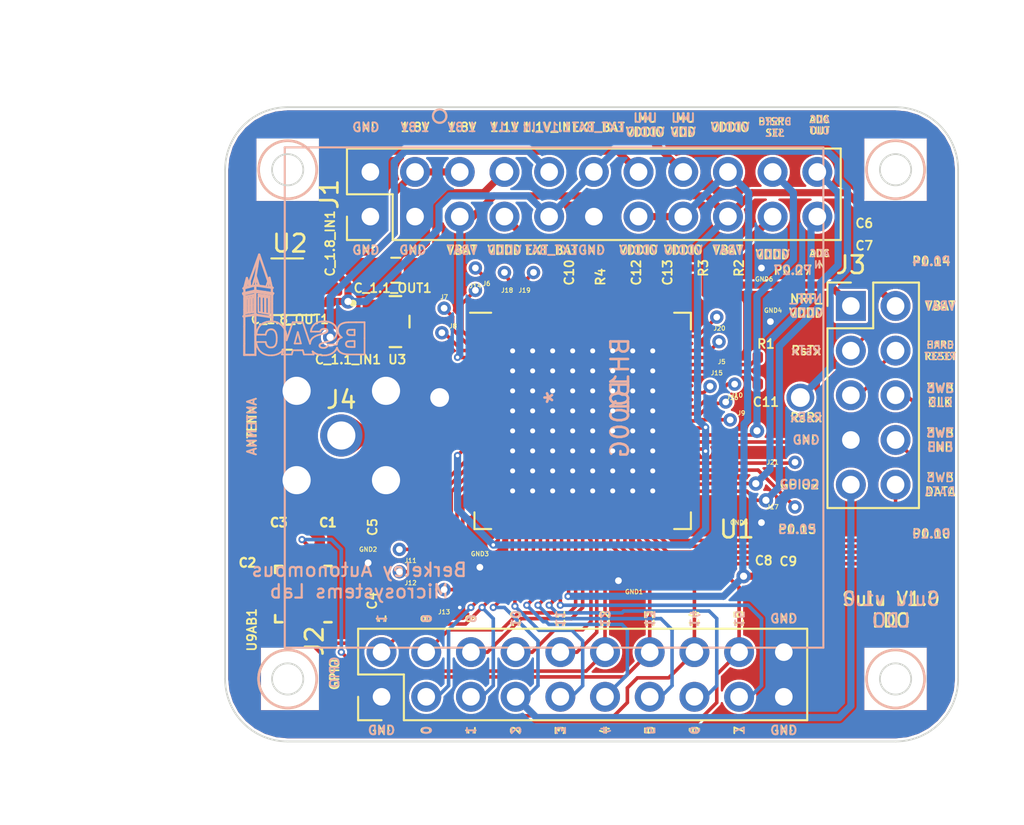
<source format=kicad_pcb>
(kicad_pcb (version 20171130) (host pcbnew "(5.1.6)-1")
  (layers (0 F.Cu mixed) (31 B.Cu mixed) (34 B.Paste user) (35 F.Paste user) (36 B.SilkS user) (37 F.SilkS user) (38 B.Mask user) (39 F.Mask user) (44 Edge.Cuts user))
  (net 0 "")
  (net 1 GND)
  (net 2 +VBAT)
  (net 3 +VDDD)
  (net 4 +VDDIO)
  (net 5 /scumsheet/AUX_LDO_OUTPUT)
  (net 6 +VDDAO)
  (net 7 /GPIO7)
  (net 8 /GPIO5)
  (net 9 /GPIO3)
  (net 10 /GPIO1)
  (net 11 /GPIO6)
  (net 12 /GPIO4)
  (net 13 /GPIO2)
  (net 14 /GPIO0)
  (net 15 /3WB_DATA)
  (net 16 /3WB_ENB)
  (net 17 /3WB_CLK)
  (net 18 /RsTx)
  (net 19 /RsRx)
  (net 20 /SENSOR_LDO_OUTPUT)
  (net 21 /SENSOR_EXT_IN)
  (net 22 /GPIO10)
  (net 23 /GPIO9)
  (net 24 /GPIO8)
  (net 25 /BOOT_SOURCE_SEL)
  (net 26 /GPIO13)
  (net 27 /GPIO14)
  (net 28 /GPIO15)
  (net 29 /GPIO12)
  (net 30 /IMU_VDD)
  (net 31 /IMU_VDDIO)
  (net 32 /GPIO11)
  (net 33 /HARD_RESET)
  (net 34 "Net-(C3-Pad1)")
  (net 35 /scumsheet/LO_LDO_OUTPUT)
  (net 36 /scumsheet/PA_LDO_OUTPUT)
  (net 37 /scumsheet/VDDD_DISABLE)
  (net 38 "Net-(J5-Pad1)")
  (net 39 "Net-(J6-Pad1)")
  (net 40 "Net-(J7-Pad1)")
  (net 41 "Net-(J8-Pad1)")
  (net 42 "Net-(J9-Pad1)")
  (net 43 "Net-(J10-Pad1)")
  (net 44 "Net-(J11-Pad1)")
  (net 45 "Net-(J12-Pad1)")
  (net 46 "Net-(J13-Pad1)")
  (net 47 "Net-(J14-Pad1)")
  (net 48 "Net-(J15-Pad1)")
  (net 49 "Net-(J16-Pad1)")
  (net 50 "Net-(J17-Pad1)")
  (net 51 "Net-(J18-Pad1)")
  (net 52 "Net-(J19-Pad1)")
  (net 53 "Net-(J20-Pad1)")
  (net 54 "Net-(J21-Pad1)")
  (net 55 +1.8V_REG)
  (net 56 +EXT_BAT)
  (net 57 +1.1V_REG)
  (net 58 +NRF_VDDD)
  (net 59 "Net-(R4-Pad2)")
  (net 60 /1.1V_IN)
  (net 61 /scumsheet/ANTENNA)
  (module downloaded_libs:SOT95P280X145-5N (layer F.Cu) (at 85.880001 62.992)
    (fp_text reference U3 (at 0.098999 2.159) (layer F.SilkS) (effects (font (size 0.508 0.508) (thickness 0.1016))))
    (fp_text value TLV70311DBVR)
    (pad 5 smd rect (at 1.255 -0.95) (size 1.21 0.59) (layers F.Cu F.Paste F.Mask) (net 57 +1.1V_REG))
    (pad 4 smd rect (at 1.255 0.95) (size 1.21 0.59) (layers F.Cu F.Paste F.Mask))
    (pad 3 smd rect (at -1.255 0.95) (size 1.21 0.59) (layers F.Cu F.Paste F.Mask) (net 60 /1.1V_IN))
    (pad 2 smd rect (at -1.255 0) (size 1.21 0.59) (layers F.Cu F.Paste F.Mask) (net 1 GND))
    (pad 1 smd rect (at -1.255 -0.95) (size 1.21 0.59) (layers F.Cu F.Paste F.Mask) (net 60 /1.1V_IN))
  )
  (module Package_TO_SOT_SMD:SOT-23-5 (layer F.Cu) (at 79.727999 61.011001 180)
    (fp_text reference U2 (at -0.155001 2.464001) (layer F.SilkS))
    (fp_text value LP5907MFX-1.8)
    (pad 5 smd rect (at 1.1 -0.95 180) (size 1.06 0.65) (layers F.Cu F.Paste F.Mask) (net 55 +1.8V_REG))
    (pad 4 smd rect (at 1.1 0.95 180) (size 1.06 0.65) (layers F.Cu F.Paste F.Mask))
    (pad 3 smd rect (at -1.1 0.95 180) (size 1.06 0.65) (layers F.Cu F.Paste F.Mask) (net 56 +EXT_BAT))
    (pad 2 smd rect (at -1.1 0 180) (size 1.06 0.65) (layers F.Cu F.Paste F.Mask) (net 1 GND))
    (pad 1 smd rect (at -1.1 -0.95 180) (size 1.06 0.65) (layers F.Cu F.Paste F.Mask) (net 56 +EXT_BAT))
  )
  (module downloaded_libs:BH1000G (layer B.Cu) (at 94.8944 67.31 270)
    (fp_text reference B1 (at 0 -3.7465 270) (layer B.SilkS) (effects (justify mirror)))
    (fp_text value BH1000G (at 0 -3.7465 270) (layer B.SilkS) (effects (justify mirror)))
    (fp_text user * (at 0 0 270) (layer B.SilkS) (effects (justify mirror)))
    (pad 2 thru_hole circle (at 0 -13.9954 270) (size 1.5748 1.5748) (drill 1.0668) (layers *.Cu *.Mask) (net 56 +EXT_BAT))
    (pad 1 thru_hole circle (at 0 6.5024 270) (size 1.5748 1.5748) (drill 1.0668) (layers *.Cu *.Mask) (net 1 GND))
  )
  (module downloaded_libs:MOLEX_73391-0060 (layer F.Cu) (at 82.804 69.469)
    (fp_text reference J4 (at 0 -2.032) (layer F.SilkS) (effects (font (size 1.000323 1.000323))))
    (fp_text value 73391-0060)
    (pad 5 thru_hole circle (at 2.54 2.54) (size 2.4 2.4) (drill 1.6) (layers *.Cu *.Mask) (net 1 GND))
    (pad 4 thru_hole circle (at -2.54 2.54) (size 2.4 2.4) (drill 1.6) (layers *.Cu *.Mask) (net 1 GND))
    (pad 3 thru_hole circle (at 2.54 -2.54) (size 2.4 2.4) (drill 1.6) (layers *.Cu *.Mask) (net 1 GND))
    (pad 2 thru_hole circle (at -2.54 -2.54) (size 2.4 2.4) (drill 1.6) (layers *.Cu *.Mask) (net 1 GND))
    (pad 1 thru_hole circle (at 0 0) (size 2.4 2.4) (drill 1.6) (layers *.Cu *.Mask) (net 61 /scumsheet/ANTENNA))
  )
  (module Connector_PinHeader_2.54mm:PinHeader_2x11_P2.54mm_Vertical (layer F.Cu) (at 84.455 57.023 90)
    (fp_text reference J1 (at 1.27 -2.33 90) (layer F.SilkS))
    (fp_text value Conn_02x11_Odd_Even)
    (pad 1 thru_hole rect (at 0 0 90) (size 1.7 1.7) (drill 1) (layers *.Cu *.Mask) (net 1 GND))
    (pad 2 thru_hole oval (at 2.54 0 90) (size 1.7 1.7) (drill 1) (layers *.Cu *.Mask) (net 1 GND))
    (pad 3 thru_hole oval (at 0 2.54 90) (size 1.7 1.7) (drill 1) (layers *.Cu *.Mask) (net 1 GND))
    (pad 4 thru_hole oval (at 2.54 2.54 90) (size 1.7 1.7) (drill 1) (layers *.Cu *.Mask) (net 55 +1.8V_REG))
    (pad 5 thru_hole oval (at 0 5.08 90) (size 1.7 1.7) (drill 1) (layers *.Cu *.Mask) (net 2 +VBAT))
    (pad 6 thru_hole oval (at 2.54 5.08 90) (size 1.7 1.7) (drill 1) (layers *.Cu *.Mask) (net 55 +1.8V_REG))
    (pad 7 thru_hole oval (at 0 7.62 90) (size 1.7 1.7) (drill 1) (layers *.Cu *.Mask) (net 3 +VDDD))
    (pad 8 thru_hole oval (at 2.54 7.62 90) (size 1.7 1.7) (drill 1) (layers *.Cu *.Mask) (net 57 +1.1V_REG))
    (pad 9 thru_hole oval (at 0 10.16 90) (size 1.7 1.7) (drill 1) (layers *.Cu *.Mask) (net 56 +EXT_BAT))
    (pad 10 thru_hole oval (at 2.54 10.16 90) (size 1.7 1.7) (drill 1) (layers *.Cu *.Mask) (net 60 /1.1V_IN))
    (pad 11 thru_hole oval (at 0 12.7 90) (size 1.7 1.7) (drill 1) (layers *.Cu *.Mask) (net 1 GND))
    (pad 12 thru_hole oval (at 2.54 12.7 90) (size 1.7 1.7) (drill 1) (layers *.Cu *.Mask) (net 56 +EXT_BAT))
    (pad 13 thru_hole oval (at 0 15.24 90) (size 1.7 1.7) (drill 1) (layers *.Cu *.Mask) (net 4 +VDDIO))
    (pad 14 thru_hole oval (at 2.54 15.24 90) (size 1.7 1.7) (drill 1) (layers *.Cu *.Mask) (net 31 /IMU_VDDIO))
    (pad 15 thru_hole oval (at 0 17.78 90) (size 1.7 1.7) (drill 1) (layers *.Cu *.Mask) (net 4 +VDDIO))
    (pad 16 thru_hole oval (at 2.54 17.78 90) (size 1.7 1.7) (drill 1) (layers *.Cu *.Mask) (net 30 /IMU_VDD))
    (pad 17 thru_hole oval (at 0 20.32 90) (size 1.7 1.7) (drill 1) (layers *.Cu *.Mask) (net 2 +VBAT))
    (pad 18 thru_hole oval (at 2.54 20.32 90) (size 1.7 1.7) (drill 1) (layers *.Cu *.Mask) (net 4 +VDDIO))
    (pad 19 thru_hole oval (at 0 22.86 90) (size 1.7 1.7) (drill 1) (layers *.Cu *.Mask) (net 3 +VDDD))
    (pad 20 thru_hole oval (at 2.54 22.86 90) (size 1.7 1.7) (drill 1) (layers *.Cu *.Mask) (net 25 /BOOT_SOURCE_SEL))
    (pad 21 thru_hole oval (at 0 25.4 90) (size 1.7 1.7) (drill 1) (layers *.Cu *.Mask) (net 21 /SENSOR_EXT_IN))
    (pad 22 thru_hole oval (at 2.54 25.4 90) (size 1.7 1.7) (drill 1) (layers *.Cu *.Mask) (net 20 /SENSOR_LDO_OUTPUT))
  )
  (module Resistor_SMD:R_0402_1005Metric (layer F.Cu) (at 96.774 60.475 270)
    (fp_text reference R4 (at -0.023 -0.762 90) (layer F.SilkS) (effects (font (size 0.508 0.508) (thickness 0.1016))))
    (fp_text value "0 Ohm")
    (pad 2 smd roundrect (at 0.485 0 270) (size 0.59 0.64) (layers F.Cu F.Paste F.Mask) (net 59 "Net-(R4-Pad2)"))
    (pad 1 smd roundrect (at -0.485 0 270) (size 0.59 0.64) (layers F.Cu F.Paste F.Mask) (net 3 +VDDD))
  )
  (module Resistor_SMD:R_0402_1005Metric (layer F.Cu) (at 102.362 60.429 270)
    (fp_text reference R3 (at -0.485 -1.016 90) (layer F.SilkS) (effects (font (size 0.508 0.508) (thickness 0.1016))))
    (fp_text value R_Small_US)
    (pad 2 smd roundrect (at 0.485 0 270) (size 0.59 0.64) (layers F.Cu F.Paste F.Mask) (net 1 GND))
    (pad 1 smd roundrect (at -0.485 0 270) (size 0.59 0.64) (layers F.Cu F.Paste F.Mask) (net 3 +VDDD))
  )
  (module Resistor_SMD:R_0402_1005Metric (layer F.Cu) (at 104.394 60.429 90)
    (fp_text reference R2 (at 0.485 1.016 90) (layer F.SilkS) (effects (font (size 0.508 0.508) (thickness 0.1016))))
    (fp_text value R_Small_US)
    (pad 2 smd roundrect (at 0.485 0 90) (size 0.59 0.64) (layers F.Cu F.Paste F.Mask) (net 3 +VDDD))
    (pad 1 smd roundrect (at -0.485 0 90) (size 0.59 0.64) (layers F.Cu F.Paste F.Mask) (net 58 +NRF_VDDD))
  )
  (module Capacitor_SMD:C_0805_2012Metric (layer F.Cu) (at 79.733 63.881 180)
    (fp_text reference C_1.8_OUT1 (at -0.15 1.016 180) (layer F.SilkS) (effects (font (size 0.508 0.508) (thickness 0.1016))))
    (fp_text value "100 uF")
    (pad 1 smd roundrect (at -0.9375 0 180) (size 0.975 1.4) (layers F.Cu F.Paste F.Mask) (net 1 GND))
    (pad 2 smd roundrect (at 0.9375 0 180) (size 0.975 1.4) (layers F.Cu F.Paste F.Mask) (net 55 +1.8V_REG))
  )
  (module Capacitor_SMD:C_0805_2012Metric (layer F.Cu) (at 85.9005 60.071)
    (fp_text reference C_1.1_OUT1 (at -0.1755 1.016 180) (layer F.SilkS) (effects (font (size 0.508 0.508) (thickness 0.1016))))
    (fp_text value "100 uF")
    (pad 1 smd roundrect (at -0.9375 0) (size 0.975 1.4) (layers F.Cu F.Paste F.Mask) (net 1 GND))
    (pad 2 smd roundrect (at 0.9375 0) (size 0.975 1.4) (layers F.Cu F.Paste F.Mask) (net 57 +1.1V_REG))
  )
  (module Connector_PinHeader_2.54mm:PinHeader_2x05_P2.54mm_Vertical (layer F.Cu) (at 111.76 62.103)
    (fp_text reference J3 (at 0 -2.33) (layer F.SilkS))
    (fp_text value Conn_02x05_Odd_Even)
    (pad 10 thru_hole oval (at 2.54 10.16) (size 1.7 1.7) (drill 1) (layers *.Cu *.Mask) (net 15 /3WB_DATA))
    (pad 9 thru_hole oval (at 0 10.16) (size 1.7 1.7) (drill 1) (layers *.Cu *.Mask) (net 13 /GPIO2))
    (pad 8 thru_hole oval (at 2.54 7.62) (size 1.7 1.7) (drill 1) (layers *.Cu *.Mask) (net 16 /3WB_ENB))
    (pad 7 thru_hole oval (at 0 7.62) (size 1.7 1.7) (drill 1) (layers *.Cu *.Mask) (net 1 GND))
    (pad 6 thru_hole oval (at 2.54 5.08) (size 1.7 1.7) (drill 1) (layers *.Cu *.Mask) (net 17 /3WB_CLK))
    (pad 5 thru_hole oval (at 0 5.08) (size 1.7 1.7) (drill 1) (layers *.Cu *.Mask) (net 19 /RsRx))
    (pad 4 thru_hole oval (at 2.54 2.54) (size 1.7 1.7) (drill 1) (layers *.Cu *.Mask) (net 33 /HARD_RESET))
    (pad 3 thru_hole oval (at 0 2.54) (size 1.7 1.7) (drill 1) (layers *.Cu *.Mask) (net 18 /RsTx))
    (pad 2 thru_hole oval (at 2.54 0) (size 1.7 1.7) (drill 1) (layers *.Cu *.Mask) (net 2 +VBAT))
    (pad 1 thru_hole rect (at 0 0) (size 1.7 1.7) (drill 1) (layers *.Cu *.Mask) (net 58 +NRF_VDDD))
  )
  (module Capacitor_SMD:C_0402_1005Metric (layer F.Cu) (at 83.185 63.396 90)
    (fp_text reference C_1.1_IN1 (at -1.755 0) (layer F.SilkS) (effects (font (size 0.508 0.508) (thickness 0.1016))))
    (fp_text value "10 uF")
    (pad 2 smd roundrect (at 0.485 0 90) (size 0.59 0.64) (layers F.Cu F.Paste F.Mask) (net 1 GND))
    (pad 1 smd roundrect (at -0.485 0 90) (size 0.59 0.64) (layers F.Cu F.Paste F.Mask) (net 60 /1.1V_IN))
  )
  (module Capacitor_SMD:C_0402_1005Metric (layer F.Cu) (at 82.169 61.364 90)
    (fp_text reference C_1.8_IN1 (at 2.817 0 90) (layer F.SilkS) (effects (font (size 0.508 0.508) (thickness 0.1016))))
    (fp_text value "10 uF")
    (pad 2 smd roundrect (at 0.485 0 90) (size 0.59 0.64) (layers F.Cu F.Paste F.Mask) (net 1 GND))
    (pad 1 smd roundrect (at -0.485 0 90) (size 0.59 0.64) (layers F.Cu F.Paste F.Mask) (net 56 +EXT_BAT))
  )
  (module SCUM:through_hole (layer F.Cu) (at 108.585 70.993)
    (fp_text reference J21 (at -1.27 0) (layer F.SilkS) (effects (font (size 0.254 0.254) (thickness 0.0508))))
    (fp_text value through_hole hide)
    (pad 1 thru_hole circle (at 0 0) (size 0.762 0.762) (drill 0.381) (layers *.Cu *.Mask) (net 54 "Net-(J21-Pad1)"))
  )
  (module SCUM:through_hole (layer F.Cu) (at 104.14 62.738)
    (fp_text reference J20 (at 0.1524 0.635) (layer F.SilkS) (effects (font (size 0.254 0.254) (thickness 0.0508))))
    (fp_text value through_hole hide)
    (pad 1 thru_hole circle (at 0 0) (size 0.762 0.762) (drill 0.381) (layers *.Cu *.Mask) (net 53 "Net-(J20-Pad1)"))
  )
  (module SCUM:through_hole (layer F.Cu) (at 93.726 60.198)
    (fp_text reference J19 (at -0.508 1.016) (layer F.SilkS) (effects (font (size 0.254 0.254) (thickness 0.0508))))
    (fp_text value through_hole hide)
    (pad 1 thru_hole circle (at 0 0) (size 0.762 0.762) (drill 0.381) (layers *.Cu *.Mask) (net 52 "Net-(J19-Pad1)"))
  )
  (module SCUM:through_hole (layer F.Cu) (at 92.075 60.198)
    (fp_text reference J18 (at 0.1524 1.016) (layer F.SilkS) (effects (font (size 0.254 0.254) (thickness 0.0508))))
    (fp_text value through_hole hide)
    (pad 1 thru_hole circle (at 0 0) (size 0.762 0.762) (drill 0.381) (layers *.Cu *.Mask) (net 51 "Net-(J18-Pad1)"))
  )
  (module SCUM:through_hole (layer F.Cu) (at 90.424 59.944)
    (fp_text reference J14 (at 0 1.016) (layer F.SilkS) (effects (font (size 0.254 0.254) (thickness 0.0508))))
    (fp_text value through_hole hide)
    (pad 1 thru_hole circle (at 0 0) (size 0.762 0.762) (drill 0.381) (layers *.Cu *.Mask) (net 47 "Net-(J14-Pad1)"))
  )
  (module SCUM:through_hole (layer F.Cu) (at 86.106 77.216)
    (fp_text reference J12 (at 0.635 0.635) (layer F.SilkS) (effects (font (size 0.254 0.254) (thickness 0.0508))))
    (fp_text value through_hole hide)
    (pad 1 thru_hole circle (at 0 0) (size 0.762 0.762) (drill 0.381) (layers *.Cu *.Mask) (net 45 "Net-(J12-Pad1)"))
  )
  (module SCUM:through_hole (layer F.Cu) (at 108.585 73.533)
    (fp_text reference J17 (at -1.27 0) (layer F.SilkS) (effects (font (size 0.254 0.254) (thickness 0.0508))))
    (fp_text value through_hole hide)
    (pad 1 thru_hole circle (at 0 0) (size 0.762 0.762) (drill 0.381) (layers *.Cu *.Mask) (net 50 "Net-(J17-Pad1)"))
  )
  (module SCUM:through_hole (layer F.Cu) (at 105.156 66.548)
    (fp_text reference J16 (at -0.127 0.762) (layer F.SilkS) (effects (font (size 0.254 0.254) (thickness 0.0508))))
    (fp_text value through_hole hide)
    (pad 1 thru_hole circle (at 0 0) (size 0.762 0.762) (drill 0.381) (layers *.Cu *.Mask) (net 49 "Net-(J16-Pad1)"))
  )
  (module SCUM:through_hole (layer F.Cu) (at 103.759 66.675)
    (fp_text reference J15 (at 0.381 -0.762) (layer F.SilkS) (effects (font (size 0.254 0.254) (thickness 0.0508))))
    (fp_text value through_hole hide)
    (pad 1 thru_hole circle (at 0 0) (size 0.762 0.762) (drill 0.381) (layers *.Cu *.Mask) (net 48 "Net-(J15-Pad1)"))
  )
  (module SCUM:through_hole (layer F.Cu) (at 88.646 78.232)
    (fp_text reference J13 (at 0 1.27) (layer F.SilkS) (effects (font (size 0.254 0.254) (thickness 0.0508))))
    (fp_text value through_hole hide)
    (pad 1 thru_hole circle (at 0 0) (size 0.762 0.762) (drill 0.381) (layers *.Cu *.Mask) (net 46 "Net-(J13-Pad1)"))
  )
  (module SCUM:through_hole (layer F.Cu) (at 86.106 75.946)
    (fp_text reference J11 (at 0.635 0.635) (layer F.SilkS) (effects (font (size 0.254 0.254) (thickness 0.0508))))
    (fp_text value through_hole hide)
    (pad 1 thru_hole circle (at 0 0) (size 0.762 0.762) (drill 0.381) (layers *.Cu *.Mask) (net 44 "Net-(J11-Pad1)"))
  )
  (module SCUM:through_hole (layer F.Cu) (at 104.648 67.564)
    (fp_text reference J10 (at 0.635 -0.381) (layer F.SilkS) (effects (font (size 0.254 0.254) (thickness 0.0508))))
    (fp_text value through_hole hide)
    (pad 1 thru_hole circle (at 0 0) (size 0.762 0.762) (drill 0.381) (layers *.Cu *.Mask) (net 43 "Net-(J10-Pad1)"))
  )
  (module SCUM:through_hole (layer F.Cu) (at 104.902 68.58)
    (fp_text reference J9 (at 0.635 -0.381) (layer F.SilkS) (effects (font (size 0.254 0.254) (thickness 0.0508))))
    (fp_text value through_hole hide)
    (pad 1 thru_hole circle (at 0 0) (size 0.762 0.762) (drill 0.381) (layers *.Cu *.Mask) (net 42 "Net-(J9-Pad1)"))
  )
  (module SCUM:through_hole (layer F.Cu) (at 88.519 63.627)
    (fp_text reference J8 (at 0.635 -0.381) (layer F.SilkS) (effects (font (size 0.254 0.254) (thickness 0.0508))))
    (fp_text value through_hole hide)
    (pad 1 thru_hole circle (at 0 0) (size 0.762 0.762) (drill 0.381) (layers *.Cu *.Mask) (net 41 "Net-(J8-Pad1)"))
  )
  (module SCUM:through_hole (layer F.Cu) (at 88.646 62.23)
    (fp_text reference J7 (at 0 -0.635) (layer F.SilkS) (effects (font (size 0.254 0.254) (thickness 0.0508))))
    (fp_text value through_hole hide)
    (pad 1 thru_hole circle (at 0 0) (size 0.762 0.762) (drill 0.381) (layers *.Cu *.Mask) (net 40 "Net-(J7-Pad1)"))
  )
  (module SCUM:through_hole (layer F.Cu) (at 90.424 61.214)
    (fp_text reference J6 (at 0.635 -0.381) (layer F.SilkS) (effects (font (size 0.254 0.254) (thickness 0.0508))))
    (fp_text value through_hole hide)
    (pad 1 thru_hole circle (at 0 0) (size 0.762 0.762) (drill 0.381) (layers *.Cu *.Mask) (net 39 "Net-(J6-Pad1)"))
  )
  (module SCUM:through_hole (layer F.Cu) (at 104.267 64.135)
    (fp_text reference J5 (at 0.1524 1.143) (layer F.SilkS) (effects (font (size 0.254 0.254) (thickness 0.0508))))
    (fp_text value through_hole hide)
    (pad 1 thru_hole circle (at 0 0) (size 0.762 0.762) (drill 0.381) (layers *.Cu *.Mask) (net 38 "Net-(J5-Pad1)"))
  )
  (module SCUM:through_hole (layer F.Cu) (at 106.68 59.944)
    (fp_text reference GND6 (at 0.1524 0.635) (layer F.SilkS) (effects (font (size 0.254 0.254) (thickness 0.0508))))
    (fp_text value through_hole hide)
    (pad 1 thru_hole circle (at 0 0) (size 0.762 0.762) (drill 0.381) (layers *.Cu *.Mask) (net 1 GND))
  )
  (module SCUM:through_hole (layer F.Cu) (at 106.68 74.422)
    (fp_text reference GND5 (at -1.27 0) (layer F.SilkS) (effects (font (size 0.254 0.254) (thickness 0.0508))))
    (fp_text value through_hole hide)
    (pad 1 thru_hole circle (at 0 0) (size 0.762 0.762) (drill 0.381) (layers *.Cu *.Mask) (net 1 GND))
  )
  (module SCUM:through_hole (layer F.Cu) (at 107.188 62.992)
    (fp_text reference GND4 (at 0.1524 -0.635) (layer F.SilkS) (effects (font (size 0.254 0.254) (thickness 0.0508))))
    (fp_text value through_hole hide)
    (pad 1 thru_hole circle (at 0 0) (size 0.762 0.762) (drill 0.381) (layers *.Cu *.Mask) (net 1 GND))
  )
  (module SCUM:through_hole (layer F.Cu) (at 90.678 76.962)
    (fp_text reference GND3 (at 0 -0.762) (layer F.SilkS) (effects (font (size 0.254 0.254) (thickness 0.0508))))
    (fp_text value through_hole hide)
    (pad 1 thru_hole circle (at 0 0) (size 0.762 0.762) (drill 0.381) (layers *.Cu *.Mask) (net 1 GND))
  )
  (module SCUM:through_hole (layer F.Cu) (at 84.328 76.708)
    (fp_text reference GND2 (at 0 -0.762) (layer F.SilkS) (effects (font (size 0.254 0.254) (thickness 0.0508))))
    (fp_text value through_hole hide)
    (pad 1 thru_hole circle (at 0 0) (size 0.762 0.762) (drill 0.381) (layers *.Cu *.Mask) (net 1 GND))
  )
  (module SCUM:through_hole (layer F.Cu) (at 98.552 77.724)
    (fp_text reference GND1 (at 0.889 0.635) (layer F.SilkS) (effects (font (size 0.254 0.254) (thickness 0.0508))))
    (fp_text value through_hole hide)
    (pad 1 thru_hole circle (at 0 0) (size 0.762 0.762) (drill 0.381) (layers *.Cu *.Mask) (net 1 GND))
  )
  (module Resistor_SMD:R_0402_1005Metric (layer F.Cu) (at 106.957 65.024)
    (fp_text reference R1 (at -0.023 -0.762) (layer F.SilkS) (effects (font (size 0.508 0.508) (thickness 0.1016))))
    (fp_text value NP)
    (pad 2 smd roundrect (at 0.485 0) (size 0.59 0.64) (layers F.Cu F.Paste F.Mask) (net 1 GND))
    (pad 1 smd roundrect (at -0.485 0) (size 0.59 0.64) (layers F.Cu F.Paste F.Mask) (net 37 /scumsheet/VDDD_DISABLE))
  )
  (module Capacitor_SMD:C_0402_1005Metric (layer F.Cu) (at 100.457 60.348 90)
    (fp_text reference C13 (at 0.15 0.889 270) (layer F.SilkS) (effects (font (size 0.508 0.508) (thickness 0.1016))))
    (fp_text value NP)
    (pad 2 smd roundrect (at 0.485 0 90) (size 0.59 0.64) (layers F.Cu F.Paste F.Mask) (net 3 +VDDD))
    (pad 1 smd roundrect (at -0.485 0 90) (size 0.59 0.64) (layers F.Cu F.Paste F.Mask) (net 1 GND))
  )
  (module Capacitor_SMD:C_0402_1005Metric (layer F.Cu) (at 98.552 60.348 90)
    (fp_text reference C12 (at 0.15 1.016 270) (layer F.SilkS) (effects (font (size 0.508 0.508) (thickness 0.1016))))
    (fp_text value NP)
    (pad 2 smd roundrect (at 0.485 0 90) (size 0.59 0.64) (layers F.Cu F.Paste F.Mask) (net 3 +VDDD))
    (pad 1 smd roundrect (at -0.485 0 90) (size 0.59 0.64) (layers F.Cu F.Paste F.Mask) (net 1 GND))
  )
  (module Capacitor_SMD:C_0402_1005Metric (layer F.Cu) (at 106.957 66.548 180)
    (fp_text reference C11 (at 0.023 -1.016) (layer F.SilkS) (effects (font (size 0.508 0.508) (thickness 0.1016))))
    (fp_text value NP)
    (pad 2 smd roundrect (at 0.485 0 180) (size 0.59 0.64) (layers F.Cu F.Paste F.Mask) (net 5 /scumsheet/AUX_LDO_OUTPUT))
    (pad 1 smd roundrect (at -0.485 0 180) (size 0.59 0.64) (layers F.Cu F.Paste F.Mask) (net 1 GND))
  )
  (module Capacitor_SMD:C_0402_1005Metric (layer F.Cu) (at 94.996 60.429 90)
    (fp_text reference C10 (at 0.231 0.762 90) (layer F.SilkS) (effects (font (size 0.508 0.508) (thickness 0.1016))))
    (fp_text value NP)
    (pad 2 smd roundrect (at 0.485 0 90) (size 0.59 0.64) (layers F.Cu F.Paste F.Mask) (net 1 GND))
    (pad 1 smd roundrect (at -0.485 0 90) (size 0.59 0.64) (layers F.Cu F.Paste F.Mask) (net 6 +VDDAO))
  )
  (module Capacitor_SMD:C_0402_1005Metric (layer F.Cu) (at 108.204 78.001 270)
    (fp_text reference C9 (at -1.374 0 180) (layer F.SilkS) (effects (font (size 0.508 0.508) (thickness 0.1016))))
    (fp_text value NP)
    (pad 2 smd roundrect (at 0.485 0 270) (size 0.59 0.64) (layers F.Cu F.Paste F.Mask) (net 1 GND))
    (pad 1 smd roundrect (at -0.485 0 270) (size 0.59 0.64) (layers F.Cu F.Paste F.Mask) (net 4 +VDDIO))
  )
  (module Capacitor_SMD:C_0402_1005Metric (layer F.Cu) (at 106.807 77.955 270)
    (fp_text reference C8 (at -1.374 0 180) (layer F.SilkS) (effects (font (size 0.508 0.508) (thickness 0.1016))))
    (fp_text value NP)
    (pad 2 smd roundrect (at 0.485 0 270) (size 0.59 0.64) (layers F.Cu F.Paste F.Mask) (net 1 GND))
    (pad 1 smd roundrect (at -0.485 0 270) (size 0.59 0.64) (layers F.Cu F.Paste F.Mask) (net 4 +VDDIO))
  )
  (module Capacitor_SMD:C_0402_1005Metric (layer F.Cu) (at 114.023 59.182)
    (fp_text reference C7 (at -1.501 -0.508) (layer F.SilkS) (effects (font (size 0.508 0.508) (thickness 0.1016))))
    (fp_text value NP)
    (pad 2 smd roundrect (at 0.485 0) (size 0.59 0.64) (layers F.Cu F.Paste F.Mask) (net 1 GND))
    (pad 1 smd roundrect (at -0.485 0) (size 0.59 0.64) (layers F.Cu F.Paste F.Mask) (net 2 +VBAT))
  )
  (module Capacitor_SMD:C_0402_1005Metric (layer F.Cu) (at 114.023 57.658)
    (fp_text reference C6 (at -1.501 -0.254) (layer F.SilkS) (effects (font (size 0.508 0.508) (thickness 0.1016))))
    (fp_text value NP)
    (pad 2 smd roundrect (at 0.485 0) (size 0.59 0.64) (layers F.Cu F.Paste F.Mask) (net 1 GND))
    (pad 1 smd roundrect (at -0.485 0) (size 0.59 0.64) (layers F.Cu F.Paste F.Mask) (net 2 +VBAT))
  )
  (module Capacitor_SMD:C_0402_1005Metric (layer F.Cu) (at 85.875 74.676 180)
    (fp_text reference C5 (at 1.293 0 90) (layer F.SilkS) (effects (font (size 0.508 0.508) (thickness 0.1016))))
    (fp_text value NP)
    (pad 2 smd roundrect (at 0.485 0 180) (size 0.59 0.64) (layers F.Cu F.Paste F.Mask) (net 1 GND))
    (pad 1 smd roundrect (at -0.485 0 180) (size 0.59 0.64) (layers F.Cu F.Paste F.Mask) (net 36 /scumsheet/PA_LDO_OUTPUT))
  )
  (module Capacitor_SMD:C_0402_1005Metric (layer F.Cu) (at 85.852 78.74 180)
    (fp_text reference C4 (at 1.293 -0.127 90) (layer F.SilkS) (effects (font (size 0.508 0.508) (thickness 0.1016))))
    (fp_text value NP)
    (pad 2 smd roundrect (at 0.485 0 180) (size 0.59 0.64) (layers F.Cu F.Paste F.Mask) (net 1 GND))
    (pad 1 smd roundrect (at -0.485 0 180) (size 0.59 0.64) (layers F.Cu F.Paste F.Mask) (net 35 /scumsheet/LO_LDO_OUTPUT))
  )
  (module Connector_PinHeader_2.54mm:PinHeader_2x10_P2.54mm_Vertical (layer F.Cu) (at 85.09 84.328 90)
    (fp_text reference J2 (at 3.175 -3.81 270) (layer F.SilkS))
    (fp_text value Conn_02x10_Odd_Even)
    (pad 20 thru_hole oval (at 2.54 22.86 90) (size 1.7 1.7) (drill 1) (layers *.Cu *.Mask) (net 1 GND))
    (pad 19 thru_hole oval (at 0 22.86 90) (size 1.7 1.7) (drill 1) (layers *.Cu *.Mask) (net 1 GND))
    (pad 18 thru_hole oval (at 2.54 20.32 90) (size 1.7 1.7) (drill 1) (layers *.Cu *.Mask) (net 28 /GPIO15))
    (pad 17 thru_hole oval (at 0 20.32 90) (size 1.7 1.7) (drill 1) (layers *.Cu *.Mask) (net 7 /GPIO7))
    (pad 16 thru_hole oval (at 2.54 17.78 90) (size 1.7 1.7) (drill 1) (layers *.Cu *.Mask) (net 27 /GPIO14))
    (pad 15 thru_hole oval (at 0 17.78 90) (size 1.7 1.7) (drill 1) (layers *.Cu *.Mask) (net 11 /GPIO6))
    (pad 14 thru_hole oval (at 2.54 15.24 90) (size 1.7 1.7) (drill 1) (layers *.Cu *.Mask) (net 26 /GPIO13))
    (pad 13 thru_hole oval (at 0 15.24 90) (size 1.7 1.7) (drill 1) (layers *.Cu *.Mask) (net 8 /GPIO5))
    (pad 12 thru_hole oval (at 2.54 12.7 90) (size 1.7 1.7) (drill 1) (layers *.Cu *.Mask) (net 29 /GPIO12))
    (pad 11 thru_hole oval (at 0 12.7 90) (size 1.7 1.7) (drill 1) (layers *.Cu *.Mask) (net 12 /GPIO4))
    (pad 10 thru_hole oval (at 2.54 10.16 90) (size 1.7 1.7) (drill 1) (layers *.Cu *.Mask) (net 32 /GPIO11))
    (pad 9 thru_hole oval (at 0 10.16 90) (size 1.7 1.7) (drill 1) (layers *.Cu *.Mask) (net 9 /GPIO3))
    (pad 8 thru_hole oval (at 2.54 7.62 90) (size 1.7 1.7) (drill 1) (layers *.Cu *.Mask) (net 22 /GPIO10))
    (pad 7 thru_hole oval (at 0 7.62 90) (size 1.7 1.7) (drill 1) (layers *.Cu *.Mask) (net 13 /GPIO2))
    (pad 6 thru_hole oval (at 2.54 5.08 90) (size 1.7 1.7) (drill 1) (layers *.Cu *.Mask) (net 23 /GPIO9))
    (pad 5 thru_hole oval (at 0 5.08 90) (size 1.7 1.7) (drill 1) (layers *.Cu *.Mask) (net 10 /GPIO1))
    (pad 4 thru_hole oval (at 2.54 2.54 90) (size 1.7 1.7) (drill 1) (layers *.Cu *.Mask) (net 24 /GPIO8))
    (pad 3 thru_hole oval (at 0 2.54 90) (size 1.7 1.7) (drill 1) (layers *.Cu *.Mask) (net 14 /GPIO0))
    (pad 2 thru_hole oval (at 2.54 0 90) (size 1.7 1.7) (drill 1) (layers *.Cu *.Mask) (net 10 /GPIO1))
    (pad 1 thru_hole rect (at 0 0 90) (size 1.7 1.7) (drill 1) (layers *.Cu *.Mask) (net 1 GND))
  )
  (module SCUM:QFN-100_EP_12x12_Pitch0.4mm_Margin0.25mm (layer F.Cu) (at 96.52 68.638)
    (fp_text reference U1 (at 8.763 6.165) (layer F.SilkS))
    (fp_text value scum3)
    (pad 101 thru_hole circle (at 3.98125 3.98125) (size 0.56875 0.56875) (drill 0.284375) (layers *.Cu *.Mask) (net 1 GND))
    (pad 101 thru_hole circle (at 3.98125 2.84375) (size 0.56875 0.56875) (drill 0.284375) (layers *.Cu *.Mask) (net 1 GND))
    (pad 101 thru_hole circle (at 3.98125 1.70625) (size 0.56875 0.56875) (drill 0.284375) (layers *.Cu *.Mask) (net 1 GND))
    (pad 101 thru_hole circle (at 3.98125 0.56875) (size 0.56875 0.56875) (drill 0.284375) (layers *.Cu *.Mask) (net 1 GND))
    (pad 101 thru_hole circle (at 3.98125 -0.56875) (size 0.56875 0.56875) (drill 0.284375) (layers *.Cu *.Mask) (net 1 GND))
    (pad 101 thru_hole circle (at 3.98125 -1.70625) (size 0.56875 0.56875) (drill 0.284375) (layers *.Cu *.Mask) (net 1 GND))
    (pad 101 thru_hole circle (at 3.98125 -2.84375) (size 0.56875 0.56875) (drill 0.284375) (layers *.Cu *.Mask) (net 1 GND))
    (pad 101 thru_hole circle (at 3.98125 -3.98125) (size 0.56875 0.56875) (drill 0.284375) (layers *.Cu *.Mask) (net 1 GND))
    (pad 101 thru_hole circle (at 2.84375 3.98125) (size 0.56875 0.56875) (drill 0.284375) (layers *.Cu *.Mask) (net 1 GND))
    (pad 101 thru_hole circle (at 2.84375 2.84375) (size 0.56875 0.56875) (drill 0.284375) (layers *.Cu *.Mask) (net 1 GND))
    (pad 101 thru_hole circle (at 2.84375 1.70625) (size 0.56875 0.56875) (drill 0.284375) (layers *.Cu *.Mask) (net 1 GND))
    (pad 101 thru_hole circle (at 2.84375 0.56875) (size 0.56875 0.56875) (drill 0.284375) (layers *.Cu *.Mask) (net 1 GND))
    (pad 101 thru_hole circle (at 2.84375 -0.56875) (size 0.56875 0.56875) (drill 0.284375) (layers *.Cu *.Mask) (net 1 GND))
    (pad 101 thru_hole circle (at 2.84375 -1.70625) (size 0.56875 0.56875) (drill 0.284375) (layers *.Cu *.Mask) (net 1 GND))
    (pad 101 thru_hole circle (at 2.84375 -2.84375) (size 0.56875 0.56875) (drill 0.284375) (layers *.Cu *.Mask) (net 1 GND))
    (pad 101 thru_hole circle (at 2.84375 -3.98125) (size 0.56875 0.56875) (drill 0.284375) (layers *.Cu *.Mask) (net 1 GND))
    (pad 101 thru_hole circle (at 1.70625 3.98125) (size 0.56875 0.56875) (drill 0.284375) (layers *.Cu *.Mask) (net 1 GND))
    (pad 101 thru_hole circle (at 1.70625 2.84375) (size 0.56875 0.56875) (drill 0.284375) (layers *.Cu *.Mask) (net 1 GND))
    (pad 101 thru_hole circle (at 1.70625 1.70625) (size 0.56875 0.56875) (drill 0.284375) (layers *.Cu *.Mask) (net 1 GND))
    (pad 101 thru_hole circle (at 1.70625 0.56875) (size 0.56875 0.56875) (drill 0.284375) (layers *.Cu *.Mask) (net 1 GND))
    (pad 101 thru_hole circle (at 1.70625 -0.56875) (size 0.56875 0.56875) (drill 0.284375) (layers *.Cu *.Mask) (net 1 GND))
    (pad 101 thru_hole circle (at 1.70625 -1.70625) (size 0.56875 0.56875) (drill 0.284375) (layers *.Cu *.Mask) (net 1 GND))
    (pad 101 thru_hole circle (at 1.70625 -2.84375) (size 0.56875 0.56875) (drill 0.284375) (layers *.Cu *.Mask) (net 1 GND))
    (pad 101 thru_hole circle (at 1.70625 -3.98125) (size 0.56875 0.56875) (drill 0.284375) (layers *.Cu *.Mask) (net 1 GND))
    (pad 101 thru_hole circle (at 0.56875 3.98125) (size 0.56875 0.56875) (drill 0.284375) (layers *.Cu *.Mask) (net 1 GND))
    (pad 101 thru_hole circle (at 0.56875 2.84375) (size 0.56875 0.56875) (drill 0.284375) (layers *.Cu *.Mask) (net 1 GND))
    (pad 101 thru_hole circle (at 0.56875 1.70625) (size 0.56875 0.56875) (drill 0.284375) (layers *.Cu *.Mask) (net 1 GND))
    (pad 101 thru_hole circle (at 0.56875 0.56875) (size 0.56875 0.56875) (drill 0.284375) (layers *.Cu *.Mask) (net 1 GND))
    (pad 101 thru_hole circle (at 0.56875 -0.56875) (size 0.56875 0.56875) (drill 0.284375) (layers *.Cu *.Mask) (net 1 GND))
    (pad 101 thru_hole circle (at 0.56875 -1.70625) (size 0.56875 0.56875) (drill 0.284375) (layers *.Cu *.Mask) (net 1 GND))
    (pad 101 thru_hole circle (at 0.56875 -2.84375) (size 0.56875 0.56875) (drill 0.284375) (layers *.Cu *.Mask) (net 1 GND))
    (pad 101 thru_hole circle (at 0.56875 -3.98125) (size 0.56875 0.56875) (drill 0.284375) (layers *.Cu *.Mask) (net 1 GND))
    (pad 101 thru_hole circle (at -0.56875 3.98125) (size 0.56875 0.56875) (drill 0.284375) (layers *.Cu *.Mask) (net 1 GND))
    (pad 101 thru_hole circle (at -0.56875 2.84375) (size 0.56875 0.56875) (drill 0.284375) (layers *.Cu *.Mask) (net 1 GND))
    (pad 101 thru_hole circle (at -0.56875 1.70625) (size 0.56875 0.56875) (drill 0.284375) (layers *.Cu *.Mask) (net 1 GND))
    (pad 101 thru_hole circle (at -0.56875 0.56875) (size 0.56875 0.56875) (drill 0.284375) (layers *.Cu *.Mask) (net 1 GND))
    (pad 101 thru_hole circle (at -0.56875 -0.56875) (size 0.56875 0.56875) (drill 0.284375) (layers *.Cu *.Mask) (net 1 GND))
    (pad 101 thru_hole circle (at -0.56875 -1.70625) (size 0.56875 0.56875) (drill 0.284375) (layers *.Cu *.Mask) (net 1 GND))
    (pad 101 thru_hole circle (at -0.56875 -2.84375) (size 0.56875 0.56875) (drill 0.284375) (layers *.Cu *.Mask) (net 1 GND))
    (pad 101 thru_hole circle (at -0.56875 -3.98125) (size 0.56875 0.56875) (drill 0.284375) (layers *.Cu *.Mask) (net 1 GND))
    (pad 101 thru_hole circle (at -1.70625 3.98125) (size 0.56875 0.56875) (drill 0.284375) (layers *.Cu *.Mask) (net 1 GND))
    (pad 101 thru_hole circle (at -1.70625 2.84375) (size 0.56875 0.56875) (drill 0.284375) (layers *.Cu *.Mask) (net 1 GND))
    (pad 101 thru_hole circle (at -1.70625 1.70625) (size 0.56875 0.56875) (drill 0.284375) (layers *.Cu *.Mask) (net 1 GND))
    (pad 101 thru_hole circle (at -1.70625 0.56875) (size 0.56875 0.56875) (drill 0.284375) (layers *.Cu *.Mask) (net 1 GND))
    (pad 101 thru_hole circle (at -1.70625 -0.56875) (size 0.56875 0.56875) (drill 0.284375) (layers *.Cu *.Mask) (net 1 GND))
    (pad 101 thru_hole circle (at -1.70625 -1.70625) (size 0.56875 0.56875) (drill 0.284375) (layers *.Cu *.Mask) (net 1 GND))
    (pad 101 thru_hole circle (at -1.70625 -2.84375) (size 0.56875 0.56875) (drill 0.284375) (layers *.Cu *.Mask) (net 1 GND))
    (pad 101 thru_hole circle (at -1.70625 -3.98125) (size 0.56875 0.56875) (drill 0.284375) (layers *.Cu *.Mask) (net 1 GND))
    (pad 101 thru_hole circle (at -2.84375 3.98125) (size 0.56875 0.56875) (drill 0.284375) (layers *.Cu *.Mask) (net 1 GND))
    (pad 101 thru_hole circle (at -2.84375 2.84375) (size 0.56875 0.56875) (drill 0.284375) (layers *.Cu *.Mask) (net 1 GND))
    (pad 101 thru_hole circle (at -2.84375 1.70625) (size 0.56875 0.56875) (drill 0.284375) (layers *.Cu *.Mask) (net 1 GND))
    (pad 101 thru_hole circle (at -2.84375 0.56875) (size 0.56875 0.56875) (drill 0.284375) (layers *.Cu *.Mask) (net 1 GND))
    (pad 101 thru_hole circle (at -2.84375 -0.56875) (size 0.56875 0.56875) (drill 0.284375) (layers *.Cu *.Mask) (net 1 GND))
    (pad 101 thru_hole circle (at -2.84375 -1.70625) (size 0.56875 0.56875) (drill 0.284375) (layers *.Cu *.Mask) (net 1 GND))
    (pad 101 thru_hole circle (at -2.84375 -2.84375) (size 0.56875 0.56875) (drill 0.284375) (layers *.Cu *.Mask) (net 1 GND))
    (pad 101 thru_hole circle (at -2.84375 -3.98125) (size 0.56875 0.56875) (drill 0.284375) (layers *.Cu *.Mask) (net 1 GND))
    (pad 101 thru_hole circle (at -3.98125 3.98125) (size 0.56875 0.56875) (drill 0.284375) (layers *.Cu *.Mask) (net 1 GND))
    (pad 101 thru_hole circle (at -3.98125 2.84375) (size 0.56875 0.56875) (drill 0.284375) (layers *.Cu *.Mask) (net 1 GND))
    (pad 101 thru_hole circle (at -3.98125 1.70625) (size 0.56875 0.56875) (drill 0.284375) (layers *.Cu *.Mask) (net 1 GND))
    (pad 101 thru_hole circle (at -3.98125 0.56875) (size 0.56875 0.56875) (drill 0.284375) (layers *.Cu *.Mask) (net 1 GND))
    (pad 101 thru_hole circle (at -3.98125 -0.56875) (size 0.56875 0.56875) (drill 0.284375) (layers *.Cu *.Mask) (net 1 GND))
    (pad 101 thru_hole circle (at -3.98125 -1.70625) (size 0.56875 0.56875) (drill 0.284375) (layers *.Cu *.Mask) (net 1 GND))
    (pad 101 thru_hole circle (at -3.98125 -2.84375) (size 0.56875 0.56875) (drill 0.284375) (layers *.Cu *.Mask) (net 1 GND))
    (pad 101 thru_hole circle (at -3.98125 -3.98125) (size 0.56875 0.56875) (drill 0.284375) (layers *.Cu *.Mask) (net 1 GND))
    (pad 101 smd rect (at 3.98125 3.98125) (size 1.1375 1.1375) (layers F.Cu F.Paste F.Mask) (net 1 GND))
    (pad 101 smd rect (at 3.98125 2.84375) (size 1.1375 1.1375) (layers F.Cu F.Paste F.Mask) (net 1 GND))
    (pad 101 smd rect (at 3.98125 1.70625) (size 1.1375 1.1375) (layers F.Cu F.Paste F.Mask) (net 1 GND))
    (pad 101 smd rect (at 3.98125 0.56875) (size 1.1375 1.1375) (layers F.Cu F.Paste F.Mask) (net 1 GND))
    (pad 101 smd rect (at 3.98125 -0.56875) (size 1.1375 1.1375) (layers F.Cu F.Paste F.Mask) (net 1 GND))
    (pad 101 smd rect (at 3.98125 -1.70625) (size 1.1375 1.1375) (layers F.Cu F.Paste F.Mask) (net 1 GND))
    (pad 101 smd rect (at 3.98125 -2.84375) (size 1.1375 1.1375) (layers F.Cu F.Paste F.Mask) (net 1 GND))
    (pad 101 smd rect (at 3.98125 -3.98125) (size 1.1375 1.1375) (layers F.Cu F.Paste F.Mask) (net 1 GND))
    (pad 101 smd rect (at 2.84375 3.98125) (size 1.1375 1.1375) (layers F.Cu F.Paste F.Mask) (net 1 GND))
    (pad 101 smd rect (at 2.84375 2.84375) (size 1.1375 1.1375) (layers F.Cu F.Paste F.Mask) (net 1 GND))
    (pad 101 smd rect (at 2.84375 1.70625) (size 1.1375 1.1375) (layers F.Cu F.Paste F.Mask) (net 1 GND))
    (pad 101 smd rect (at 2.84375 0.56875) (size 1.1375 1.1375) (layers F.Cu F.Paste F.Mask) (net 1 GND))
    (pad 101 smd rect (at 2.84375 -0.56875) (size 1.1375 1.1375) (layers F.Cu F.Paste F.Mask) (net 1 GND))
    (pad 101 smd rect (at 2.84375 -1.70625) (size 1.1375 1.1375) (layers F.Cu F.Paste F.Mask) (net 1 GND))
    (pad 101 smd rect (at 2.84375 -2.84375) (size 1.1375 1.1375) (layers F.Cu F.Paste F.Mask) (net 1 GND))
    (pad 101 smd rect (at 2.84375 -3.98125) (size 1.1375 1.1375) (layers F.Cu F.Paste F.Mask) (net 1 GND))
    (pad 101 smd rect (at 1.70625 3.98125) (size 1.1375 1.1375) (layers F.Cu F.Paste F.Mask) (net 1 GND))
    (pad 101 smd rect (at 1.70625 2.84375) (size 1.1375 1.1375) (layers F.Cu F.Paste F.Mask) (net 1 GND))
    (pad 101 smd rect (at 1.70625 1.70625) (size 1.1375 1.1375) (layers F.Cu F.Paste F.Mask) (net 1 GND))
    (pad 101 smd rect (at 1.70625 0.56875) (size 1.1375 1.1375) (layers F.Cu F.Paste F.Mask) (net 1 GND))
    (pad 101 smd rect (at 1.70625 -0.56875) (size 1.1375 1.1375) (layers F.Cu F.Paste F.Mask) (net 1 GND))
    (pad 101 smd rect (at 1.70625 -1.70625) (size 1.1375 1.1375) (layers F.Cu F.Paste F.Mask) (net 1 GND))
    (pad 101 smd rect (at 1.70625 -2.84375) (size 1.1375 1.1375) (layers F.Cu F.Paste F.Mask) (net 1 GND))
    (pad 101 smd rect (at 1.70625 -3.98125) (size 1.1375 1.1375) (layers F.Cu F.Paste F.Mask) (net 1 GND))
    (pad 101 smd rect (at 0.56875 3.98125) (size 1.1375 1.1375) (layers F.Cu F.Paste F.Mask) (net 1 GND))
    (pad 101 smd rect (at 0.56875 2.84375) (size 1.1375 1.1375) (layers F.Cu F.Paste F.Mask) (net 1 GND))
    (pad 101 smd rect (at 0.56875 1.70625) (size 1.1375 1.1375) (layers F.Cu F.Paste F.Mask) (net 1 GND))
    (pad 101 smd rect (at 0.56875 0.56875) (size 1.1375 1.1375) (layers F.Cu F.Paste F.Mask) (net 1 GND))
    (pad 101 smd rect (at 0.56875 -0.56875) (size 1.1375 1.1375) (layers F.Cu F.Paste F.Mask) (net 1 GND))
    (pad 101 smd rect (at 0.56875 -1.70625) (size 1.1375 1.1375) (layers F.Cu F.Paste F.Mask) (net 1 GND))
    (pad 101 smd rect (at 0.56875 -2.84375) (size 1.1375 1.1375) (layers F.Cu F.Paste F.Mask) (net 1 GND))
    (pad 101 smd rect (at 0.56875 -3.98125) (size 1.1375 1.1375) (layers F.Cu F.Paste F.Mask) (net 1 GND))
    (pad 101 smd rect (at -0.56875 3.98125) (size 1.1375 1.1375) (layers F.Cu F.Paste F.Mask) (net 1 GND))
    (pad 101 smd rect (at -0.56875 2.84375) (size 1.1375 1.1375) (layers F.Cu F.Paste F.Mask) (net 1 GND))
    (pad 101 smd rect (at -0.56875 1.70625) (size 1.1375 1.1375) (layers F.Cu F.Paste F.Mask) (net 1 GND))
    (pad 101 smd rect (at -0.56875 0.56875) (size 1.1375 1.1375) (layers F.Cu F.Paste F.Mask) (net 1 GND))
    (pad 101 smd rect (at -0.56875 -0.56875) (size 1.1375 1.1375) (layers F.Cu F.Paste F.Mask) (net 1 GND))
    (pad 101 smd rect (at -0.56875 -1.70625) (size 1.1375 1.1375) (layers F.Cu F.Paste F.Mask) (net 1 GND))
    (pad 101 smd rect (at -0.56875 -2.84375) (size 1.1375 1.1375) (layers F.Cu F.Paste F.Mask) (net 1 GND))
    (pad 101 smd rect (at -0.56875 -3.98125) (size 1.1375 1.1375) (layers F.Cu F.Paste F.Mask) (net 1 GND))
    (pad 101 smd rect (at -1.70625 3.98125) (size 1.1375 1.1375) (layers F.Cu F.Paste F.Mask) (net 1 GND))
    (pad 101 smd rect (at -1.70625 2.84375) (size 1.1375 1.1375) (layers F.Cu F.Paste F.Mask) (net 1 GND))
    (pad 101 smd rect (at -1.70625 1.70625) (size 1.1375 1.1375) (layers F.Cu F.Paste F.Mask) (net 1 GND))
    (pad 101 smd rect (at -1.70625 0.56875) (size 1.1375 1.1375) (layers F.Cu F.Paste F.Mask) (net 1 GND))
    (pad 101 smd rect (at -1.70625 -0.56875) (size 1.1375 1.1375) (layers F.Cu F.Paste F.Mask) (net 1 GND))
    (pad 101 smd rect (at -1.70625 -1.70625) (size 1.1375 1.1375) (layers F.Cu F.Paste F.Mask) (net 1 GND))
    (pad 101 smd rect (at -1.70625 -2.84375) (size 1.1375 1.1375) (layers F.Cu F.Paste F.Mask) (net 1 GND))
    (pad 101 smd rect (at -1.70625 -3.98125) (size 1.1375 1.1375) (layers F.Cu F.Paste F.Mask) (net 1 GND))
    (pad 101 smd rect (at -2.84375 3.98125) (size 1.1375 1.1375) (layers F.Cu F.Paste F.Mask) (net 1 GND))
    (pad 101 smd rect (at -2.84375 2.84375) (size 1.1375 1.1375) (layers F.Cu F.Paste F.Mask) (net 1 GND))
    (pad 101 smd rect (at -2.84375 1.70625) (size 1.1375 1.1375) (layers F.Cu F.Paste F.Mask) (net 1 GND))
    (pad 101 smd rect (at -2.84375 0.56875) (size 1.1375 1.1375) (layers F.Cu F.Paste F.Mask) (net 1 GND))
    (pad 101 smd rect (at -2.84375 -0.56875) (size 1.1375 1.1375) (layers F.Cu F.Paste F.Mask) (net 1 GND))
    (pad 101 smd rect (at -2.84375 -1.70625) (size 1.1375 1.1375) (layers F.Cu F.Paste F.Mask) (net 1 GND))
    (pad 101 smd rect (at -2.84375 -2.84375) (size 1.1375 1.1375) (layers F.Cu F.Paste F.Mask) (net 1 GND))
    (pad 101 smd rect (at -2.84375 -3.98125) (size 1.1375 1.1375) (layers F.Cu F.Paste F.Mask) (net 1 GND))
    (pad 101 smd rect (at -3.98125 3.98125) (size 1.1375 1.1375) (layers F.Cu F.Paste F.Mask) (net 1 GND))
    (pad 101 smd rect (at -3.98125 2.84375) (size 1.1375 1.1375) (layers F.Cu F.Paste F.Mask) (net 1 GND))
    (pad 101 smd rect (at -3.98125 1.70625) (size 1.1375 1.1375) (layers F.Cu F.Paste F.Mask) (net 1 GND))
    (pad 101 smd rect (at -3.98125 0.56875) (size 1.1375 1.1375) (layers F.Cu F.Paste F.Mask) (net 1 GND))
    (pad 101 smd rect (at -3.98125 -0.56875) (size 1.1375 1.1375) (layers F.Cu F.Paste F.Mask) (net 1 GND))
    (pad 101 smd rect (at -3.98125 -1.70625) (size 1.1375 1.1375) (layers F.Cu F.Paste F.Mask) (net 1 GND))
    (pad 101 smd rect (at -3.98125 -2.84375) (size 1.1375 1.1375) (layers F.Cu F.Paste F.Mask) (net 1 GND))
    (pad 101 smd rect (at -3.98125 -3.98125) (size 1.1375 1.1375) (layers F.Cu F.Paste F.Mask) (net 1 GND))
    (pad 100 smd oval (at -4.8 -5.9) (size 0.2 0.8) (layers F.Cu F.Paste F.Mask) (net 47 "Net-(J14-Pad1)"))
    (pad 99 smd oval (at -4.4 -5.9) (size 0.2 0.8) (layers F.Cu F.Paste F.Mask))
    (pad 98 smd oval (at -4 -5.9) (size 0.2 0.8) (layers F.Cu F.Paste F.Mask) (net 51 "Net-(J18-Pad1)"))
    (pad 97 smd oval (at -3.6 -5.9) (size 0.2 0.8) (layers F.Cu F.Paste F.Mask))
    (pad 96 smd oval (at -3.2 -5.9) (size 0.2 0.8) (layers F.Cu F.Paste F.Mask) (net 52 "Net-(J19-Pad1)"))
    (pad 95 smd oval (at -2.8 -5.9) (size 0.2 0.8) (layers F.Cu F.Paste F.Mask))
    (pad 94 smd oval (at -2.4 -5.9) (size 0.2 0.8) (layers F.Cu F.Paste F.Mask))
    (pad 93 smd oval (at -2 -5.9) (size 0.2 0.8) (layers F.Cu F.Paste F.Mask))
    (pad 92 smd oval (at -1.6 -5.9) (size 0.2 0.8) (layers F.Cu F.Paste F.Mask) (net 6 +VDDAO))
    (pad 91 smd oval (at -1.2 -5.9) (size 0.2 0.8) (layers F.Cu F.Paste F.Mask))
    (pad 90 smd oval (at -0.8 -5.9) (size 0.2 0.8) (layers F.Cu F.Paste F.Mask) (net 3 +VDDD))
    (pad 89 smd oval (at -0.4 -5.9) (size 0.2 0.8) (layers F.Cu F.Paste F.Mask) (net 59 "Net-(R4-Pad2)"))
    (pad 88 smd oval (at 0 -5.9) (size 0.2 0.8) (layers F.Cu F.Paste F.Mask))
    (pad 87 smd oval (at 0.4 -5.9) (size 0.2 0.8) (layers F.Cu F.Paste F.Mask))
    (pad 86 smd oval (at 0.8 -5.9) (size 0.2 0.8) (layers F.Cu F.Paste F.Mask))
    (pad 85 smd oval (at 1.2 -5.9) (size 0.2 0.8) (layers F.Cu F.Paste F.Mask))
    (pad 84 smd oval (at 1.6 -5.9) (size 0.2 0.8) (layers F.Cu F.Paste F.Mask))
    (pad 83 smd oval (at 2 -5.9) (size 0.2 0.8) (layers F.Cu F.Paste F.Mask))
    (pad 82 smd oval (at 2.4 -5.9) (size 0.2 0.8) (layers F.Cu F.Paste F.Mask))
    (pad 81 smd oval (at 2.8 -5.9) (size 0.2 0.8) (layers F.Cu F.Paste F.Mask))
    (pad 80 smd oval (at 3.2 -5.9) (size 0.2 0.8) (layers F.Cu F.Paste F.Mask))
    (pad 79 smd oval (at 3.6 -5.9) (size 0.2 0.8) (layers F.Cu F.Paste F.Mask))
    (pad 78 smd oval (at 4 -5.9) (size 0.2 0.8) (layers F.Cu F.Paste F.Mask))
    (pad 77 smd oval (at 4.4 -5.9) (size 0.2 0.8) (layers F.Cu F.Paste F.Mask))
    (pad 76 smd oval (at 4.8 -5.9) (size 0.2 0.8) (layers F.Cu F.Paste F.Mask))
    (pad 75 smd oval (at 5.9 -4.8 90) (size 0.2 0.8) (layers F.Cu F.Paste F.Mask) (net 53 "Net-(J20-Pad1)"))
    (pad 74 smd oval (at 5.9 -4.4 90) (size 0.2 0.8) (layers F.Cu F.Paste F.Mask))
    (pad 73 smd oval (at 5.9 -4 90) (size 0.2 0.8) (layers F.Cu F.Paste F.Mask) (net 38 "Net-(J5-Pad1)"))
    (pad 72 smd oval (at 5.9 -3.6 90) (size 0.2 0.8) (layers F.Cu F.Paste F.Mask) (net 3 +VDDD))
    (pad 71 smd oval (at 5.9 -3.2 90) (size 0.2 0.8) (layers F.Cu F.Paste F.Mask) (net 37 /scumsheet/VDDD_DISABLE))
    (pad 70 smd oval (at 5.9 -2.8 90) (size 0.2 0.8) (layers F.Cu F.Paste F.Mask) (net 5 /scumsheet/AUX_LDO_OUTPUT))
    (pad 69 smd oval (at 5.9 -2.4 90) (size 0.2 0.8) (layers F.Cu F.Paste F.Mask) (net 1 GND))
    (pad 68 smd oval (at 5.9 -2 90) (size 0.2 0.8) (layers F.Cu F.Paste F.Mask))
    (pad 67 smd oval (at 5.9 -1.6 90) (size 0.2 0.8) (layers F.Cu F.Paste F.Mask) (net 48 "Net-(J15-Pad1)"))
    (pad 66 smd oval (at 5.9 -1.2 90) (size 0.2 0.8) (layers F.Cu F.Paste F.Mask))
    (pad 65 smd oval (at 5.9 -0.8 90) (size 0.2 0.8) (layers F.Cu F.Paste F.Mask) (net 49 "Net-(J16-Pad1)"))
    (pad 64 smd oval (at 5.9 -0.4 90) (size 0.2 0.8) (layers F.Cu F.Paste F.Mask) (net 43 "Net-(J10-Pad1)"))
    (pad 63 smd oval (at 5.9 0 90) (size 0.2 0.8) (layers F.Cu F.Paste F.Mask) (net 42 "Net-(J9-Pad1)"))
    (pad 62 smd oval (at 5.9 0.4 90) (size 0.2 0.8) (layers F.Cu F.Paste F.Mask) (net 2 +VBAT))
    (pad 61 smd oval (at 5.9 0.8 90) (size 0.2 0.8) (layers F.Cu F.Paste F.Mask) (net 25 /BOOT_SOURCE_SEL))
    (pad 60 smd oval (at 5.9 1.2 90) (size 0.2 0.8) (layers F.Cu F.Paste F.Mask) (net 33 /HARD_RESET))
    (pad 59 smd oval (at 5.9 1.6 90) (size 0.2 0.8) (layers F.Cu F.Paste F.Mask) (net 2 +VBAT))
    (pad 58 smd oval (at 5.9 2 90) (size 0.2 0.8) (layers F.Cu F.Paste F.Mask) (net 1 GND))
    (pad 57 smd oval (at 5.9 2.4 90) (size 0.2 0.8) (layers F.Cu F.Paste F.Mask) (net 54 "Net-(J21-Pad1)"))
    (pad 56 smd oval (at 5.9 2.8 90) (size 0.2 0.8) (layers F.Cu F.Paste F.Mask) (net 50 "Net-(J17-Pad1)"))
    (pad 55 smd oval (at 5.9 3.2 90) (size 0.2 0.8) (layers F.Cu F.Paste F.Mask) (net 1 GND))
    (pad 54 smd oval (at 5.9 3.6 90) (size 0.2 0.8) (layers F.Cu F.Paste F.Mask) (net 21 /SENSOR_EXT_IN))
    (pad 53 smd oval (at 5.9 4 90) (size 0.2 0.8) (layers F.Cu F.Paste F.Mask) (net 20 /SENSOR_LDO_OUTPUT))
    (pad 52 smd oval (at 5.9 4.4 90) (size 0.2 0.8) (layers F.Cu F.Paste F.Mask))
    (pad 51 smd oval (at 5.9 4.8 90) (size 0.2 0.8) (layers F.Cu F.Paste F.Mask))
    (pad 50 smd oval (at 4.8 5.9) (size 0.2 0.8) (layers F.Cu F.Paste F.Mask) (net 15 /3WB_DATA))
    (pad 49 smd oval (at 4.4 5.9) (size 0.2 0.8) (layers F.Cu F.Paste F.Mask) (net 16 /3WB_ENB))
    (pad 48 smd oval (at 4 5.9) (size 0.2 0.8) (layers F.Cu F.Paste F.Mask) (net 17 /3WB_CLK))
    (pad 47 smd oval (at 3.6 5.9) (size 0.2 0.8) (layers F.Cu F.Paste F.Mask) (net 19 /RsRx))
    (pad 46 smd oval (at 3.2 5.9) (size 0.2 0.8) (layers F.Cu F.Paste F.Mask) (net 18 /RsTx))
    (pad 45 smd oval (at 2.8 5.9) (size 0.2 0.8) (layers F.Cu F.Paste F.Mask) (net 1 GND))
    (pad 44 smd oval (at 2.4 5.9) (size 0.2 0.8) (layers F.Cu F.Paste F.Mask) (net 28 /GPIO15))
    (pad 43 smd oval (at 2 5.9) (size 0.2 0.8) (layers F.Cu F.Paste F.Mask) (net 27 /GPIO14))
    (pad 42 smd oval (at 1.6 5.9) (size 0.2 0.8) (layers F.Cu F.Paste F.Mask) (net 26 /GPIO13))
    (pad 41 smd oval (at 1.2 5.9) (size 0.2 0.8) (layers F.Cu F.Paste F.Mask) (net 29 /GPIO12))
    (pad 40 smd oval (at 0.8 5.9) (size 0.2 0.8) (layers F.Cu F.Paste F.Mask) (net 32 /GPIO11))
    (pad 39 smd oval (at 0.4 5.9) (size 0.2 0.8) (layers F.Cu F.Paste F.Mask) (net 22 /GPIO10))
    (pad 38 smd oval (at 0 5.9) (size 0.2 0.8) (layers F.Cu F.Paste F.Mask) (net 23 /GPIO9))
    (pad 37 smd oval (at -0.4 5.9) (size 0.2 0.8) (layers F.Cu F.Paste F.Mask) (net 24 /GPIO8))
    (pad 36 smd oval (at -0.8 5.9) (size 0.2 0.8) (layers F.Cu F.Paste F.Mask) (net 4 +VDDIO))
    (pad 35 smd oval (at -1.2 5.9) (size 0.2 0.8) (layers F.Cu F.Paste F.Mask) (net 7 /GPIO7))
    (pad 34 smd oval (at -1.6 5.9) (size 0.2 0.8) (layers F.Cu F.Paste F.Mask) (net 11 /GPIO6))
    (pad 33 smd oval (at -2 5.9) (size 0.2 0.8) (layers F.Cu F.Paste F.Mask) (net 8 /GPIO5))
    (pad 32 smd oval (at -2.4 5.9) (size 0.2 0.8) (layers F.Cu F.Paste F.Mask) (net 12 /GPIO4))
    (pad 31 smd oval (at -2.8 5.9) (size 0.2 0.8) (layers F.Cu F.Paste F.Mask) (net 9 /GPIO3))
    (pad 30 smd oval (at -3.2 5.9) (size 0.2 0.8) (layers F.Cu F.Paste F.Mask) (net 13 /GPIO2))
    (pad 29 smd oval (at -3.6 5.9) (size 0.2 0.8) (layers F.Cu F.Paste F.Mask) (net 10 /GPIO1))
    (pad 28 smd oval (at -4 5.9) (size 0.2 0.8) (layers F.Cu F.Paste F.Mask) (net 14 /GPIO0))
    (pad 27 smd oval (at -4.4 5.9) (size 0.2 0.8) (layers F.Cu F.Paste F.Mask) (net 1 GND))
    (pad 26 smd oval (at -4.8 5.9) (size 0.2 0.8) (layers F.Cu F.Paste F.Mask) (net 2 +VBAT))
    (pad 25 smd oval (at -5.9 4.8 90) (size 0.2 0.8) (layers F.Cu F.Paste F.Mask))
    (pad 24 smd oval (at -5.9 4.4 90) (size 0.2 0.8) (layers F.Cu F.Paste F.Mask))
    (pad 23 smd oval (at -5.9 4 90) (size 0.2 0.8) (layers F.Cu F.Paste F.Mask) (net 46 "Net-(J13-Pad1)"))
    (pad 22 smd oval (at -5.9 3.6 90) (size 0.2 0.8) (layers F.Cu F.Paste F.Mask) (net 35 /scumsheet/LO_LDO_OUTPUT))
    (pad 21 smd oval (at -5.9 3.2 90) (size 0.2 0.8) (layers F.Cu F.Paste F.Mask) (net 45 "Net-(J12-Pad1)"))
    (pad 20 smd oval (at -5.9 2.8 90) (size 0.2 0.8) (layers F.Cu F.Paste F.Mask) (net 44 "Net-(J11-Pad1)"))
    (pad 19 smd oval (at -5.9 2.4 90) (size 0.2 0.8) (layers F.Cu F.Paste F.Mask))
    (pad 18 smd oval (at -5.9 2 90) (size 0.2 0.8) (layers F.Cu F.Paste F.Mask) (net 36 /scumsheet/PA_LDO_OUTPUT))
    (pad 17 smd oval (at -5.9 1.6 90) (size 0.2 0.8) (layers F.Cu F.Paste F.Mask) (net 2 +VBAT))
    (pad 16 smd oval (at -5.9 1.2 90) (size 0.2 0.8) (layers F.Cu F.Paste F.Mask) (net 1 GND))
    (pad 15 smd oval (at -5.9 0.8 90) (size 0.2 0.8) (layers F.Cu F.Paste F.Mask) (net 61 /scumsheet/ANTENNA))
    (pad 14 smd oval (at -5.9 0.4 90) (size 0.2 0.8) (layers F.Cu F.Paste F.Mask) (net 1 GND))
    (pad 13 smd oval (at -5.9 0 90) (size 0.2 0.8) (layers F.Cu F.Paste F.Mask))
    (pad 12 smd oval (at -5.9 -0.4 90) (size 0.2 0.8) (layers F.Cu F.Paste F.Mask))
    (pad 11 smd oval (at -5.9 -0.8 90) (size 0.2 0.8) (layers F.Cu F.Paste F.Mask) (net 1 GND))
    (pad 10 smd oval (at -5.9 -1.2 90) (size 0.2 0.8) (layers F.Cu F.Paste F.Mask))
    (pad 9 smd oval (at -5.9 -1.6 90) (size 0.2 0.8) (layers F.Cu F.Paste F.Mask))
    (pad 8 smd oval (at -5.9 -2 90) (size 0.2 0.8) (layers F.Cu F.Paste F.Mask))
    (pad 7 smd oval (at -5.9 -2.4 90) (size 0.2 0.8) (layers F.Cu F.Paste F.Mask))
    (pad 6 smd oval (at -5.9 -2.8 90) (size 0.2 0.8) (layers F.Cu F.Paste F.Mask))
    (pad 5 smd oval (at -5.9 -3.2 90) (size 0.2 0.8) (layers F.Cu F.Paste F.Mask) (net 1 GND))
    (pad 4 smd oval (at -5.9 -3.6 90) (size 0.2 0.8) (layers F.Cu F.Paste F.Mask) (net 2 +VBAT))
    (pad 3 smd oval (at -5.9 -4 90) (size 0.2 0.8) (layers F.Cu F.Paste F.Mask) (net 41 "Net-(J8-Pad1)"))
    (pad 2 smd oval (at -5.9 -4.4 90) (size 0.2 0.8) (layers F.Cu F.Paste F.Mask) (net 40 "Net-(J7-Pad1)"))
    (pad 1 smd oval (at -5.9 -4.8 90) (size 0.2 0.8) (layers F.Cu F.Paste F.Mask) (net 39 "Net-(J6-Pad1)"))
  )
  (module Capacitor_SMD:C_0402_1005Metric (layer F.Cu) (at 79.271 75.438 180)
    (fp_text reference C3 (at 0.023 1.016 180) (layer F.SilkS) (effects (font (size 0.5 0.5) (thickness 0.125))))
    (fp_text value 0.1uF)
    (pad 1 smd roundrect (at -0.485 0 180) (size 0.59 0.64) (layers F.Cu F.Paste F.Mask) (net 34 "Net-(C3-Pad1)"))
    (pad 2 smd roundrect (at 0.485 0 180) (size 0.59 0.64) (layers F.Cu F.Paste F.Mask) (net 1 GND))
  )
  (module Capacitor_SMD:C_0402_1005Metric (layer F.Cu) (at 77.47 78.336 270)
    (fp_text reference C2 (at -1.628 0 180) (layer F.SilkS) (effects (font (size 0.5 0.5) (thickness 0.125))))
    (fp_text value 0.1uF)
    (pad 1 smd roundrect (at -0.485 0 270) (size 0.59 0.64) (layers F.Cu F.Paste F.Mask) (net 30 /IMU_VDD))
    (pad 2 smd roundrect (at 0.485 0 270) (size 0.59 0.64) (layers F.Cu F.Paste F.Mask) (net 1 GND))
  )
  (module Capacitor_SMD:C_0402_1005Metric (layer F.Cu) (at 82.065 75.438)
    (fp_text reference C1 (at -0.023 -1.016 180) (layer F.SilkS) (effects (font (size 0.5 0.5) (thickness 0.125))))
    (fp_text value 0.1uF)
    (pad 1 smd roundrect (at -0.485 0) (size 0.59 0.64) (layers F.Cu F.Paste F.Mask) (net 31 /IMU_VDDIO))
    (pad 2 smd roundrect (at 0.485 0) (size 0.59 0.64) (layers F.Cu F.Paste F.Mask) (net 1 GND))
  )
  (module Sensor_Motion:InvenSense_QFN-24_3x3mm_P0.4mm (layer F.Cu) (at 80.645 78.486 180)
    (fp_text reference U9AB1 (at 2.921 -2.032 270) (layer F.SilkS) (effects (font (size 0.508 0.508) (thickness 0.1016))))
    (fp_text value ICM-20948)
    (pad 1 smd roundrect (at -1.5 -1 180) (size 0.55 0.2) (layers F.Cu F.Paste F.Mask))
    (pad 2 smd roundrect (at -1.5 -0.6 180) (size 0.55 0.2) (layers F.Cu F.Paste F.Mask))
    (pad 3 smd roundrect (at -1.5 -0.2 180) (size 0.55 0.2) (layers F.Cu F.Paste F.Mask))
    (pad 4 smd roundrect (at -1.5 0.2 180) (size 0.55 0.2) (layers F.Cu F.Paste F.Mask))
    (pad 5 smd roundrect (at -1.5 0.6 180) (size 0.55 0.2) (layers F.Cu F.Paste F.Mask))
    (pad 6 smd roundrect (at -1.5 1 180) (size 0.55 0.2) (layers F.Cu F.Paste F.Mask))
    (pad 7 smd roundrect (at -1 1.5 270) (size 0.55 0.2) (layers F.Cu F.Paste F.Mask))
    (pad 8 smd roundrect (at -0.6 1.5 270) (size 0.55 0.2) (layers F.Cu F.Paste F.Mask) (net 31 /IMU_VDDIO))
    (pad 9 smd roundrect (at -0.2 1.5 270) (size 0.55 0.2) (layers F.Cu F.Paste F.Mask) (net 26 /GPIO13))
    (pad 10 smd roundrect (at 0.2 1.5 270) (size 0.55 0.2) (layers F.Cu F.Paste F.Mask) (net 34 "Net-(C3-Pad1)"))
    (pad 11 smd roundrect (at 0.6 1.5 270) (size 0.55 0.2) (layers F.Cu F.Paste F.Mask) (net 1 GND))
    (pad 12 smd roundrect (at 1 1.5 270) (size 0.55 0.2) (layers F.Cu F.Paste F.Mask))
    (pad 13 smd roundrect (at 1.5 1 180) (size 0.55 0.2) (layers F.Cu F.Paste F.Mask) (net 30 /IMU_VDD))
    (pad 14 smd roundrect (at 1.5 0.6 180) (size 0.55 0.2) (layers F.Cu F.Paste F.Mask))
    (pad 15 smd roundrect (at 1.5 0.2 180) (size 0.55 0.2) (layers F.Cu F.Paste F.Mask))
    (pad 16 smd roundrect (at 1.5 -0.2 180) (size 0.55 0.2) (layers F.Cu F.Paste F.Mask))
    (pad 17 smd roundrect (at 1.5 -0.6 180) (size 0.55 0.2) (layers F.Cu F.Paste F.Mask))
    (pad 18 smd roundrect (at 1.5 -1 180) (size 0.55 0.2) (layers F.Cu F.Paste F.Mask) (net 1 GND))
    (pad 19 smd roundrect (at 1 -1.5 270) (size 0.55 0.2) (layers F.Cu F.Paste F.Mask))
    (pad 20 smd roundrect (at 0.6 -1.5 270) (size 0.55 0.2) (layers F.Cu F.Paste F.Mask) (net 1 GND))
    (pad 21 smd roundrect (at 0.2 -1.5 270) (size 0.55 0.2) (layers F.Cu F.Paste F.Mask))
    (pad 22 smd roundrect (at -0.2 -1.5 270) (size 0.55 0.2) (layers F.Cu F.Paste F.Mask) (net 28 /GPIO15))
    (pad 23 smd roundrect (at -0.6 -1.5 270) (size 0.55 0.2) (layers F.Cu F.Paste F.Mask) (net 27 /GPIO14))
    (pad 24 smd roundrect (at -1 -1.5 270) (size 0.55 0.2) (layers F.Cu F.Paste F.Mask) (net 29 /GPIO12))
  )
  (gr_text 1.1V_IN (at 94.488 51.943) (layer B.SilkS) (effects (font (size 0.5 0.5) (thickness 0.1)) (justify mirror)))
  (gr_text 1.1V_IN (at 94.488 51.943) (layer F.SilkS) (effects (font (size 0.5 0.5) (thickness 0.1))))
  (gr_text EXT_BAT (at 94.742 58.928) (layer B.SilkS) (effects (font (size 0.5 0.5) (thickness 0.1)) (justify mirror)))
  (gr_text EXT_BAT (at 94.742 58.928) (layer F.SilkS) (effects (font (size 0.5 0.5) (thickness 0.1))))
  (gr_text "ADC\nIN" (at 109.982 59.436) (layer F.SilkS) (effects (font (size 0.4 0.4) (thickness 0.08))))
  (gr_text "ADC\nIN" (at 109.982 59.436) (layer B.SilkS) (effects (font (size 0.4 0.4) (thickness 0.08)) (justify mirror)))
  (gr_text EXT_BAT (at 97.409 51.943) (layer F.SilkS) (effects (font (size 0.5 0.5) (thickness 0.1))))
  (gr_text EXT_BAT (at 97.409 51.943) (layer B.SilkS) (effects (font (size 0.5 0.5) (thickness 0.1)) (justify mirror)))
  (gr_text VDDD (at 107.315 59.182) (layer F.SilkS) (effects (font (size 0.5 0.5) (thickness 0.1))))
  (gr_text VDDD (at 107.315 59.182) (layer B.SilkS) (effects (font (size 0.5 0.5) (thickness 0.1)) (justify mirror)))
  (gr_text GND (at 97.028 58.928) (layer B.SilkS) (effects (font (size 0.5 0.5) (thickness 0.1)) (justify mirror)))
  (gr_text GND (at 97.028 58.928) (layer F.SilkS) (effects (font (size 0.5 0.5) (thickness 0.1))))
  (gr_text GND (at 86.868 58.928) (layer B.SilkS) (effects (font (size 0.5 0.5) (thickness 0.1)) (justify mirror)))
  (gr_text GND (at 86.868 58.928) (layer F.SilkS) (effects (font (size 0.5 0.5) (thickness 0.1))))
  (gr_text VBAT (at 104.775 58.928) (layer F.SilkS) (effects (font (size 0.5 0.5) (thickness 0.1))))
  (gr_text VBAT (at 104.775 58.928) (layer B.SilkS) (effects (font (size 0.5 0.5) (thickness 0.1)) (justify mirror)))
  (gr_text 1.8V (at 89.662 51.943) (layer B.SilkS) (effects (font (size 0.5 0.5) (thickness 0.1)) (justify mirror)))
  (gr_text 1.8V (at 89.662 51.943) (layer F.SilkS) (effects (font (size 0.5 0.5) (thickness 0.1))))
  (gr_text 1.8V (at 86.995 51.943) (layer F.SilkS) (effects (font (size 0.5 0.5) (thickness 0.1))))
  (gr_text 1.8V (at 86.995 51.943) (layer B.SilkS) (effects (font (size 0.5 0.5) (thickness 0.1)) (justify mirror)))
  (gr_text 1.1V (at 92.075 51.943) (layer F.SilkS) (effects (font (size 0.5 0.5) (thickness 0.1))))
  (gr_text 1.1V (at 92.075 51.943) (layer B.SilkS) (effects (font (size 0.5 0.5) (thickness 0.1)) (justify mirror)))
  (gr_arc (start 79.756 54.356) (end 79.756 50.8) (angle -90) (layer Edge.Cuts) (width 0.1016))
  (gr_arc (start 79.756 83.312) (end 76.2 83.312) (angle -90) (layer Edge.Cuts) (width 0.1016))
  (gr_arc (start 114.3 83.312) (end 114.3 86.868) (angle -90) (layer Edge.Cuts) (width 0.1016))
  (gr_arc (start 114.3 54.356) (end 117.856 54.356) (angle -90) (layer Edge.Cuts) (width 0.1016))
  (gr_line (start 79.756 50.8) (end 114.3 50.8) (layer Edge.Cuts) (width 0.1016))
  (gr_line (start 76.2 54.356) (end 76.2 83.312) (layer Edge.Cuts) (width 0.1016))
  (gr_line (start 114.3 86.868) (end 79.756 86.868) (layer Edge.Cuts) (width 0.1016))
  (gr_line (start 117.856 54.356) (end 117.856 83.312) (layer Edge.Cuts) (width 0.1016))
  (gr_text GPIO (at 82.423 82.931 90) (layer B.SilkS) (effects (font (size 0.5 0.5) (thickness 0.1)) (justify mirror)))
  (gr_text P0.15 (at 108.712 74.803) (layer B.SilkS) (effects (font (size 0.5 0.5) (thickness 0.1)) (justify mirror)))
  (gr_text P0.15 (at 108.712 74.803) (layer F.SilkS) (effects (font (size 0.5 0.5) (thickness 0.1))))
  (gr_text P0.10 (at 116.332 75.057) (layer B.SilkS) (effects (font (size 0.5 0.5) (thickness 0.1)) (justify mirror)))
  (gr_text P0.10 (at 116.332 75.057) (layer F.SilkS) (effects (font (size 0.5 0.5) (thickness 0.1))))
  (gr_text P0.14 (at 116.332 59.563) (layer B.SilkS) (effects (font (size 0.5 0.5) (thickness 0.1)) (justify mirror)))
  (gr_text P0.14 (at 116.332 59.563) (layer F.SilkS) (effects (font (size 0.5 0.5) (thickness 0.1))))
  (gr_text P0.27 (at 108.458 60.071) (layer F.SilkS) (effects (font (size 0.5 0.5) (thickness 0.1))))
  (gr_text P0.27 (at 108.458 60.071) (layer B.SilkS) (effects (font (size 0.5 0.5) (thickness 0.1)) (justify mirror)))
  (gr_text GPIO2 (at 108.839 72.263) (layer F.SilkS) (effects (font (size 0.5 0.5) (thickness 0.1))))
  (gr_text GPIO2 (at 108.839 72.263) (layer B.SilkS) (effects (font (size 0.5 0.5) (thickness 0.1)) (justify mirror)))
  (gr_text GND (at 84.201 58.928) (layer B.SilkS) (effects (font (size 0.5 0.5) (thickness 0.1)) (justify mirror)))
  (gr_text GND (at 84.201 58.928) (layer F.SilkS) (effects (font (size 0.5 0.5) (thickness 0.1))))
  (gr_text "Berkeley Autonomous\nMicrosystems Lab" (at 83.82 77.724) (layer B.SilkS) (effects (font (size 0.762 0.762) (thickness 0.127)) (justify mirror)))
  (gr_text ANTENNA (at 77.724 68.961 90) (layer B.SilkS) (effects (font (size 0.5 0.5) (thickness 0.1)) (justify mirror)))
  (gr_text ANTENNA (at 77.724 68.961 90) (layer F.SilkS) (effects (font (size 0.5 0.5) (thickness 0.1))))
  (gr_text "Sulu v1.0\nLDO" (at 114.046 79.375) (layer B.SilkS) (effects (font (size 0.762 0.762) (thickness 0.127)) (justify mirror)))
  (gr_text RsTx (at 109.22 64.643) (layer B.SilkS) (effects (font (size 0.5 0.5) (thickness 0.1)) (justify mirror)))
  (gr_text "NRF_\nVDDD" (at 109.22 62.103) (layer B.SilkS) (effects (font (size 0.5 0.5) (thickness 0.1)) (justify mirror)))
  (gr_text GND (at 109.22 69.723) (layer B.SilkS) (effects (font (size 0.5 0.5) (thickness 0.1)) (justify mirror)))
  (gr_text RsRx (at 109.22 68.453) (layer B.SilkS) (effects (font (size 0.5 0.5) (thickness 0.1)) (justify mirror)))
  (gr_text "3WB\nENB" (at 116.84 69.723) (layer B.SilkS) (effects (font (size 0.5 0.5) (thickness 0.1)) (justify mirror)))
  (gr_text "HARD\nRESET" (at 116.84 64.643) (layer B.SilkS) (effects (font (size 0.4 0.4) (thickness 0.08)) (justify mirror)))
  (gr_text VBAT (at 116.84 62.103) (layer B.SilkS) (effects (font (size 0.5 0.5) (thickness 0.1)) (justify mirror)))
  (gr_text "3WB\nCLK" (at 116.84 67.183) (layer B.SilkS) (effects (font (size 0.5 0.5) (thickness 0.1)) (justify mirror)))
  (gr_text "3WB\nDATA" (at 116.84 72.263) (layer B.SilkS) (effects (font (size 0.5 0.5) (thickness 0.08)) (justify mirror)))
  (gr_text 8 (at 87.63 79.883 270) (layer B.SilkS) (effects (font (size 0.5 0.5) (thickness 0.1)) (justify mirror)))
  (gr_text 14 (at 102.87 79.883 270) (layer B.SilkS) (effects (font (size 0.5 0.5) (thickness 0.1)) (justify mirror)))
  (gr_text 15 (at 105.41 79.883 270) (layer B.SilkS) (effects (font (size 0.5 0.5) (thickness 0.1)) (justify mirror)))
  (gr_text GND (at 107.95 79.883) (layer B.SilkS) (effects (font (size 0.5 0.5) (thickness 0.1)) (justify mirror)))
  (gr_text 1 (at 85.09 79.883 270) (layer B.SilkS) (effects (font (size 0.5 0.5) (thickness 0.1)) (justify mirror)))
  (gr_text 11 (at 95.25 79.883 270) (layer B.SilkS) (effects (font (size 0.5 0.5) (thickness 0.1)) (justify mirror)))
  (gr_text 9 (at 90.17 79.883 270) (layer B.SilkS) (effects (font (size 0.5 0.5) (thickness 0.1)) (justify mirror)))
  (gr_text 10 (at 92.71 79.883 270) (layer B.SilkS) (effects (font (size 0.5 0.5) (thickness 0.1)) (justify mirror)))
  (gr_text 12 (at 97.79 79.883 270) (layer B.SilkS) (effects (font (size 0.5 0.5) (thickness 0.1)) (justify mirror)))
  (gr_text 13 (at 100.33 79.883 270) (layer B.SilkS) (effects (font (size 0.5 0.5) (thickness 0.1)) (justify mirror)))
  (gr_text 6 (at 102.87 86.233 270) (layer B.SilkS) (effects (font (size 0.5 0.5) (thickness 0.1)) (justify mirror)))
  (gr_text 2 (at 92.71 86.233 270) (layer B.SilkS) (effects (font (size 0.5 0.5) (thickness 0.1)) (justify mirror)))
  (gr_text 5 (at 100.33 86.233 270) (layer B.SilkS) (effects (font (size 0.5 0.5) (thickness 0.1)) (justify mirror)))
  (gr_text 4 (at 97.79 86.233 270) (layer B.SilkS) (effects (font (size 0.5 0.5) (thickness 0.1)) (justify mirror)))
  (gr_text 0 (at 87.63 86.233 270) (layer B.SilkS) (effects (font (size 0.5 0.5) (thickness 0.1)) (justify mirror)))
  (gr_text 3 (at 95.25 86.233 270) (layer B.SilkS) (effects (font (size 0.5 0.5) (thickness 0.1)) (justify mirror)))
  (gr_text 1 (at 90.17 86.233 270) (layer B.SilkS) (effects (font (size 0.5 0.5) (thickness 0.1)) (justify mirror)))
  (gr_text 7 (at 105.41 86.233 270) (layer B.SilkS) (effects (font (size 0.5 0.5) (thickness 0.1)) (justify mirror)))
  (gr_text GND (at 107.95 86.233) (layer B.SilkS) (effects (font (size 0.5 0.5) (thickness 0.1)) (justify mirror)))
  (gr_text GND (at 85.09 86.233) (layer B.SilkS) (effects (font (size 0.5 0.5) (thickness 0.1)) (justify mirror)))
  (gr_text "IMU\nVDD" (at 102.235 51.816) (layer B.SilkS) (effects (font (size 0.5 0.5) (thickness 0.1)) (justify mirror)))
  (gr_text "IMU\nVDDIO" (at 100.076 51.816) (layer B.SilkS) (effects (font (size 0.5 0.5) (thickness 0.1)) (justify mirror)))
  (gr_text "ADC\nOUT" (at 109.982 51.816) (layer B.SilkS) (effects (font (size 0.4 0.4) (thickness 0.08)) (justify mirror)))
  (gr_text VDDIO (at 104.902 51.943) (layer B.SilkS) (effects (font (size 0.5 0.5) (thickness 0.1)) (justify mirror)))
  (gr_text "BTSRC\nSEL" (at 107.442 51.943) (layer B.SilkS) (effects (font (size 0.4 0.4) (thickness 0.08)) (justify mirror)))
  (gr_text VBAT (at 89.662 58.928) (layer B.SilkS) (effects (font (size 0.5 0.5) (thickness 0.1)) (justify mirror)))
  (gr_text VDDD (at 92.075 58.928) (layer B.SilkS) (effects (font (size 0.5 0.5) (thickness 0.1)) (justify mirror)))
  (gr_text VDDIO (at 102.235 58.928) (layer B.SilkS) (effects (font (size 0.5 0.5) (thickness 0.1)) (justify mirror)))
  (gr_text VDDIO (at 99.695 58.928) (layer B.SilkS) (effects (font (size 0.5 0.5) (thickness 0.1)) (justify mirror)))
  (gr_text GND (at 84.201 51.943) (layer B.SilkS) (effects (font (size 0.5 0.5) (thickness 0.1)) (justify mirror)))
  (gr_text GND (at 85.09 86.233) (layer F.SilkS) (effects (font (size 0.5 0.5) (thickness 0.1))))
  (gr_text 1 (at 85.09 79.883 90) (layer F.SilkS) (effects (font (size 0.5 0.5) (thickness 0.1))))
  (gr_circle (center 79.756 54.356) (end 80.645 54.356) (layer Edge.Cuts) (width 0.1))
  (gr_circle (center 79.756 54.356) (end 79.756 56.007) (layer B.SilkS) (width 0.15))
  (gr_circle (center 79.756 54.356) (end 79.756 52.705) (layer F.SilkS) (width 0.15))
  (gr_circle (center 79.756 83.312) (end 80.645 83.312) (layer Edge.Cuts) (width 0.1))
  (gr_circle (center 79.756 83.312) (end 79.756 84.963) (layer B.SilkS) (width 0.15))
  (gr_circle (center 79.756 83.312) (end 79.756 81.661) (layer F.SilkS) (width 0.15))
  (gr_circle (center 114.3 83.312) (end 115.189 83.312) (layer Edge.Cuts) (width 0.1))
  (gr_circle (center 114.3 83.312) (end 114.3 84.963) (layer B.SilkS) (width 0.15))
  (gr_circle (center 114.3 83.312) (end 114.3 81.661) (layer F.SilkS) (width 0.15))
  (gr_circle (center 114.3 54.356) (end 115.189 54.356) (layer Edge.Cuts) (width 0.1))
  (gr_circle (center 114.3 54.356) (end 114.3 56.007) (layer B.SilkS) (width 0.15))
  (gr_circle (center 114.3 54.356) (end 114.3 52.705) (layer F.SilkS) (width 0.15))
  (gr_text GND (at 107.95 86.233) (layer F.SilkS) (effects (font (size 0.5 0.5) (thickness 0.1))))
  (gr_text GND (at 107.95 79.883) (layer F.SilkS) (effects (font (size 0.5 0.5) (thickness 0.1))))
  (gr_text "HARD\nRESET" (at 116.84 64.643) (layer F.SilkS) (effects (font (size 0.4 0.4) (thickness 0.08))))
  (gr_text "IMU\nVDDIO" (at 100.076 51.816) (layer F.SilkS) (effects (font (size 0.5 0.5) (thickness 0.1))))
  (gr_text VDDIO (at 102.235 58.928) (layer F.SilkS) (effects (font (size 0.5 0.5) (thickness 0.1))))
  (gr_text VDDIO (at 104.902 51.943) (layer F.SilkS) (effects (font (size 0.5 0.5) (thickness 0.1))))
  (gr_text "NRF_\nVDDD" (at 109.22 62.103) (layer F.SilkS) (effects (font (size 0.5 0.5) (thickness 0.1))))
  (gr_text 11 (at 95.25 79.883 90) (layer F.SilkS) (effects (font (size 0.5 0.5) (thickness 0.1))))
  (gr_text "BTSRC\nSEL" (at 107.442 51.943) (layer F.SilkS) (effects (font (size 0.4 0.4) (thickness 0.08))))
  (gr_line (start 79.425151 64.685053) (end 79.50935 64.591426) (layer B.SilkS) (width 0.1))
  (gr_line (start 80.020886 64.738426) (end 80.052684 64.623181) (layer B.SilkS) (width 0.1))
  (gr_line (start 80.333837 64.622596) (end 80.614989 64.622011) (layer B.SilkS) (width 0.1))
  (gr_line (start 79.113693 64.866518) (end 79.225068 64.822554) (layer B.SilkS) (width 0.1))
  (gr_line (start 82.742478 64.739338) (end 82.811223 64.778776) (layer B.SilkS) (width 0.1))
  (gr_line (start 82.683633 64.690071) (end 82.742478 64.739338) (layer B.SilkS) (width 0.1))
  (gr_line (start 80.614989 64.622011) (end 80.647084 64.743027) (layer B.SilkS) (width 0.1))
  (gr_line (start 79.987784 64.858857) (end 80.020886 64.738426) (layer B.SilkS) (width 0.1))
  (gr_line (start 81.202474 64.779339) (end 81.172267 64.690024) (layer B.SilkS) (width 0.1))
  (gr_line (start 78.861435 64.91239) (end 78.99255 64.896442) (layer B.SilkS) (width 0.1))
  (gr_line (start 82.1878 64.845936) (end 82.286231 64.796344) (layer B.SilkS) (width 0.1))
  (gr_line (start 82.078904 64.882273) (end 82.1878 64.845936) (layer B.SilkS) (width 0.1))
  (gr_line (start 81.958452 64.905807) (end 82.078904 64.882273) (layer B.SilkS) (width 0.1))
  (gr_line (start 81.421 64.847184) (end 81.567281 64.888415) (layer B.SilkS) (width 0.1))
  (gr_line (start 81.172267 64.690024) (end 81.193407 64.707509) (layer B.SilkS) (width 0.1))
  (gr_line (start 82.615979 64.605704) (end 82.683633 64.690071) (layer B.SilkS) (width 0.1))
  (gr_line (start 82.571555 64.50563) (end 82.615979 64.605704) (layer B.SilkS) (width 0.1))
  (gr_line (start 82.561986 64.474592) (end 82.571555 64.50563) (layer B.SilkS) (width 0.1))
  (gr_line (start 82.551869 64.493664) (end 82.561986 64.474592) (layer B.SilkS) (width 0.1))
  (gr_line (start 82.520017 64.559414) (end 82.551869 64.493664) (layer B.SilkS) (width 0.1))
  (gr_line (start 82.478865 64.622725) (end 82.520017 64.559414) (layer B.SilkS) (width 0.1))
  (gr_line (start 82.430069 64.681351) (end 82.478865 64.622725) (layer B.SilkS) (width 0.1))
  (gr_line (start 79.706477 64.864043) (end 79.986479 64.864043) (layer B.SilkS) (width 0.1))
  (gr_line (start 79.426476 64.862033) (end 79.706477 64.864043) (layer B.SilkS) (width 0.1))
  (gr_line (start 79.473543 64.719715) (end 79.426476 64.862033) (layer B.SilkS) (width 0.1))
  (gr_line (start 79.326875 64.764487) (end 79.425151 64.685053) (layer B.SilkS) (width 0.1))
  (gr_line (start 82.286231 64.796344) (end 82.375288 64.733044) (layer B.SilkS) (width 0.1))
  (gr_line (start 81.734587 64.910337) (end 81.851633 64.911837) (layer B.SilkS) (width 0.1))
  (gr_line (start 82.375288 64.733044) (end 82.430069 64.681351) (layer B.SilkS) (width 0.1))
  (gr_line (start 81.851633 64.911837) (end 81.958452 64.905807) (layer B.SilkS) (width 0.1))
  (gr_line (start 81.567281 64.888415) (end 81.734587 64.910337) (layer B.SilkS) (width 0.1))
  (gr_line (start 81.296217 64.786823) (end 81.421 64.847184) (layer B.SilkS) (width 0.1))
  (gr_line (start 81.193407 64.707509) (end 81.296217 64.786823) (layer B.SilkS) (width 0.1))
  (gr_line (start 81.230998 64.864044) (end 81.202474 64.779339) (layer B.SilkS) (width 0.1))
  (gr_line (start 80.955088 64.864044) (end 81.230998 64.864044) (layer B.SilkS) (width 0.1))
  (gr_line (start 80.679178 64.864044) (end 80.955088 64.864044) (layer B.SilkS) (width 0.1))
  (gr_line (start 80.647084 64.743027) (end 80.679178 64.864044) (layer B.SilkS) (width 0.1))
  (gr_line (start 79.986479 64.864043) (end 79.987784 64.858857) (layer B.SilkS) (width 0.1))
  (gr_line (start 79.50935 64.591426) (end 79.519965 64.578758) (layer B.SilkS) (width 0.1))
  (gr_line (start 80.052684 64.623181) (end 80.333837 64.622596) (layer B.SilkS) (width 0.1))
  (gr_line (start 79.519965 64.578758) (end 79.473543 64.719715) (layer B.SilkS) (width 0.1))
  (gr_line (start 78.99255 64.896442) (end 79.113693 64.866518) (layer B.SilkS) (width 0.1))
  (gr_line (start 79.225068 64.822554) (end 79.326875 64.764487) (layer B.SilkS) (width 0.1))
  (gr_line (start 78.707491 60.682937) (end 78.72481 60.568199) (layer B.SilkS) (width 0.1))
  (gr_line (start 78.675499 61.018281) (end 78.707491 60.682937) (layer B.SilkS) (width 0.1))
  (gr_line (start 77.619484 60.867327) (end 77.619484 60.867329) (layer B.SilkS) (width 0.1))
  (gr_line (start 77.994782 60.606199) (end 78.072114 60.846009) (layer B.SilkS) (width 0.1))
  (gr_line (start 78.014334 60.92243) (end 77.933547 60.910157) (layer B.SilkS) (width 0.1))
  (gr_line (start 77.619484 60.867329) (end 77.619484 60.754389) (layer B.SilkS) (width 0.1))
  (gr_line (start 77.951729 60.389464) (end 78.040219 59.849914) (layer B.SilkS) (width 0.1))
  (gr_line (start 77.623519 60.979996) (end 77.619484 60.867327) (layer B.SilkS) (width 0.1))
  (gr_line (start 77.765069 60.941504) (end 77.623519 60.979996) (layer B.SilkS) (width 0.1))
  (gr_line (start 78.747929 61.029868) (end 78.675499 61.018281) (layer B.SilkS) (width 0.1))
  (gr_line (start 78.091133 59.355994) (end 78.004429 59.880864) (layer B.SilkS) (width 0.1))
  (gr_line (start 78.369269 60.974421) (end 78.36927 60.974422) (layer B.SilkS) (width 0.1))
  (gr_line (start 78.747929 61.029868) (end 78.747929 61.029868) (layer B.SilkS) (width 0.1))
  (gr_line (start 78.833642 61.042061) (end 78.827034 61.041717) (layer B.SilkS) (width 0.1))
  (gr_line (start 78.014334 60.92243) (end 78.014334 60.92243) (layer B.SilkS) (width 0.1))
  (gr_line (start 78.097576 60.934171) (end 78.014334 60.92243) (layer B.SilkS) (width 0.1))
  (gr_line (start 77.935207 60.74154) (end 77.944388 60.457533) (layer B.SilkS) (width 0.1))
  (gr_line (start 77.933547 60.910157) (end 77.935207 60.74154) (layer B.SilkS) (width 0.1))
  (gr_line (start 77.590268 60.749474) (end 78.091133 59.355994) (layer B.SilkS) (width 0.1))
  (gr_line (start 78.040004 60.663059) (end 77.951729 60.389464) (layer B.SilkS) (width 0.1))
  (gr_line (start 78.167483 60.94485) (end 78.129733 60.938109) (layer B.SilkS) (width 0.1))
  (gr_line (start 78.536747 60.998707) (end 78.369269 60.974421) (layer B.SilkS) (width 0.1))
  (gr_line (start 78.040219 59.849914) (end 78.127307 59.322209) (layer B.SilkS) (width 0.1))
  (gr_line (start 78.36927 60.974422) (end 78.167483 60.94485) (layer B.SilkS) (width 0.1))
  (gr_line (start 77.505972 61.011527) (end 77.436248 61.030017) (layer B.SilkS) (width 0.1))
  (gr_line (start 78.833517 61.036486) (end 78.833642 61.042061) (layer B.SilkS) (width 0.1))
  (gr_line (start 78.72481 60.568199) (end 78.833517 61.036486) (layer B.SilkS) (width 0.1))
  (gr_line (start 78.072114 60.846009) (end 78.097576 60.934171) (layer B.SilkS) (width 0.1))
  (gr_line (start 77.944388 60.457533) (end 77.994782 60.606199) (layer B.SilkS) (width 0.1))
  (gr_line (start 77.917182 60.405194) (end 77.841889 60.672563) (layer B.SilkS) (width 0.1))
  (gr_line (start 77.436248 61.030017) (end 77.435573 61.018376) (layer B.SilkS) (width 0.1))
  (gr_line (start 78.004429 59.880864) (end 77.917182 60.405194) (layer B.SilkS) (width 0.1))
  (gr_line (start 78.129733 60.938109) (end 78.040004 60.663059) (layer B.SilkS) (width 0.1))
  (gr_line (start 78.546749 60.975082) (end 78.536747 60.998707) (layer B.SilkS) (width 0.1))
  (gr_line (start 77.441914 60.807382) (end 77.448928 60.597848) (layer B.SilkS) (width 0.1))
  (gr_line (start 78.640557 60.696619) (end 78.597661 60.826154) (layer B.SilkS) (width 0.1))
  (gr_line (start 78.127307 59.322209) (end 78.143574 59.243559) (layer B.SilkS) (width 0.1))
  (gr_line (start 77.308255 61.058061) (end 77.308254 61.05806) (layer B.SilkS) (width 0.1))
  (gr_line (start 78.597661 60.826154) (end 78.546749 60.975082) (layer B.SilkS) (width 0.1))
  (gr_line (start 77.31121 61.063051) (end 77.308255 61.058061) (layer B.SilkS) (width 0.1))
  (gr_line (start 78.143574 59.243559) (end 78.640557 60.696619) (layer B.SilkS) (width 0.1))
  (gr_line (start 77.448928 60.597848) (end 77.450118 60.588861) (layer B.SilkS) (width 0.1))
  (gr_line (start 78.827034 61.041717) (end 78.747929 61.029868) (layer B.SilkS) (width 0.1))
  (gr_line (start 77.441914 60.807382) (end 77.441914 60.807382) (layer B.SilkS) (width 0.1))
  (gr_line (start 77.575695 60.990583) (end 77.505972 61.011527) (layer B.SilkS) (width 0.1))
  (gr_line (start 77.841889 60.672563) (end 77.765069 60.941504) (layer B.SilkS) (width 0.1))
  (gr_line (start 77.619484 60.754389) (end 77.604234 60.754389) (layer B.SilkS) (width 0.1))
  (gr_line (start 77.450118 60.588861) (end 77.575695 60.990583) (layer B.SilkS) (width 0.1))
  (gr_line (start 77.435573 61.018376) (end 77.441914 60.807382) (layer B.SilkS) (width 0.1))
  (gr_line (start 77.604234 60.754389) (end 77.590268 60.749474) (layer B.SilkS) (width 0.1))
  (gr_line (start 77.738891 61.622615) (end 77.733567 61.638318) (layer B.SilkS) (width 0.1))
  (gr_line (start 77.309877 61.399694) (end 77.308722 61.389298) (layer B.SilkS) (width 0.1))
  (gr_line (start 77.798008 62.453112) (end 77.798004 62.453111) (layer B.SilkS) (width 0.1))
  (gr_line (start 77.309459 61.380533) (end 77.599877 61.319911) (layer B.SilkS) (width 0.1))
  (gr_line (start 77.418626 60.6456) (end 77.405607 61.03311) (layer B.SilkS) (width 0.1))
  (gr_line (start 77.897916 61.057274) (end 77.897136 61.193471) (layer B.SilkS) (width 0.1))
  (gr_line (start 77.746873 62.462097) (end 77.798008 62.453112) (layer B.SilkS) (width 0.1))
  (gr_line (start 77.737983 62.460438) (end 77.746873 62.462097) (layer B.SilkS) (width 0.1))
  (gr_line (start 77.308254 61.05806) (end 77.363065 60.845957) (layer B.SilkS) (width 0.1))
  (gr_line (start 77.751058 61.599719) (end 77.738891 61.622615) (layer B.SilkS) (width 0.1))
  (gr_line (start 77.308309 61.229148) (end 77.308304 61.229149) (layer B.SilkS) (width 0.1))
  (gr_line (start 77.311189 61.351106) (end 77.308309 61.229148) (layer B.SilkS) (width 0.1))
  (gr_line (start 77.604858 61.285993) (end 77.311189 61.351106) (layer B.SilkS) (width 0.1))
  (gr_line (start 77.939642 60.951358) (end 78.844762 61.083992) (layer B.SilkS) (width 0.1))
  (gr_line (start 78.381815 61.335036) (end 78.381815 61.335036) (layer B.SilkS) (width 0.1))
  (gr_line (start 77.932152 61.016269) (end 77.933677 60.950103) (layer B.SilkS) (width 0.1))
  (gr_line (start 78.485486 61.300601) (end 78.485489 61.300598) (layer B.SilkS) (width 0.1))
  (gr_line (start 77.930627 61.149596) (end 77.932152 61.016269) (layer B.SilkS) (width 0.1))
  (gr_line (start 77.897136 61.193471) (end 77.895646 61.22113) (layer B.SilkS) (width 0.1))
  (gr_line (start 77.553776 61.040041) (end 77.843041 60.963172) (layer B.SilkS) (width 0.1))
  (gr_line (start 77.31349 61.104705) (end 77.553776 61.040041) (layer B.SilkS) (width 0.1))
  (gr_line (start 78.838185 61.40153) (end 78.381815 61.335036) (layer B.SilkS) (width 0.1))
  (gr_line (start 77.733774 62.422555) (end 77.737983 62.460438) (layer B.SilkS) (width 0.1))
  (gr_line (start 78.841017 61.353666) (end 78.485486 61.300601) (layer B.SilkS) (width 0.1))
  (gr_line (start 77.308304 61.10694) (end 77.31349 61.104705) (layer B.SilkS) (width 0.1))
  (gr_line (start 78.032619 61.232145) (end 77.930627 61.216757) (layer B.SilkS) (width 0.1))
  (gr_line (start 77.599877 61.319911) (end 77.893175 61.259226) (layer B.SilkS) (width 0.1))
  (gr_line (start 77.308724 61.389298) (end 77.309459 61.380533) (layer B.SilkS) (width 0.1))
  (gr_line (start 77.932935 61.258875) (end 77.93697 61.249017) (layer B.SilkS) (width 0.1))
  (gr_line (start 77.732952 62.044904) (end 77.733774 62.422555) (layer B.SilkS) (width 0.1))
  (gr_line (start 77.932935 61.26968) (end 77.932935 61.258875) (layer B.SilkS) (width 0.1))
  (gr_line (start 77.81105 61.585844) (end 77.788442 61.581342) (layer B.SilkS) (width 0.1))
  (gr_line (start 77.843886 61.620749) (end 77.829445 61.599796) (layer B.SilkS) (width 0.1))
  (gr_line (start 77.933677 60.950103) (end 77.939642 60.951358) (layer B.SilkS) (width 0.1))
  (gr_line (start 77.308722 61.389298) (end 77.308724 61.389298) (layer B.SilkS) (width 0.1))
  (gr_line (start 77.370538 61.388061) (end 77.309877 61.399694) (layer B.SilkS) (width 0.1))
  (gr_line (start 77.733567 61.638318) (end 77.732952 62.044904) (layer B.SilkS) (width 0.1))
  (gr_line (start 77.890869 61.27146) (end 77.657498 61.323766) (layer B.SilkS) (width 0.1))
  (gr_line (start 77.896056 61.264675) (end 77.890869 61.27146) (layer B.SilkS) (width 0.1))
  (gr_line (start 77.848811 61.631403) (end 77.843886 61.620749) (layer B.SilkS) (width 0.1))
  (gr_line (start 77.657498 61.323766) (end 77.370538 61.388061) (layer B.SilkS) (width 0.1))
  (gr_line (start 78.338599 61.309919) (end 78.788915 61.377903) (layer B.SilkS) (width 0.1))
  (gr_line (start 78.843656 61.385932) (end 78.845676 61.394301) (layer B.SilkS) (width 0.1))
  (gr_line (start 78.788915 61.377903) (end 78.843656 61.385932) (layer B.SilkS) (width 0.1))
  (gr_line (start 77.359037 61.050778) (end 77.31121 61.063051) (layer B.SilkS) (width 0.1))
  (gr_line (start 77.405607 61.03311) (end 77.359037 61.050778) (layer B.SilkS) (width 0.1))
  (gr_line (start 78.845672 61.218829) (end 78.841017 61.353666) (layer B.SilkS) (width 0.1))
  (gr_line (start 77.363065 60.845957) (end 77.418626 60.6456) (layer B.SilkS) (width 0.1))
  (gr_line (start 77.895646 61.22113) (end 77.604858 61.285993) (layer B.SilkS) (width 0.1))
  (gr_line (start 77.893175 61.259226) (end 77.896056 61.264675) (layer B.SilkS) (width 0.1))
  (gr_line (start 78.845676 61.394301) (end 78.844665 61.401383) (layer B.SilkS) (width 0.1))
  (gr_line (start 77.767967 61.584794) (end 77.751058 61.599719) (layer B.SilkS) (width 0.1))
  (gr_line (start 77.897207 60.948735) (end 77.897916 61.057274) (layer B.SilkS) (width 0.1))
  (gr_line (start 77.93697 61.249017) (end 78.338599 61.309919) (layer B.SilkS) (width 0.1))
  (gr_line (start 77.308304 61.229149) (end 77.308304 61.10694) (layer B.SilkS) (width 0.1))
  (gr_line (start 77.849411 62.032745) (end 77.848811 61.631403) (layer B.SilkS) (width 0.1))
  (gr_line (start 78.844665 61.401383) (end 78.838185 61.40153) (layer B.SilkS) (width 0.1))
  (gr_line (start 77.829445 61.599796) (end 77.81105 61.585844) (layer B.SilkS) (width 0.1))
  (gr_line (start 77.788442 61.581342) (end 77.767967 61.584794) (layer B.SilkS) (width 0.1))
  (gr_line (start 78.844762 61.083992) (end 78.845672 61.218829) (layer B.SilkS) (width 0.1))
  (gr_line (start 78.485489 61.300598) (end 78.032619 61.232145) (layer B.SilkS) (width 0.1))
  (gr_line (start 78.381815 61.335036) (end 77.932935 61.26968) (layer B.SilkS) (width 0.1))
  (gr_line (start 77.843041 60.963172) (end 77.897207 60.948735) (layer B.SilkS) (width 0.1))
  (gr_line (start 77.930627 61.216757) (end 77.930627 61.149596) (layer B.SilkS) (width 0.1))
  (gr_line (start 78.08621 62.024901) (end 78.090855 62.453008) (layer B.SilkS) (width 0.1))
  (gr_line (start 77.356995 62.056266) (end 77.35613 61.585305) (layer B.SilkS) (width 0.1))
  (gr_line (start 78.106547 61.568584) (end 78.091233 61.590567) (layer B.SilkS) (width 0.1))
  (gr_line (start 77.568962 62.485924) (end 77.575356 62.489724) (layer B.SilkS) (width 0.1))
  (gr_line (start 77.575356 62.489724) (end 77.621775 62.480295) (layer B.SilkS) (width 0.1))
  (gr_line (start 77.798004 62.453111) (end 77.845856 62.439218) (layer B.SilkS) (width 0.1))
  (gr_line (start 77.621775 62.480295) (end 77.621775 62.480319) (layer B.SilkS) (width 0.1))
  (gr_line (start 77.431075 61.660697) (end 77.41501 61.680631) (layer B.SilkS) (width 0.1))
  (gr_line (start 77.477882 61.65843) (end 77.455663 61.65455) (layer B.SilkS) (width 0.1))
  (gr_line (start 77.507146 61.692457) (end 77.477882 61.65843) (layer B.SilkS) (width 0.1))
  (gr_line (start 77.353403 62.530498) (end 77.35339 62.530499) (layer B.SilkS) (width 0.1))
  (gr_line (start 78.091233 61.590567) (end 78.08621 61.601439) (layer B.SilkS) (width 0.1))
  (gr_line (start 77.893101 62.577064) (end 77.867499 62.580914) (layer B.SilkS) (width 0.1))
  (gr_line (start 77.512901 62.093536) (end 77.512291 61.70516) (layer B.SilkS) (width 0.1))
  (gr_line (start 77.895716 61.315694) (end 77.894811 61.946769) (layer B.SilkS) (width 0.1))
  (gr_line (start 77.834345 61.485643) (end 77.839722 61.47771) (layer B.SilkS) (width 0.1))
  (gr_line (start 78.128446 61.552229) (end 78.106547 61.568584) (layer B.SilkS) (width 0.1))
  (gr_line (start 77.564672 62.071616) (end 77.564042 62.481889) (layer B.SilkS) (width 0.1))
  (gr_line (start 77.596537 61.617491) (end 77.569913 61.650148) (layer B.SilkS) (width 0.1))
  (gr_line (start 77.637406 61.617691) (end 77.596537 61.617491) (layer B.SilkS) (width 0.1))
  (gr_line (start 77.621775 62.480319) (end 77.670754 62.467516) (layer B.SilkS) (width 0.1))
  (gr_line (start 77.461688 62.505074) (end 77.461691 62.505075) (layer B.SilkS) (width 0.1))
  (gr_line (start 77.510881 62.488279) (end 77.512901 62.093536) (layer B.SilkS) (width 0.1))
  (gr_line (start 77.308869 61.446836) (end 77.408634 61.423913) (layer B.SilkS) (width 0.1))
  (gr_line (start 77.308511 62.664937) (end 77.306706 62.056347) (layer B.SilkS) (width 0.1))
  (gr_line (start 77.332796 62.529463) (end 77.353403 62.530498) (layer B.SilkS) (width 0.1))
  (gr_line (start 77.327552 61.569743) (end 77.327452 62.05055) (layer B.SilkS) (width 0.1))
  (gr_line (start 77.654626 61.629816) (end 77.637406 61.617691) (layer B.SilkS) (width 0.1))
  (gr_line (start 77.405194 61.710922) (end 77.402824 62.114343) (layer B.SilkS) (width 0.1))
  (gr_line (start 77.33355 61.561165) (end 77.327552 61.569743) (layer B.SilkS) (width 0.1))
  (gr_line (start 77.670754 62.467516) (end 77.674784 62.063791) (layer B.SilkS) (width 0.1))
  (gr_line (start 77.512291 61.70516) (end 77.507146 61.692457) (layer B.SilkS) (width 0.1))
  (gr_line (start 77.867499 62.580914) (end 77.576835 62.624744) (layer B.SilkS) (width 0.1))
  (gr_line (start 77.503304 62.49546) (end 77.510881 62.488279) (layer B.SilkS) (width 0.1))
  (gr_line (start 78.154673 61.542716) (end 78.128446 61.552229) (layer B.SilkS) (width 0.1))
  (gr_line (start 77.845856 62.439218) (end 77.849411 62.032745) (layer B.SilkS) (width 0.1))
  (gr_line (start 78.240717 62.476168) (end 78.24072 62.476167) (layer B.SilkS) (width 0.1))
  (gr_line (start 77.306699 62.056351) (end 77.308869 61.446836) (layer B.SilkS) (width 0.1))
  (gr_line (start 77.59325 61.537231) (end 77.834345 61.485643) (layer B.SilkS) (width 0.1))
  (gr_line (start 77.564042 62.481889) (end 77.568962 62.485924) (layer B.SilkS) (width 0.1))
  (gr_line (start 77.418495 62.512774) (end 77.461688 62.505074) (layer B.SilkS) (width 0.1))
  (gr_line (start 77.66815 61.649842) (end 77.654626 61.629816) (layer B.SilkS) (width 0.1))
  (gr_line (start 77.569913 61.650148) (end 77.564672 62.071616) (layer B.SilkS) (width 0.1))
  (gr_line (start 77.674784 62.063791) (end 77.674783 61.663672) (layer B.SilkS) (width 0.1))
  (gr_line (start 77.35339 62.530499) (end 77.356995 62.056266) (layer B.SilkS) (width 0.1))
  (gr_line (start 77.408859 62.511625) (end 77.418495 62.512774) (layer B.SilkS) (width 0.1))
  (gr_line (start 77.402824 62.114343) (end 77.404265 62.476128) (layer B.SilkS) (width 0.1))
  (gr_line (start 77.461691 62.505075) (end 77.503304 62.49546) (layer B.SilkS) (width 0.1))
  (gr_line (start 77.894811 61.946769) (end 77.893101 62.577064) (layer B.SilkS) (width 0.1))
  (gr_line (start 78.160002 62.466833) (end 78.230265 62.476993) (layer B.SilkS) (width 0.1))
  (gr_line (start 78.08621 61.601439) (end 78.08621 62.024901) (layer B.SilkS) (width 0.1))
  (gr_line (start 77.674783 61.663672) (end 77.66815 61.649842) (layer B.SilkS) (width 0.1))
  (gr_line (start 77.404265 62.476128) (end 77.408859 62.511625) (layer B.SilkS) (width 0.1))
  (gr_line (start 77.576835 62.624744) (end 77.308511 62.664937) (layer B.SilkS) (width 0.1))
  (gr_line (start 77.41501 61.680631) (end 77.405194 61.710922) (layer B.SilkS) (width 0.1))
  (gr_line (start 77.839722 61.47771) (end 77.829779 61.461019) (layer B.SilkS) (width 0.1))
  (gr_line (start 77.455663 61.65455) (end 77.431075 61.660697) (layer B.SilkS) (width 0.1))
  (gr_line (start 77.327452 62.05055) (end 77.332796 62.529463) (layer B.SilkS) (width 0.1))
  (gr_line (start 77.35613 61.585305) (end 77.59325 61.537231) (layer B.SilkS) (width 0.1))
  (gr_line (start 78.090855 62.453008) (end 78.160002 62.466833) (layer B.SilkS) (width 0.1))
  (gr_line (start 77.408634 61.423913) (end 77.895716 61.315694) (layer B.SilkS) (width 0.1))
  (gr_line (start 77.829779 61.461019) (end 77.33355 61.561165) (layer B.SilkS) (width 0.1))
  (gr_line (start 77.306706 62.056347) (end 77.306699 62.056351) (layer B.SilkS) (width 0.1))
  (gr_line (start 78.230265 62.476993) (end 78.240717 62.476168) (layer B.SilkS) (width 0.1))
  (gr_line (start 78.706244 62.503751) (end 78.708402 62.560312) (layer B.SilkS) (width 0.1))
  (gr_line (start 78.635597 61.609326) (end 78.608642 61.596492) (layer B.SilkS) (width 0.1))
  (gr_line (start 78.668153 62.106213) (end 78.666083 61.667129) (layer B.SilkS) (width 0.1))
  (gr_line (start 78.734874 62.566882) (end 78.739649 62.364433) (layer B.SilkS) (width 0.1))
  (gr_line (start 78.708141 61.566425) (end 78.706616 62.062945) (layer B.SilkS) (width 0.1))
  (gr_line (start 78.608642 61.596492) (end 78.575256 61.595456) (layer B.SilkS) (width 0.1))
  (gr_line (start 78.098506 61.482442) (end 78.39737 61.524222) (layer B.SilkS) (width 0.1))
  (gr_line (start 78.575256 61.595456) (end 78.535964 61.609756) (layer B.SilkS) (width 0.1))
  (gr_line (start 78.665238 62.538336) (end 78.668153 62.106213) (layer B.SilkS) (width 0.1))
  (gr_line (start 78.459415 61.674221) (end 78.455653 61.624696) (layer B.SilkS) (width 0.1))
  (gr_line (start 78.506689 62.525552) (end 78.57526 62.538488) (layer B.SilkS) (width 0.1))
  (gr_line (start 78.502249 62.087163) (end 78.506689 62.525552) (layer B.SilkS) (width 0.1))
  (gr_line (start 78.666083 61.667129) (end 78.655089 61.633144) (layer B.SilkS) (width 0.1))
  (gr_line (start 78.090039 61.460489) (end 78.089524 61.473365) (layer B.SilkS) (width 0.1))
  (gr_line (start 78.846061 62.717216) (end 78.64054 62.686978) (layer B.SilkS) (width 0.1))
  (gr_line (start 78.656767 62.546834) (end 78.665238 62.538336) (layer B.SilkS) (width 0.1))
  (gr_line (start 78.455653 61.624696) (end 78.447977 61.607972) (layer B.SilkS) (width 0.1))
  (gr_line (start 78.208943 61.548503) (end 78.182968 61.541258) (layer B.SilkS) (width 0.1))
  (gr_line (start 78.251071 62.429811) (end 78.252826 62.051117) (layer B.SilkS) (width 0.1))
  (gr_line (start 78.655089 61.633144) (end 78.635597 61.609326) (layer B.SilkS) (width 0.1))
  (gr_line (start 78.24072 62.476167) (end 78.247647 62.470746) (layer B.SilkS) (width 0.1))
  (gr_line (start 78.85221 62.718446) (end 78.846061 62.717216) (layer B.SilkS) (width 0.1))
  (gr_line (start 78.455101 62.509675) (end 78.4551 62.509675) (layer B.SilkS) (width 0.1))
  (gr_line (start 78.09889 61.452122) (end 78.090039 61.460489) (layer B.SilkS) (width 0.1))
  (gr_line (start 78.309152 62.495636) (end 78.447406 62.515332) (layer B.SilkS) (width 0.1))
  (gr_line (start 78.656768 62.546835) (end 78.656767 62.546834) (layer B.SilkS) (width 0.1))
  (gr_line (start 78.739649 62.364433) (end 78.741134 61.857088) (layer B.SilkS) (width 0.1))
  (gr_line (start 78.294807 62.059538) (end 78.299356 62.48992) (layer B.SilkS) (width 0.1))
  (gr_line (start 78.509507 61.639174) (end 78.502249 61.652793) (layer B.SilkS) (width 0.1))
  (gr_line (start 78.64054 62.686978) (end 78.64054 62.686979) (layer B.SilkS) (width 0.1))
  (gr_line (start 78.419263 61.49286) (end 78.09889 61.452122) (layer B.SilkS) (width 0.1))
  (gr_line (start 78.645289 62.54851) (end 78.656768 62.546835) (layer B.SilkS) (width 0.1))
  (gr_line (start 78.57526 62.538488) (end 78.645289 62.54851) (layer B.SilkS) (width 0.1))
  (gr_line (start 78.182968 61.541258) (end 78.154673 61.542716) (layer B.SilkS) (width 0.1))
  (gr_line (start 78.229178 61.564024) (end 78.208943 61.548503) (layer B.SilkS) (width 0.1))
  (gr_line (start 78.243364 61.58747) (end 78.229178 61.564024) (layer B.SilkS) (width 0.1))
  (gr_line (start 78.724326 62.572798) (end 78.734869 62.56688) (layer B.SilkS) (width 0.1))
  (gr_line (start 78.502249 61.652793) (end 78.502249 62.087163) (layer B.SilkS) (width 0.1))
  (gr_line (start 78.301536 61.619488) (end 78.294808 61.633708) (layer B.SilkS) (width 0.1))
  (gr_line (start 78.712909 62.57119) (end 78.724326 62.572798) (layer B.SilkS) (width 0.1))
  (gr_line (start 78.699116 61.56501) (end 78.708141 61.566425) (layer B.SilkS) (width 0.1))
  (gr_line (start 78.738249 61.540814) (end 78.419263 61.49286) (layer B.SilkS) (width 0.1))
  (gr_line (start 78.708402 62.560312) (end 78.712909 62.57119) (layer B.SilkS) (width 0.1))
  (gr_line (start 78.460758 62.074533) (end 78.459415 61.674221) (layer B.SilkS) (width 0.1))
  (gr_line (start 78.251191 61.618491) (end 78.243364 61.58747) (layer B.SilkS) (width 0.1))
  (gr_line (start 78.247647 62.470746) (end 78.251071 62.429811) (layer B.SilkS) (width 0.1))
  (gr_line (start 78.252826 62.051117) (end 78.251191 61.618491) (layer B.SilkS) (width 0.1))
  (gr_line (start 78.365348 61.572375) (end 78.326642 61.588394) (layer B.SilkS) (width 0.1))
  (gr_line (start 78.294808 61.633708) (end 78.294807 62.059538) (layer B.SilkS) (width 0.1))
  (gr_line (start 78.447406 62.515332) (end 78.455101 62.509675) (layer B.SilkS) (width 0.1))
  (gr_line (start 78.741134 61.857088) (end 78.738249 61.540814) (layer B.SilkS) (width 0.1))
  (gr_line (start 78.4551 62.509675) (end 78.460758 62.504017) (layer B.SilkS) (width 0.1))
  (gr_line (start 78.299356 62.48992) (end 78.309152 62.495636) (layer B.SilkS) (width 0.1))
  (gr_line (start 78.413365 61.577065) (end 78.365348 61.572375) (layer B.SilkS) (width 0.1))
  (gr_line (start 78.326642 61.588394) (end 78.301536 61.619488) (layer B.SilkS) (width 0.1))
  (gr_line (start 78.432879 61.58947) (end 78.413365 61.577065) (layer B.SilkS) (width 0.1))
  (gr_line (start 78.447977 61.607972) (end 78.432879 61.58947) (layer B.SilkS) (width 0.1))
  (gr_line (start 78.851245 62.299389) (end 78.85221 62.718446) (layer B.SilkS) (width 0.1))
  (gr_line (start 78.460758 62.504017) (end 78.460758 62.074533) (layer B.SilkS) (width 0.1))
  (gr_line (start 78.706616 62.062945) (end 78.706244 62.503751) (layer B.SilkS) (width 0.1))
  (gr_line (start 78.734869 62.56688) (end 78.734874 62.566882) (layer B.SilkS) (width 0.1))
  (gr_line (start 78.089524 61.473365) (end 78.098506 61.482442) (layer B.SilkS) (width 0.1))
  (gr_line (start 78.39737 61.524222) (end 78.699116 61.56501) (layer B.SilkS) (width 0.1))
  (gr_line (start 78.535964 61.609756) (end 78.509507 61.639174) (layer B.SilkS) (width 0.1))
  (gr_line (start 83.273205 63.758538) (end 83.273205 63.75854) (layer B.SilkS) (width 0.1))
  (gr_line (start 83.230385 64.432191) (end 83.230385 64.432194) (layer B.SilkS) (width 0.1))
  (gr_line (start 83.221767 63.743513) (end 83.18123 63.718176) (layer B.SilkS) (width 0.1))
  (gr_line (start 83.420312 63.456402) (end 83.559182 63.455177) (layer B.SilkS) (width 0.1))
  (gr_line (start 77.954491 63.695242) (end 77.934668 63.703058) (layer B.SilkS) (width 0.1))
  (gr_line (start 83.559138 64.438032) (end 83.407591 64.436997) (layer B.SilkS) (width 0.1))
  (gr_line (start 78.108193 63.319847) (end 78.053919 63.418513) (layer B.SilkS) (width 0.1))
  (gr_line (start 83.559182 63.60872) (end 83.559182 63.762263) (layer B.SilkS) (width 0.1))
  (gr_line (start 83.14086 63.541238) (end 83.167042 63.499619) (layer B.SilkS) (width 0.1))
  (gr_line (start 83.273205 63.75854) (end 83.221767 63.743513) (layer B.SilkS) (width 0.1))
  (gr_line (start 80.150955 64.239412) (end 80.24044 63.914998) (layer B.SilkS) (width 0.1))
  (gr_line (start 83.18123 63.718176) (end 83.152119 63.682986) (layer B.SilkS) (width 0.1))
  (gr_line (start 80.331679 63.586619) (end 80.419632 63.908152) (layer B.SilkS) (width 0.1))
  (gr_line (start 83.559138 64.267271) (end 83.559138 64.438032) (layer B.SilkS) (width 0.1))
  (gr_line (start 78.84734 61.451364) (end 78.851245 62.299389) (layer B.SilkS) (width 0.1))
  (gr_line (start 78.262535 61.365292) (end 78.84734 61.451364) (layer B.SilkS) (width 0.1))
  (gr_line (start 77.939273 61.318066) (end 78.262535 61.365292) (layer B.SilkS) (width 0.1))
  (gr_line (start 77.932934 61.316901) (end 77.939273 61.318066) (layer B.SilkS) (width 0.1))
  (gr_line (start 83.280722 63.459251) (end 83.420312 63.456402) (layer B.SilkS) (width 0.1))
  (gr_line (start 77.932934 61.949136) (end 77.932934 61.316901) (layer B.SilkS) (width 0.1))
  (gr_line (start 77.932935 63.16269) (end 77.932935 62.623295) (layer B.SilkS) (width 0.1))
  (gr_line (start 78.859554 62.980921) (end 78.830145 62.980921) (layer B.SilkS) (width 0.1))
  (gr_line (start 77.974414 63.685749) (end 77.954491 63.695242) (layer B.SilkS) (width 0.1))
  (gr_line (start 77.932934 62.581371) (end 77.932934 61.949136) (layer B.SilkS) (width 0.1))
  (gr_line (start 77.996895 62.591133) (end 77.932934 62.581371) (layer B.SilkS) (width 0.1))
  (gr_line (start 83.559182 63.455177) (end 83.559182 63.60872) (layer B.SilkS) (width 0.1))
  (gr_line (start 78.64054 62.686979) (end 77.996895 62.591133) (layer B.SilkS) (width 0.1))
  (gr_line (start 77.982316 63.651636) (end 77.974414 63.685749) (layer B.SilkS) (width 0.1))
  (gr_line (start 78.830145 62.980921) (end 78.691363 62.989572) (layer B.SilkS) (width 0.1))
  (gr_line (start 83.134957 63.638398) (end 83.132617 63.599942) (layer B.SilkS) (width 0.1))
  (gr_line (start 83.152119 63.682986) (end 83.134957 63.638398) (layer B.SilkS) (width 0.1))
  (gr_line (start 83.427057 63.762263) (end 83.273205 63.758538) (layer B.SilkS) (width 0.1))
  (gr_line (start 80.24044 63.914998) (end 80.331679 63.586619) (layer B.SilkS) (width 0.1))
  (gr_line (start 83.559138 64.09651) (end 83.559138 64.267271) (layer B.SilkS) (width 0.1))
  (gr_line (start 83.078275 64.20563) (end 83.103917 64.159643) (layer B.SilkS) (width 0.1))
  (gr_line (start 78.011901 63.529175) (end 77.982316 63.651636) (layer B.SilkS) (width 0.1))
  (gr_line (start 78.444306 63.049082) (end 78.342781 63.097794) (layer B.SilkS) (width 0.1))
  (gr_line (start 83.559182 63.762263) (end 83.427057 63.762263) (layer B.SilkS) (width 0.1))
  (gr_line (start 83.167042 63.499619) (end 83.191493 63.480976) (layer B.SilkS) (width 0.1))
  (gr_line (start 83.132617 63.599942) (end 83.14086 63.541238) (layer B.SilkS) (width 0.1))
  (gr_line (start 78.174546 63.233374) (end 78.108193 63.319847) (layer B.SilkS) (width 0.1))
  (gr_line (start 78.342781 63.097794) (end 78.252801 63.15929) (layer B.SilkS) (width 0.1))
  (gr_line (start 78.691363 62.989572) (end 78.557201 63.013351) (layer B.SilkS) (width 0.1))
  (gr_line (start 83.223952 63.468532) (end 83.280722 63.459251) (layer B.SilkS) (width 0.1))
  (gr_line (start 83.189536 64.112149) (end 83.245662 64.102648) (layer B.SilkS) (width 0.1))
  (gr_line (start 83.103917 64.159643) (end 83.147713 64.127599) (layer B.SilkS) (width 0.1))
  (gr_line (start 77.939274 62.624575) (end 78.743109 62.741991) (layer B.SilkS) (width 0.1))
  (gr_line (start 80.419632 63.908152) (end 80.506834 64.236532) (layer B.SilkS) (width 0.1))
  (gr_line (start 83.147713 64.127599) (end 83.189536 64.112149) (layer B.SilkS) (width 0.1))
  (gr_line (start 83.449079 64.096522) (end 83.559138 64.09651) (layer B.SilkS) (width 0.1))
  (gr_line (start 80.506834 64.236532) (end 80.329396 64.239412) (layer B.SilkS) (width 0.1))
  (gr_line (start 83.191493 63.480976) (end 83.223952 63.468532) (layer B.SilkS) (width 0.1))
  (gr_line (start 83.245662 64.102648) (end 83.449079 64.096522) (layer B.SilkS) (width 0.1))
  (gr_line (start 78.858954 62.869836) (end 78.859554 62.980921) (layer B.SilkS) (width 0.1))
  (gr_line (start 80.329396 64.239412) (end 80.150955 64.239412) (layer B.SilkS) (width 0.1))
  (gr_line (start 83.407591 64.436997) (end 83.230385 64.432191) (layer B.SilkS) (width 0.1))
  (gr_line (start 77.932938 63.162678) (end 77.932935 63.16269) (layer B.SilkS) (width 0.1))
  (gr_line (start 77.934668 63.703058) (end 77.932938 63.162678) (layer B.SilkS) (width 0.1))
  (gr_line (start 78.053919 63.418513) (end 78.011901 63.529175) (layer B.SilkS) (width 0.1))
  (gr_line (start 78.252801 63.15929) (end 78.174546 63.233374) (layer B.SilkS) (width 0.1))
  (gr_line (start 78.557201 63.013351) (end 78.444306 63.049082) (layer B.SilkS) (width 0.1))
  (gr_line (start 78.858354 62.758751) (end 78.858954 62.869836) (layer B.SilkS) (width 0.1))
  (gr_line (start 77.932935 62.623295) (end 77.939274 62.624575) (layer B.SilkS) (width 0.1))
  (gr_line (start 78.743109 62.741991) (end 78.858354 62.758751) (layer B.SilkS) (width 0.1))
  (gr_line (start 79.130458 64.102277) (end 79.105447 64.233101) (layer B.SilkS) (width 0.1))
  (gr_line (start 79.048685 63.55982) (end 79.089946 63.645486) (layer B.SilkS) (width 0.1))
  (gr_line (start 83.091719 64.35793) (end 83.073889 64.312398) (layer B.SilkS) (width 0.1))
  (gr_line (start 78.551015 64.311179) (end 78.529644 64.25772) (layer B.SilkS) (width 0.1))
  (gr_line (start 83.123341 64.392764) (end 83.091719 64.35793) (layer B.SilkS) (width 0.1))
  (gr_line (start 83.169362 64.417364) (end 83.123341 64.392764) (layer B.SilkS) (width 0.1))
  (gr_line (start 83.230385 64.432194) (end 83.169362 64.417364) (layer B.SilkS) (width 0.1))
  (gr_line (start 78.529644 64.25772) (end 78.514755 64.197538) (layer B.SilkS) (width 0.1))
  (gr_line (start 77.30514 63.17108) (end 77.30653 62.705478) (layer B.SilkS) (width 0.1))
  (gr_line (start 78.323557 64.788437) (end 78.402302 64.832094) (layer B.SilkS) (width 0.1))
  (gr_line (start 77.964739 64.154137) (end 77.966054 64.162781) (layer B.SilkS) (width 0.1))
  (gr_line (start 78.861411 64.912392) (end 78.861435 64.91239) (layer B.SilkS) (width 0.1))
  (gr_line (start 78.509092 63.708141) (end 78.518411 63.665814) (layer B.SilkS) (width 0.1))
  (gr_line (start 78.518411 63.665814) (end 78.554492 63.574661) (layer B.SilkS) (width 0.1))
  (gr_line (start 79.000013 64.403753) (end 78.961157 64.429) (layer B.SilkS) (width 0.1))
  (gr_line (start 79.062401 64.332889) (end 79.033706 64.371804) (layer B.SilkS) (width 0.1))
  (gr_line (start 78.813265 64.464676) (end 78.752036 64.462351) (layer B.SilkS) (width 0.1))
  (gr_line (start 79.105447 64.233101) (end 79.062401 64.332889) (layer B.SilkS) (width 0.1))
  (gr_line (start 77.966054 64.162781) (end 77.969874 64.191016) (layer B.SilkS) (width 0.1))
  (gr_line (start 77.603645 64.870959) (end 77.301621 64.870959) (layer B.SilkS) (width 0.1))
  (gr_line (start 78.514755 64.197538) (end 78.507714 64.159323) (layer B.SilkS) (width 0.1))
  (gr_line (start 77.905668 64.870959) (end 77.603645 64.870959) (layer B.SilkS) (width 0.1))
  (gr_line (start 77.30653 62.705478) (end 77.602195 62.661104) (layer B.SilkS) (width 0.1))
  (gr_line (start 78.868986 64.459962) (end 78.813265 64.464676) (layer B.SilkS) (width 0.1))
  (gr_line (start 78.673902 64.908058) (end 78.861411 64.912392) (layer B.SilkS) (width 0.1))
  (gr_line (start 78.681713 63.456858) (end 78.77023 63.432636) (layer B.SilkS) (width 0.1))
  (gr_line (start 77.996287 64.320612) (end 78.03808 64.444051) (layer B.SilkS) (width 0.1))
  (gr_line (start 78.699668 64.450739) (end 78.653923 64.429078) (layer B.SilkS) (width 0.1))
  (gr_line (start 79.133982 63.881007) (end 79.130458 64.102277) (layer B.SilkS) (width 0.1))
  (gr_line (start 78.612561 64.396609) (end 78.578708 64.357585) (layer B.SilkS) (width 0.1))
  (gr_line (start 78.235724 64.154137) (end 77.964739 64.154137) (layer B.SilkS) (width 0.1))
  (gr_line (start 78.609363 63.504605) (end 78.681713 63.456858) (layer B.SilkS) (width 0.1))
  (gr_line (start 78.554492 63.574661) (end 78.609363 63.504605) (layer B.SilkS) (width 0.1))
  (gr_line (start 78.57742 64.891886) (end 78.673902 64.908058) (layer B.SilkS) (width 0.1))
  (gr_line (start 78.091689 64.548542) (end 78.158122 64.642218) (layer B.SilkS) (width 0.1))
  (gr_line (start 79.033706 64.371804) (end 79.000013 64.403753) (layer B.SilkS) (width 0.1))
  (gr_line (start 78.884803 63.436921) (end 78.944609 63.45961) (layer B.SilkS) (width 0.1))
  (gr_line (start 78.505482 63.729461) (end 78.509092 63.708141) (layer B.SilkS) (width 0.1))
  (gr_line (start 78.653923 64.429078) (end 78.612561 64.396609) (layer B.SilkS) (width 0.1))
  (gr_line (start 78.830922 63.431027) (end 78.884803 63.436921) (layer B.SilkS) (width 0.1))
  (gr_line (start 79.089946 63.645486) (end 79.118301 63.752333) (layer B.SilkS) (width 0.1))
  (gr_line (start 78.944609 63.45961) (end 78.994285 63.494691) (layer B.SilkS) (width 0.1))
  (gr_line (start 78.994285 63.494691) (end 79.048685 63.55982) (layer B.SilkS) (width 0.1))
  (gr_line (start 78.506709 64.154137) (end 78.235724 64.154137) (layer B.SilkS) (width 0.1))
  (gr_line (start 77.904878 63.745039) (end 77.905668 64.870959) (layer B.SilkS) (width 0.1))
  (gr_line (start 78.236133 64.721186) (end 78.323557 64.788437) (layer B.SilkS) (width 0.1))
  (gr_line (start 78.916975 64.447809) (end 78.868986 64.459962) (layer B.SilkS) (width 0.1))
  (gr_line (start 78.158122 64.642218) (end 78.236133 64.721186) (layer B.SilkS) (width 0.1))
  (gr_line (start 77.602195 62.661104) (end 77.900973 62.617924) (layer B.SilkS) (width 0.1))
  (gr_line (start 77.302685 64.25382) (end 77.30514 63.17108) (layer B.SilkS) (width 0.1))
  (gr_line (start 78.03808 64.444051) (end 78.091689 64.548542) (layer B.SilkS) (width 0.1))
  (gr_line (start 78.77023 63.432636) (end 78.830922 63.431027) (layer B.SilkS) (width 0.1))
  (gr_line (start 77.969874 64.191016) (end 77.996287 64.320612) (layer B.SilkS) (width 0.1))
  (gr_line (start 83.070702 64.25809) (end 83.078275 64.20563) (layer B.SilkS) (width 0.1))
  (gr_line (start 83.073889 64.312398) (end 83.070702 64.25809) (layer B.SilkS) (width 0.1))
  (gr_line (start 77.301621 64.870959) (end 77.302685 64.25382) (layer B.SilkS) (width 0.1))
  (gr_line (start 77.900973 62.617924) (end 77.904878 63.745039) (layer B.SilkS) (width 0.1))
  (gr_line (start 78.507714 64.159323) (end 78.506709 64.154137) (layer B.SilkS) (width 0.1))
  (gr_line (start 78.752036 64.462351) (end 78.699668 64.450739) (layer B.SilkS) (width 0.1))
  (gr_line (start 78.961157 64.429) (end 78.916975 64.447809) (layer B.SilkS) (width 0.1))
  (gr_line (start 79.118301 63.752333) (end 79.133982 63.881007) (layer B.SilkS) (width 0.1))
  (gr_line (start 78.486905 64.866571) (end 78.57742 64.891886) (layer B.SilkS) (width 0.1))
  (gr_line (start 78.578708 64.357585) (end 78.551015 64.311179) (layer B.SilkS) (width 0.1))
  (gr_line (start 78.402302 64.832094) (end 78.486905 64.866571) (layer B.SilkS) (width 0.1))
  (gr_line (start 77.261511 62.715198) (end 77.278484 62.713913) (layer B.SilkS) (width 0.1))
  (gr_line (start 77.932881 64.317138) (end 77.932881 63.735658) (layer B.SilkS) (width 0.1))
  (gr_line (start 77.230738 62.702839) (end 77.240404 62.713903) (layer B.SilkS) (width 0.1))
  (gr_line (start 77.247171 61.363487) (end 77.212131 61.375975) (layer B.SilkS) (width 0.1))
  (gr_line (start 77.212131 61.375975) (end 77.210195 61.387083) (layer B.SilkS) (width 0.1))
  (gr_line (start 77.950206 63.727086) (end 77.970054 63.718513) (layer B.SilkS) (width 0.1))
  (gr_line (start 77.265034 62.669721) (end 77.241349 62.676268) (layer B.SilkS) (width 0.1))
  (gr_line (start 77.932881 63.735658) (end 77.950206 63.727086) (layer B.SilkS) (width 0.1))
  (gr_line (start 77.932881 64.898618) (end 77.932881 64.317138) (layer B.SilkS) (width 0.1))
  (gr_line (start 77.603183 64.898618) (end 77.932881 64.898618) (layer B.SilkS) (width 0.1))
  (gr_line (start 77.274734 64.367913) (end 77.273484 64.898618) (layer B.SilkS) (width 0.1))
  (gr_line (start 77.57103 60.782068) (end 77.591774 60.782068) (layer B.SilkS) (width 0.1))
  (gr_line (start 77.278288 62.308327) (end 77.278287 62.667151) (layer B.SilkS) (width 0.1))
  (gr_line (start 78.138091 59.175477) (end 78.125421 59.176301) (layer B.SilkS) (width 0.1))
  (gr_line (start 78.120742 59.186913) (end 77.834668 59.986438) (layer B.SilkS) (width 0.1))
  (gr_line (start 77.279823 61.701937) (end 77.278288 62.308327) (layer B.SilkS) (width 0.1))
  (gr_line (start 77.834668 59.986438) (end 77.550286 60.780063) (layer B.SilkS) (width 0.1))
  (gr_line (start 77.281358 61.454371) (end 77.279823 61.701937) (layer B.SilkS) (width 0.1))
  (gr_line (start 77.27485 61.386895) (end 77.279989 61.387022) (layer B.SilkS) (width 0.1))
  (gr_line (start 77.216801 61.395406) (end 77.27485 61.386895) (layer B.SilkS) (width 0.1))
  (gr_line (start 77.210195 61.387083) (end 77.216801 61.395406) (layer B.SilkS) (width 0.1))
  (gr_line (start 77.282532 61.234855) (end 77.280167 61.354881) (layer B.SilkS) (width 0.1))
  (gr_line (start 77.243304 61.120719) (end 77.263896 61.119884) (layer B.SilkS) (width 0.1))
  (gr_line (start 77.263896 61.119884) (end 77.280627 61.116279) (layer B.SilkS) (width 0.1))
  (gr_line (start 77.282448 61.053997) (end 77.281748 61.06885) (layer B.SilkS) (width 0.1))
  (gr_line (start 77.353633 60.774042) (end 77.282448 61.053997) (layer B.SilkS) (width 0.1))
  (gr_line (start 78.149937 59.176707) (end 78.138091 59.175477) (layer B.SilkS) (width 0.1))
  (gr_line (start 77.234491 61.423987) (end 77.228709 61.441846) (layer B.SilkS) (width 0.1))
  (gr_line (start 77.591574 60.866774) (end 77.590439 60.949174) (layer B.SilkS) (width 0.1))
  (gr_line (start 77.27944 61.407421) (end 77.259138 61.413737) (layer B.SilkS) (width 0.1))
  (gr_line (start 77.233346 61.112954) (end 77.243304 61.120719) (layer B.SilkS) (width 0.1))
  (gr_line (start 77.281748 61.06885) (end 77.259856 61.076309) (layer B.SilkS) (width 0.1))
  (gr_line (start 78.125421 59.176301) (end 78.120742 59.186913) (layer B.SilkS) (width 0.1))
  (gr_line (start 77.277234 63.275563) (end 77.274734 64.367913) (layer B.SilkS) (width 0.1))
  (gr_line (start 78.402588 59.913707) (end 78.149937 59.176707) (layer B.SilkS) (width 0.1))
  (gr_line (start 77.278484 62.713913) (end 77.277234 63.275563) (layer B.SilkS) (width 0.1))
  (gr_line (start 77.231508 62.686359) (end 77.230738 62.702839) (layer B.SilkS) (width 0.1))
  (gr_line (start 77.273485 61.456126) (end 77.281358 61.454371) (layer B.SilkS) (width 0.1))
  (gr_line (start 77.280155 61.396402) (end 77.27944 61.407421) (layer B.SilkS) (width 0.1))
  (gr_line (start 77.280167 61.354881) (end 77.247171 61.363487) (layer B.SilkS) (width 0.1))
  (gr_line (start 77.42467 60.50827) (end 77.353633 60.774042) (layer B.SilkS) (width 0.1))
  (gr_line (start 77.229888 61.101041) (end 77.233346 61.112954) (layer B.SilkS) (width 0.1))
  (gr_line (start 77.280627 61.116279) (end 77.282532 61.234855) (layer B.SilkS) (width 0.1))
  (gr_line (start 78.504407 63.734647) (end 78.505482 63.729461) (layer B.SilkS) (width 0.1))
  (gr_line (start 78.236978 63.734647) (end 78.504407 63.734647) (layer B.SilkS) (width 0.1))
  (gr_line (start 77.259856 61.076309) (end 77.235938 61.08739) (layer B.SilkS) (width 0.1))
  (gr_line (start 77.450726 60.50432) (end 77.42467 60.50827) (layer B.SilkS) (width 0.1))
  (gr_line (start 78.656568 60.650697) (end 78.402588 59.913707) (layer B.SilkS) (width 0.1))
  (gr_line (start 77.590439 60.949174) (end 77.520466 60.725935) (layer B.SilkS) (width 0.1))
  (gr_line (start 77.969549 63.734647) (end 78.236978 63.734647) (layer B.SilkS) (width 0.1))
  (gr_line (start 77.971065 63.72658) (end 77.969549 63.734647) (layer B.SilkS) (width 0.1))
  (gr_line (start 77.240809 61.457676) (end 77.273485 61.456126) (layer B.SilkS) (width 0.1))
  (gr_line (start 77.520466 60.725935) (end 77.450726 60.50432) (layer B.SilkS) (width 0.1))
  (gr_line (start 77.273484 64.898618) (end 77.603183 64.898618) (layer B.SilkS) (width 0.1))
  (gr_line (start 77.240404 62.713903) (end 77.261511 62.715198) (layer B.SilkS) (width 0.1))
  (gr_line (start 77.279989 61.387022) (end 77.280155 61.396402) (layer B.SilkS) (width 0.1))
  (gr_line (start 77.259138 61.413737) (end 77.234491 61.423987) (layer B.SilkS) (width 0.1))
  (gr_line (start 77.235938 61.08739) (end 77.229888 61.101041) (layer B.SilkS) (width 0.1))
  (gr_line (start 77.228709 61.441846) (end 77.240809 61.457676) (layer B.SilkS) (width 0.1))
  (gr_line (start 77.241349 62.676268) (end 77.231508 62.686359) (layer B.SilkS) (width 0.1))
  (gr_line (start 77.591774 60.782068) (end 77.591574 60.866774) (layer B.SilkS) (width 0.1))
  (gr_line (start 77.278287 62.667151) (end 77.265034 62.669721) (layer B.SilkS) (width 0.1))
  (gr_line (start 77.550286 60.780063) (end 77.57103 60.782068) (layer B.SilkS) (width 0.1))
  (gr_line (start 77.970054 63.718513) (end 77.971065 63.72658) (layer B.SilkS) (width 0.1))
  (gr_line (start 78.909809 61.447487) (end 78.914084 61.434917) (layer B.SilkS) (width 0.1))
  (gr_line (start 78.888053 61.090179) (end 78.908816 61.085589) (layer B.SilkS) (width 0.1))
  (gr_line (start 78.886275 62.618434) (end 78.884025 61.984604) (layer B.SilkS) (width 0.1))
  (gr_line (start 78.909566 61.057842) (end 78.884982 61.049882) (layer B.SilkS) (width 0.1))
  (gr_line (start 78.942407 61.377953) (end 78.935002 61.369784) (layer B.SilkS) (width 0.1))
  (gr_line (start 78.928496 61.397725) (end 78.942139 61.389171) (layer B.SilkS) (width 0.1))
  (gr_line (start 81.060383 64.08752) (end 81.042324 64.144326) (layer B.SilkS) (width 0.1))
  (gr_line (start 78.884025 61.984604) (end 78.887285 61.456309) (layer B.SilkS) (width 0.1))
  (gr_line (start 78.892584 62.724156) (end 78.886275 62.618434) (layer B.SilkS) (width 0.1))
  (gr_line (start 78.887682 62.872334) (end 78.887082 62.762567) (layer B.SilkS) (width 0.1))
  (gr_line (start 79.583804 63.42985) (end 79.522262 63.328108) (layer B.SilkS) (width 0.1))
  (gr_line (start 80.040732 63.029418) (end 79.869137 63.540998) (layer B.SilkS) (width 0.1))
  (gr_line (start 80.819692 63.639569) (end 80.614928 63.029349) (layer B.SilkS) (width 0.1))
  (gr_line (start 80.32783 63.029383) (end 80.040732 63.029418) (layer B.SilkS) (width 0.1))
  (gr_line (start 81.118257 63.985066) (end 81.085694 64.034433) (layer B.SilkS) (width 0.1))
  (gr_line (start 78.897501 62.98266) (end 78.888282 62.9821) (layer B.SilkS) (width 0.1))
  (gr_line (start 80.614928 63.029349) (end 80.32783 63.029383) (layer B.SilkS) (width 0.1))
  (gr_line (start 78.707366 60.498211) (end 78.656568 60.650697) (layer B.SilkS) (width 0.1))
  (gr_line (start 78.709255 60.492836) (end 78.707366 60.498211) (layer B.SilkS) (width 0.1))
  (gr_line (start 78.87433 61.391628) (end 78.88079 61.391646) (layer B.SilkS) (width 0.1))
  (gr_line (start 78.893919 62.761202) (end 78.906354 62.747539) (layer B.SilkS) (width 0.1))
  (gr_line (start 79.260672 63.089018) (end 79.147015 63.035476) (layer B.SilkS) (width 0.1))
  (gr_line (start 79.365821 63.160229) (end 79.260672 63.089018) (layer B.SilkS) (width 0.1))
  (gr_line (start 81.158067 63.939423) (end 81.118257 63.985066) (layer B.SilkS) (width 0.1))
  (gr_line (start 78.874452 61.359454) (end 78.873857 61.224126) (layer B.SilkS) (width 0.1))
  (gr_line (start 78.734779 60.490932) (end 78.7206 60.491182) (layer B.SilkS) (width 0.1))
  (gr_line (start 79.025681 62.999919) (end 78.897501 62.98266) (layer B.SilkS) (width 0.1))
  (gr_line (start 79.522262 63.328108) (end 79.446836 63.236699) (layer B.SilkS) (width 0.1))
  (gr_line (start 79.633469 63.545003) (end 79.583804 63.42985) (layer B.SilkS) (width 0.1))
  (gr_line (start 78.799804 60.768506) (end 78.734779 60.490932) (layer B.SilkS) (width 0.1))
  (gr_line (start 81.205125 63.897505) (end 81.158067 63.939423) (layer B.SilkS) (width 0.1))
  (gr_line (start 78.7206 60.491182) (end 78.709255 60.492836) (layer B.SilkS) (width 0.1))
  (gr_line (start 78.935002 61.369784) (end 78.902111 61.363474) (layer B.SilkS) (width 0.1))
  (gr_line (start 78.864761 61.046282) (end 78.799804 60.768506) (layer B.SilkS) (width 0.1))
  (gr_line (start 78.901402 62.729076) (end 78.892584 62.724156) (layer B.SilkS) (width 0.1))
  (gr_line (start 78.884982 61.049882) (end 78.864761 61.046282) (layer B.SilkS) (width 0.1))
  (gr_line (start 78.875659 61.406094) (end 78.873299 61.398349) (layer B.SilkS) (width 0.1))
  (gr_line (start 78.873299 61.398349) (end 78.87433 61.391628) (layer B.SilkS) (width 0.1))
  (gr_line (start 78.914892 61.071561) (end 78.909566 61.057842) (layer B.SilkS) (width 0.1))
  (gr_line (start 78.887082 62.762567) (end 78.893919 62.761202) (layer B.SilkS) (width 0.1))
  (gr_line (start 79.69254 63.802643) (end 79.6701 63.670342) (layer B.SilkS) (width 0.1))
  (gr_line (start 81.320973 63.824855) (end 81.205125 63.897505) (layer B.SilkS) (width 0.1))
  (gr_line (start 78.908816 61.085589) (end 78.914892 61.071561) (layer B.SilkS) (width 0.1))
  (gr_line (start 81.025118 64.250604) (end 80.819692 63.639569) (layer B.SilkS) (width 0.1))
  (gr_line (start 78.873262 61.088799) (end 78.888053 61.090179) (layer B.SilkS) (width 0.1))
  (gr_line (start 79.147015 63.035476) (end 79.025681 62.999919) (layer B.SilkS) (width 0.1))
  (gr_line (start 78.942139 61.389171) (end 78.942407 61.377953) (layer B.SilkS) (width 0.1))
  (gr_line (start 79.697025 64.052063) (end 79.698945 63.999698) (layer B.SilkS) (width 0.1))
  (gr_line (start 79.6701 63.670342) (end 79.633469 63.545003) (layer B.SilkS) (width 0.1))
  (gr_line (start 78.909539 61.418859) (end 78.894481 61.410085) (layer B.SilkS) (width 0.1))
  (gr_line (start 78.887285 61.456309) (end 78.909809 61.447487) (layer B.SilkS) (width 0.1))
  (gr_line (start 78.906354 62.747539) (end 78.901402 62.729076) (layer B.SilkS) (width 0.1))
  (gr_line (start 78.902111 61.363474) (end 78.874452 61.359454) (layer B.SilkS) (width 0.1))
  (gr_line (start 79.869137 63.540998) (end 79.697025 64.052063) (layer B.SilkS) (width 0.1))
  (gr_line (start 78.873857 61.224126) (end 78.873262 61.088799) (layer B.SilkS) (width 0.1))
  (gr_line (start 78.88079 61.391646) (end 78.928496 61.397725) (layer B.SilkS) (width 0.1))
  (gr_line (start 78.894481 61.410085) (end 78.875659 61.406094) (layer B.SilkS) (width 0.1))
  (gr_line (start 78.914084 61.434917) (end 78.909539 61.418859) (layer B.SilkS) (width 0.1))
  (gr_line (start 79.446836 63.236699) (end 79.365821 63.160229) (layer B.SilkS) (width 0.1))
  (gr_line (start 79.698945 63.999698) (end 79.69254 63.802643) (layer B.SilkS) (width 0.1))
  (gr_line (start 81.031519 64.204847) (end 81.025118 64.250604) (layer B.SilkS) (width 0.1))
  (gr_line (start 81.085694 64.034433) (end 81.060383 64.08752) (layer B.SilkS) (width 0.1))
  (gr_line (start 81.042324 64.144326) (end 81.031519 64.204847) (layer B.SilkS) (width 0.1))
  (gr_line (start 78.888282 62.9821) (end 78.887682 62.872334) (layer B.SilkS) (width 0.1))
  (gr_line (start 81.95032 63.419585) (end 81.984502 63.439094) (layer B.SilkS) (width 0.1))
  (gr_line (start 81.902747 63.408042) (end 81.95032 63.419585) (layer B.SilkS) (width 0.1))
  (gr_line (start 81.685503 62.986175) (end 81.529485 63.016412) (layer B.SilkS) (width 0.1))
  (gr_line (start 82.084886 63.011459) (end 81.939969 62.986152) (layer B.SilkS) (width 0.1))
  (gr_line (start 82.316885 63.10819) (end 82.210256 63.052027) (layer B.SilkS) (width 0.1))
  (gr_line (start 82.006214 63.466913) (end 82.013728 63.508785) (layer B.SilkS) (width 0.1))
  (gr_line (start 81.939969 62.986152) (end 81.811864 62.981866) (layer B.SilkS) (width 0.1))
  (gr_line (start 81.984502 63.439094) (end 82.006214 63.466913) (layer B.SilkS) (width 0.1))
  (gr_line (start 81.762517 63.410118) (end 81.84086 63.404122) (layer B.SilkS) (width 0.1))
  (gr_line (start 81.657327 63.462575) (end 81.699108 63.432123) (layer B.SilkS) (width 0.1))
  (gr_line (start 81.626935 63.504157) (end 81.657327 63.462575) (layer B.SilkS) (width 0.1))
  (gr_line (start 81.091148 63.471384) (end 81.075588 63.549679) (layer B.SilkS) (width 0.1))
  (gr_line (start 81.114833 63.39197) (end 81.091148 63.471384) (layer B.SilkS) (width 0.1))
  (gr_line (start 82.405577 63.180283) (end 82.316885 63.10819) (layer B.SilkS) (width 0.1))
  (gr_line (start 81.399722 63.067567) (end 81.334208 63.107015) (layer B.SilkS) (width 0.1))
  (gr_line (start 81.84086 63.404122) (end 81.902747 63.408042) (layer B.SilkS) (width 0.1))
  (gr_line (start 81.612353 63.543916) (end 81.626935 63.504157) (layer B.SilkS) (width 0.1))
  (gr_line (start 81.075588 63.549679) (end 81.074048 63.561779) (layer B.SilkS) (width 0.1))
  (gr_line (start 82.210256 63.052027) (end 82.084886 63.011459) (layer B.SilkS) (width 0.1))
  (gr_line (start 81.699108 63.432123) (end 81.762517 63.410118) (layer B.SilkS) (width 0.1))
  (gr_line (start 82.466308 63.253675) (end 82.405577 63.180283) (layer B.SilkS) (width 0.1))
  (gr_line (start 81.608279 63.561779) (end 81.612353 63.543916) (layer B.SilkS) (width 0.1))
  (gr_line (start 81.074048 63.561779) (end 81.341164 63.561779) (layer B.SilkS) (width 0.1))
  (gr_line (start 81.177583 63.266752) (end 81.114833 63.39197) (layer B.SilkS) (width 0.1))
  (gr_line (start 81.222544 63.20714) (end 81.177583 63.266752) (layer B.SilkS) (width 0.1))
  (gr_line (start 81.334208 63.107015) (end 81.274951 63.153717) (layer B.SilkS) (width 0.1))
  (gr_line (start 82.511267 63.336351) (end 82.466308 63.253675) (layer B.SilkS) (width 0.1))
  (gr_line (start 81.458972 63.767525) (end 81.320973 63.824855) (layer B.SilkS) (width 0.1))
  (gr_line (start 81.274951 63.153717) (end 81.222544 63.20714) (layer B.SilkS) (width 0.1))
  (gr_line (start 81.66684 63.706972) (end 81.458972 63.767525) (layer B.SilkS) (width 0.1))
  (gr_line (start 82.006066 63.550938) (end 81.983667 63.582282) (layer B.SilkS) (width 0.1))
  (gr_line (start 81.898466 63.636146) (end 81.832793 63.660484) (layer B.SilkS) (width 0.1))
  (gr_line (start 81.341164 63.561779) (end 81.608279 63.561779) (layer B.SilkS) (width 0.1))
  (gr_line (start 81.832793 63.660484) (end 81.66684 63.706972) (layer B.SilkS) (width 0.1))
  (gr_line (start 81.948279 63.610382) (end 81.898466 63.636146) (layer B.SilkS) (width 0.1))
  (gr_line (start 81.529485 63.016412) (end 81.399722 63.067567) (layer B.SilkS) (width 0.1))
  (gr_line (start 81.983667 63.582282) (end 81.948279 63.610382) (layer B.SilkS) (width 0.1))
  (gr_line (start 81.811864 62.981866) (end 81.685503 62.986175) (layer B.SilkS) (width 0.1))
  (gr_line (start 82.013728 63.508785) (end 82.006066 63.550938) (layer B.SilkS) (width 0.1))
  (gr_line (start 82.052842 64.305677) (end 82.044459 64.334523) (layer B.SilkS) (width 0.1))
  (gr_line (start 81.725426 64.211492) (end 81.901938 64.16218) (layer B.SilkS) (width 0.1))
  (gr_line (start 82.544302 64.299338) (end 82.299226 64.299338) (layer B.SilkS) (width 0.1))
  (gr_line (start 82.246521 64.048073) (end 82.335888 63.997345) (layer B.SilkS) (width 0.1))
  (gr_line (start 81.573297 64.394232) (end 81.566257 64.363876) (layer B.SilkS) (width 0.1))
  (gr_line (start 81.610854 64.441896) (end 81.587949 64.419968) (layer B.SilkS) (width 0.1))
  (gr_line (start 82.299226 64.299338) (end 82.054149 64.299338) (layer B.SilkS) (width 0.1))
  (gr_line (start 82.545796 64.273178) (end 82.544302 64.299338) (layer B.SilkS) (width 0.1))
  (gr_line (start 82.736228 63.931401) (end 82.674014 63.978715) (layer B.SilkS) (width 0.1))
  (gr_line (start 82.612609 63.404191) (end 82.608095 63.486975) (layer B.SilkS) (width 0.1))
  (gr_line (start 82.981098 63.059371) (end 82.904028 63.080998) (layer B.SilkS) (width 0.1))
  (gr_line (start 83.650783 63.029982) (end 83.20127 63.032148) (layer B.SilkS) (width 0.1))
  (gr_line (start 82.887178 64.810098) (end 82.972145 64.83421) (layer B.SilkS) (width 0.1))
  (gr_line (start 82.972145 64.83421) (end 83.067109 64.85134) (layer B.SilkS) (width 0.1))
  (gr_line (start 83.068218 63.043339) (end 82.981098 63.059371) (layer B.SilkS) (width 0.1))
  (gr_line (start 82.830133 63.890433) (end 82.808 63.898) (layer B.SilkS) (width 0.1))
  (gr_line (start 83.20127 63.032148) (end 83.068218 63.043339) (layer B.SilkS) (width 0.1))
  (gr_line (start 82.5405 63.428419) (end 82.511267 63.336351) (layer B.SilkS) (width 0.1))
  (gr_line (start 82.554053 63.529985) (end 82.5405 63.428419) (layer B.SilkS) (width 0.1))
  (gr_line (start 82.524326 63.76056) (end 82.550058 63.651665) (layer B.SilkS) (width 0.1))
  (gr_line (start 81.702819 64.480996) (end 81.64265 64.460825) (layer B.SilkS) (width 0.1))
  (gr_line (start 82.622702 64.038672) (end 82.583636 64.110002) (layer B.SilkS) (width 0.1))
  (gr_line (start 82.644806 63.671092) (end 82.70021 63.766295) (layer B.SilkS) (width 0.1))
  (gr_line (start 82.70021 63.766295) (end 82.75079 63.822919) (layer B.SilkS) (width 0.1))
  (gr_line (start 81.58119 64.302356) (end 81.603599 64.274952) (layer B.SilkS) (width 0.1))
  (gr_line (start 83.666878 64.864042) (end 84.123864 64.864042) (layer B.SilkS) (width 0.1))
  (gr_line (start 82.806847 63.873146) (end 82.830133 63.890433) (layer B.SilkS) (width 0.1))
  (gr_line (start 82.608095 63.486975) (end 82.612684 63.567533) (layer B.SilkS) (width 0.1))
  (gr_line (start 82.633623 63.322589) (end 82.612609 63.404191) (layer B.SilkS) (width 0.1))
  (gr_line (start 82.476916 63.856501) (end 82.524326 63.76056) (layer B.SilkS) (width 0.1))
  (gr_line (start 81.566257 64.363876) (end 81.56847 64.332443) (layer B.SilkS) (width 0.1))
  (gr_line (start 83.173053 64.861712) (end 83.666878 64.864042) (layer B.SilkS) (width 0.1))
  (gr_line (start 83.067109 64.85134) (end 83.173053 64.861712) (layer B.SilkS) (width 0.1))
  (gr_line (start 82.550058 63.651665) (end 82.554053 63.529985) (layer B.SilkS) (width 0.1))
  (gr_line (start 82.557979 64.189715) (end 82.545796 64.273178) (layer B.SilkS) (width 0.1))
  (gr_line (start 81.780931 64.489781) (end 81.702819 64.480996) (layer B.SilkS) (width 0.1))
  (gr_line (start 81.871876 64.48182) (end 81.780931 64.489781) (layer B.SilkS) (width 0.1))
  (gr_line (start 82.811223 64.778776) (end 82.887178 64.810098) (layer B.SilkS) (width 0.1))
  (gr_line (start 82.110043 64.103567) (end 82.246521 64.048073) (layer B.SilkS) (width 0.1))
  (gr_line (start 82.407887 63.939323) (end 82.476916 63.856501) (layer B.SilkS) (width 0.1))
  (gr_line (start 82.674014 63.978715) (end 82.622702 64.038672) (layer B.SilkS) (width 0.1))
  (gr_line (start 82.715345 63.192637) (end 82.667616 63.252472) (layer B.SilkS) (width 0.1))
  (gr_line (start 81.634881 64.251568) (end 81.725426 64.211492) (layer B.SilkS) (width 0.1))
  (gr_line (start 84.123864 63.029172) (end 83.650783 63.029982) (layer B.SilkS) (width 0.1))
  (gr_line (start 81.587949 64.419968) (end 81.573297 64.394232) (layer B.SilkS) (width 0.1))
  (gr_line (start 82.75079 63.822919) (end 82.806847 63.873146) (layer B.SilkS) (width 0.1))
  (gr_line (start 82.008138 64.401541) (end 81.949111 64.451523) (layer B.SilkS) (width 0.1))
  (gr_line (start 82.836391 63.108431) (end 82.777569 63.141877) (layer B.SilkS) (width 0.1))
  (gr_line (start 82.667616 63.252472) (end 82.633623 63.322589) (layer B.SilkS) (width 0.1))
  (gr_line (start 82.054149 64.299338) (end 82.052842 64.305677) (layer B.SilkS) (width 0.1))
  (gr_line (start 82.583636 64.110002) (end 82.557979 64.189715) (layer B.SilkS) (width 0.1))
  (gr_line (start 84.123864 64.864042) (end 84.123864 63.946607) (layer B.SilkS) (width 0.1))
  (gr_line (start 81.56847 64.332443) (end 81.58119 64.302356) (layer B.SilkS) (width 0.1))
  (gr_line (start 82.904028 63.080998) (end 82.836391 63.108431) (layer B.SilkS) (width 0.1))
  (gr_line (start 82.335888 63.997345) (end 82.407887 63.939323) (layer B.SilkS) (width 0.1))
  (gr_line (start 81.901938 64.16218) (end 82.110043 64.103567) (layer B.SilkS) (width 0.1))
  (gr_line (start 81.603599 64.274952) (end 81.634881 64.251568) (layer B.SilkS) (width 0.1))
  (gr_line (start 81.64265 64.460825) (end 81.610854 64.441896) (layer B.SilkS) (width 0.1))
  (gr_line (start 82.044459 64.334523) (end 82.008138 64.401541) (layer B.SilkS) (width 0.1))
  (gr_line (start 82.612684 63.567533) (end 82.644806 63.671092) (layer B.SilkS) (width 0.1))
  (gr_line (start 82.777569 63.141877) (end 82.715345 63.192637) (layer B.SilkS) (width 0.1))
  (gr_line (start 81.949111 64.451523) (end 81.871876 64.48182) (layer B.SilkS) (width 0.1))
  (gr_line (start 84.123864 63.946607) (end 84.123864 63.029172) (layer B.SilkS) (width 0.1))
  (gr_line (start 82.808 63.898) (end 82.736228 63.931401) (layer B.SilkS) (width 0.1))
  (gr_text GPIO (at 82.423 83.058 90) (layer F.SilkS) (effects (font (size 0.5 0.5) (thickness 0.1))))
  (gr_text "Sulu V1.0\nLDO" (at 114.046 79.375) (layer F.SilkS) (effects (font (size 0.762 0.762) (thickness 0.127))))
  (gr_text GND (at 109.22 69.723) (layer F.SilkS) (effects (font (size 0.5 0.5) (thickness 0.1))))
  (gr_text GND (at 84.201 51.943) (layer F.SilkS) (effects (font (size 0.5 0.5) (thickness 0.1))))
  (gr_text VBAT (at 89.662 58.928) (layer F.SilkS) (effects (font (size 0.5 0.5) (thickness 0.1))))
  (gr_text VDDIO (at 99.695 58.928) (layer F.SilkS) (effects (font (size 0.5 0.5) (thickness 0.1))))
  (gr_text "IMU\nVDD" (at 102.235 51.816) (layer F.SilkS) (effects (font (size 0.5 0.5) (thickness 0.1))))
  (gr_text 15 (at 105.41 79.883 90) (layer F.SilkS) (effects (font (size 0.5 0.5) (thickness 0.1))))
  (gr_text 14 (at 102.87 79.883 90) (layer F.SilkS) (effects (font (size 0.5 0.5) (thickness 0.1))))
  (gr_text 13 (at 100.33 79.883 90) (layer F.SilkS) (effects (font (size 0.5 0.5) (thickness 0.1))))
  (gr_text 12 (at 97.79 79.883 90) (layer F.SilkS) (effects (font (size 0.5 0.5) (thickness 0.1))))
  (gr_text RsTx (at 109.22 64.643) (layer F.SilkS) (effects (font (size 0.5 0.5) (thickness 0.1))))
  (gr_text RsRx (at 109.22 68.453) (layer F.SilkS) (effects (font (size 0.5 0.5) (thickness 0.1))))
  (gr_text "3WB\nCLK" (at 116.84 67.183) (layer F.SilkS) (effects (font (size 0.5 0.5) (thickness 0.1))))
  (gr_text "3WB\nENB" (at 116.84 69.723) (layer F.SilkS) (effects (font (size 0.5 0.5) (thickness 0.1))))
  (gr_text "3WB\nDATA" (at 116.84 72.263) (layer F.SilkS) (effects (font (size 0.5 0.5) (thickness 0.08))))
  (gr_text "ADC\nOUT" (at 109.982 51.816) (layer F.SilkS) (effects (font (size 0.4 0.4) (thickness 0.08))))
  (gr_text VDDD (at 92.075 58.928) (layer F.SilkS) (effects (font (size 0.5 0.5) (thickness 0.1))))
  (gr_text VBAT (at 116.84 62.103) (layer F.SilkS) (effects (font (size 0.5 0.5) (thickness 0.1))))
  (gr_text 10 (at 92.71 79.883 90) (layer F.SilkS) (effects (font (size 0.5 0.5) (thickness 0.1))))
  (gr_text 9 (at 90.17 79.883 90) (layer F.SilkS) (effects (font (size 0.5 0.5) (thickness 0.1))))
  (gr_text 8 (at 87.63 79.883 90) (layer F.SilkS) (effects (font (size 0.5 0.5) (thickness 0.1))))
  (gr_text 7 (at 105.41 86.233 90) (layer F.SilkS) (effects (font (size 0.5 0.5) (thickness 0.1))))
  (gr_text 6 (at 102.87 86.233 90) (layer F.SilkS) (effects (font (size 0.5 0.5) (thickness 0.1))))
  (gr_text 5 (at 100.33 86.233 90) (layer F.SilkS) (effects (font (size 0.5 0.5) (thickness 0.1))))
  (gr_text 4 (at 97.79 86.233 90) (layer F.SilkS) (effects (font (size 0.5 0.5) (thickness 0.1))))
  (gr_text 3 (at 95.25 86.233 90) (layer F.SilkS) (effects (font (size 0.5 0.5) (thickness 0.1))))
  (gr_text 2 (at 92.71 86.233 90) (layer F.SilkS) (effects (font (size 0.5 0.5) (thickness 0.1))))
  (gr_text 1 (at 90.17 86.233 90) (layer F.SilkS) (effects (font (size 0.5 0.5) (thickness 0.1))))
  (gr_text 0 (at 87.63 86.233 90) (layer F.SilkS) (effects (font (size 0.5 0.5) (thickness 0.1))))
  (segment (start 88.265 61.341) (end 88.265 61.595) (width 0.4064) (layer F.Cu) (net 1))
  (segment (start 99.32 75.492933) (end 100.916116 77.08905) (width 0.2032) (layer F.Cu) (net 1))
  (segment (start 100.916116 77.08905) (end 103.75895 77.08905) (width 0.2032) (layer F.Cu) (net 1))
  (segment (start 99.32 74.538) (end 99.32 75.492933) (width 0.2032) (layer F.Cu) (net 1))
  (via (at 89.535 79.248) (size 0.4064) (drill 0.2032) (layers F.Cu B.Cu) (net 1))
  (segment (start 92.12 74.538) (end 92.12 76.663) (width 0.2032) (layer F.Cu) (net 1))
  (segment (start 92.12 76.663) (end 89.535 79.248) (width 0.2032) (layer F.Cu) (net 1))
  (segment (start 87.453 69.038) (end 90.62 69.038) (width 0.2032) (layer F.Cu) (net 1))
  (segment (start 85.344 66.929) (end 87.453 69.038) (width 0.2032) (layer F.Cu) (net 1))
  (segment (start 87.515 69.838) (end 90.62 69.838) (width 0.2032) (layer F.Cu) (net 1))
  (segment (start 85.344 72.009) (end 87.515 69.838) (width 0.2032) (layer F.Cu) (net 1))
  (via (at 103.505 70.358) (size 0.4064) (drill 0.2032) (layers F.Cu B.Cu) (net 2))
  (segment (start 102.42 70.238) (end 103.385 70.238) (width 0.2032) (layer F.Cu) (net 2))
  (segment (start 103.385 70.238) (end 103.505 70.358) (width 0.2032) (layer F.Cu) (net 2))
  (via (at 103.505 69.0062) (size 0.4064) (drill 0.2032) (layers F.Cu B.Cu) (net 2))
  (segment (start 103.5868 69.0062) (end 103.505 69.0062) (width 0.2032) (layer F.Cu) (net 2))
  (segment (start 103.4732 69.038) (end 103.505 69.0062) (width 0.2032) (layer F.Cu) (net 2))
  (segment (start 102.42 69.038) (end 103.4732 69.038) (width 0.2032) (layer F.Cu) (net 2))
  (via (at 89.408 65.024) (size 0.4064) (drill 0.2032) (layers F.Cu B.Cu) (net 2))
  (segment (start 90.62 65.038) (end 89.422 65.038) (width 0.2032) (layer F.Cu) (net 2))
  (segment (start 89.422 65.038) (end 89.408 65.024) (width 0.2032) (layer F.Cu) (net 2))
  (segment (start 103.505 69.0062) (end 103.505 70.358) (width 0.4064) (layer B.Cu) (net 2))
  (segment (start 90.289354 57.023) (end 89.535 57.023) (width 0.4064) (layer F.Cu) (net 2))
  (segment (start 91.469555 55.842799) (end 90.289354 57.023) (width 0.4064) (layer F.Cu) (net 2))
  (segment (start 103.594799 55.842799) (end 91.469555 55.842799) (width 0.4064) (layer F.Cu) (net 2))
  (segment (start 104.775 57.023) (end 103.594799 55.842799) (width 0.4064) (layer F.Cu) (net 2))
  (segment (start 113.538 61.341) (end 113.538 59.182) (width 0.4064) (layer F.Cu) (net 2))
  (segment (start 114.3 62.103) (end 113.538 61.341) (width 0.4064) (layer F.Cu) (net 2))
  (segment (start 113.538 57.658) (end 113.538 59.182) (width 0.4064) (layer F.Cu) (net 2))
  (segment (start 111.543201 55.663201) (end 113.538 57.658) (width 0.4064) (layer F.Cu) (net 2))
  (segment (start 106.134799 55.663201) (end 111.543201 55.663201) (width 0.4064) (layer F.Cu) (net 2))
  (segment (start 104.775 57.023) (end 106.134799 55.663201) (width 0.4064) (layer F.Cu) (net 2))
  (segment (start 91.72 74.538) (end 91.72 75.412) (width 0.2032) (layer F.Cu) (net 2))
  (via (at 91.44 75.692) (size 0.4064) (drill 0.2032) (layers F.Cu B.Cu) (net 2))
  (segment (start 91.72 75.412) (end 91.44 75.692) (width 0.2032) (layer F.Cu) (net 2))
  (segment (start 91.44 75.692) (end 89.408 73.66) (width 0.4064) (layer B.Cu) (net 2))
  (segment (start 103.047799 58.750201) (end 104.775 57.023) (width 0.4064) (layer B.Cu) (net 2))
  (segment (start 103.047799 68.548999) (end 103.047799 58.750201) (width 0.4064) (layer B.Cu) (net 2))
  (segment (start 103.505 69.0062) (end 103.047799 68.548999) (width 0.4064) (layer B.Cu) (net 2))
  (segment (start 91.44 75.692) (end 102.616 75.692) (width 0.4064) (layer B.Cu) (net 2))
  (segment (start 103.505 74.803) (end 103.505 70.358) (width 0.4064) (layer B.Cu) (net 2))
  (segment (start 102.616 75.692) (end 103.505 74.803) (width 0.4064) (layer B.Cu) (net 2))
  (segment (start 89.535 64.897) (end 89.408 65.024) (width 0.4064) (layer B.Cu) (net 2))
  (segment (start 89.535 57.023) (end 89.535 64.897) (width 0.4064) (layer B.Cu) (net 2))
  (via (at 89.408 70.612) (size 0.4064) (drill 0.2032) (layers F.Cu B.Cu) (net 2))
  (segment (start 89.782 70.238) (end 89.408 70.612) (width 0.2032) (layer F.Cu) (net 2))
  (segment (start 90.62 70.238) (end 89.782 70.238) (width 0.2032) (layer F.Cu) (net 2))
  (segment (start 89.408 73.66) (end 89.408 70.612) (width 0.4064) (layer B.Cu) (net 2))
  (segment (start 95.72 62.738) (end 95.72 60.49) (width 0.2032) (layer F.Cu) (net 3))
  (segment (start 96.22 59.99) (end 96.774 59.99) (width 0.2032) (layer F.Cu) (net 3))
  (segment (start 95.72 60.49) (end 96.22 59.99) (width 0.2032) (layer F.Cu) (net 3))
  (segment (start 93.255201 58.203201) (end 97.752799 58.203201) (width 0.4064) (layer F.Cu) (net 3))
  (segment (start 92.075 57.023) (end 93.255201 58.203201) (width 0.4064) (layer F.Cu) (net 3))
  (segment (start 98.552 59.002402) (end 98.552 59.863) (width 0.4064) (layer F.Cu) (net 3))
  (segment (start 97.752799 58.203201) (end 98.552 59.002402) (width 0.4064) (layer F.Cu) (net 3))
  (segment (start 98.552 59.863) (end 100.457 59.863) (width 0.4064) (layer F.Cu) (net 3))
  (segment (start 98.425 59.99) (end 98.552 59.863) (width 0.4064) (layer F.Cu) (net 3))
  (segment (start 96.774 59.99) (end 98.425 59.99) (width 0.4064) (layer F.Cu) (net 3))
  (segment (start 102.281 59.863) (end 102.362 59.944) (width 0.4064) (layer F.Cu) (net 3))
  (segment (start 100.457 59.863) (end 102.281 59.863) (width 0.4064) (layer F.Cu) (net 3))
  (segment (start 107.315 57.023) (end 104.394 59.944) (width 0.4064) (layer F.Cu) (net 3))
  (segment (start 102.362 59.944) (end 103.378 59.944) (width 0.4064) (layer F.Cu) (net 3))
  (segment (start 103.378 59.944) (end 104.394 59.944) (width 0.4064) (layer F.Cu) (net 3))
  (segment (start 105.41 64.516) (end 104.888 65.038) (width 0.2032) (layer F.Cu) (net 3))
  (segment (start 103.378 59.944) (end 103.378 61.468) (width 0.2032) (layer F.Cu) (net 3))
  (segment (start 104.888 65.038) (end 102.42 65.038) (width 0.2032) (layer F.Cu) (net 3))
  (segment (start 103.378 61.468) (end 103.632 61.722) (width 0.2032) (layer F.Cu) (net 3))
  (segment (start 103.632 61.722) (end 105.156 61.722) (width 0.2032) (layer F.Cu) (net 3))
  (segment (start 105.156 61.722) (end 105.41 61.976) (width 0.2032) (layer F.Cu) (net 3))
  (segment (start 105.41 61.976) (end 105.41 64.516) (width 0.2032) (layer F.Cu) (net 3))
  (via (at 95.6882 78.613) (size 0.4064) (drill 0.2032) (layers F.Cu B.Cu) (net 4))
  (segment (start 95.72 74.538) (end 95.72 78.5812) (width 0.2032) (layer F.Cu) (net 4))
  (segment (start 95.72 78.5812) (end 95.6882 78.613) (width 0.2032) (layer F.Cu) (net 4))
  (segment (start 106.853 77.516) (end 106.807 77.47) (width 0.4064) (layer F.Cu) (net 4))
  (segment (start 108.204 77.516) (end 106.853 77.516) (width 0.4064) (layer F.Cu) (net 4))
  (segment (start 99.695 57.023) (end 102.235 57.023) (width 0.4064) (layer F.Cu) (net 4))
  (segment (start 104.775 54.483) (end 102.235 57.023) (width 0.4064) (layer B.Cu) (net 4))
  (via (at 105.664 77.47) (size 0.8128) (drill 0.4064) (layers F.Cu B.Cu) (net 4))
  (segment (start 105.664 77.47) (end 106.807 77.47) (width 0.4064) (layer F.Cu) (net 4))
  (segment (start 104.521 78.613) (end 105.664 77.47) (width 0.4064) (layer B.Cu) (net 4))
  (segment (start 95.6882 78.613) (end 104.521 78.613) (width 0.4064) (layer B.Cu) (net 4))
  (segment (start 105.664 77.47) (end 105.621386 77.427386) (width 0.4064) (layer B.Cu) (net 4))
  (segment (start 105.689389 71.782441) (end 105.689389 68.808611) (width 0.4064) (layer B.Cu) (net 4))
  (segment (start 105.621386 77.427386) (end 105.621386 71.850444) (width 0.4064) (layer B.Cu) (net 4))
  (segment (start 105.621386 71.850444) (end 105.689389 71.782441) (width 0.4064) (layer B.Cu) (net 4))
  (segment (start 105.689389 68.808611) (end 105.89258 68.60542) (width 0.4064) (layer B.Cu) (net 4))
  (segment (start 105.89258 61.321467) (end 105.89258 68.60542) (width 0.4064) (layer B.Cu) (net 4))
  (segment (start 105.955201 61.258846) (end 105.89258 61.321467) (width 0.4064) (layer B.Cu) (net 4))
  (segment (start 105.955201 55.663201) (end 105.955201 61.258846) (width 0.4064) (layer B.Cu) (net 4))
  (segment (start 104.775 54.483) (end 105.955201 55.663201) (width 0.4064) (layer B.Cu) (net 4))
  (segment (start 105.762 65.838) (end 106.472 66.548) (width 0.2032) (layer F.Cu) (net 5))
  (segment (start 102.42 65.838) (end 105.762 65.838) (width 0.2032) (layer F.Cu) (net 5))
  (segment (start 94.92 60.99) (end 94.996 60.914) (width 0.2032) (layer F.Cu) (net 6))
  (segment (start 94.92 62.738) (end 94.92 60.99) (width 0.2032) (layer F.Cu) (net 6))
  (segment (start 95.32 74.538) (end 95.32 77.908) (width 0.2032) (layer F.Cu) (net 7))
  (segment (start 95.32 77.908) (end 95.25 77.978) (width 0.2032) (layer F.Cu) (net 7))
  (via (at 95.25 79.12099) (size 0.4064) (drill 0.2032) (layers F.Cu B.Cu) (net 7))
  (segment (start 95.25 77.978) (end 95.25 79.12099) (width 0.2032) (layer F.Cu) (net 7))
  (segment (start 105.41 84.328) (end 106.045 84.328) (width 0.2032) (layer B.Cu) (net 7))
  (segment (start 106.045 84.328) (end 106.68 83.693) (width 0.2032) (layer B.Cu) (net 7))
  (segment (start 106.68 83.693) (end 106.68 79.883) (width 0.2032) (layer B.Cu) (net 7))
  (segment (start 106.68 79.883) (end 105.91799 79.12099) (width 0.2032) (layer B.Cu) (net 7))
  (segment (start 95.25 79.12099) (end 105.91799 79.12099) (width 0.2032) (layer B.Cu) (net 7))
  (segment (start 94.52 74.538) (end 94.52 77.438) (width 0.2032) (layer F.Cu) (net 8))
  (via (at 93.98 79.12099) (size 0.4064) (drill 0.2032) (layers F.Cu B.Cu) (net 8))
  (segment (start 94.386399 78.714591) (end 93.98 79.12099) (width 0.2032) (layer F.Cu) (net 8))
  (segment (start 94.52 77.438) (end 94.386399 77.571601) (width 0.2032) (layer F.Cu) (net 8))
  (segment (start 94.386399 77.571601) (end 94.386399 78.714591) (width 0.2032) (layer F.Cu) (net 8))
  (segment (start 93.98 79.12099) (end 94.74201 79.883) (width 0.2032) (layer B.Cu) (net 8))
  (segment (start 94.74201 79.883) (end 100.965 79.883) (width 0.2032) (layer B.Cu) (net 8))
  (segment (start 100.965 79.883) (end 101.6 80.518) (width 0.2032) (layer B.Cu) (net 8))
  (segment (start 101.6 80.518) (end 101.6 83.693) (width 0.2032) (layer B.Cu) (net 8))
  (segment (start 100.965 84.328) (end 100.33 84.328) (width 0.2032) (layer B.Cu) (net 8))
  (segment (start 101.6 83.693) (end 100.965 84.328) (width 0.2032) (layer B.Cu) (net 8))
  (segment (start 93.72 74.538) (end 93.72 77.136013) (width 0.2032) (layer F.Cu) (net 9))
  (segment (start 93.72 77.136013) (end 93.64979 77.206223) (width 0.2032) (layer F.Cu) (net 9))
  (segment (start 93.64979 77.206223) (end 93.64979 77.67321) (width 0.2032) (layer F.Cu) (net 9))
  (via (at 92.669778 79.17668) (size 0.4064) (drill 0.2032) (layers F.Cu B.Cu) (net 9))
  (segment (start 93.64979 77.67321) (end 92.669778 78.653222) (width 0.2032) (layer F.Cu) (net 9))
  (segment (start 92.669778 78.653222) (end 92.669778 79.17668) (width 0.2032) (layer F.Cu) (net 9))
  (segment (start 92.669778 79.17668) (end 94.036518 80.54342) (width 0.2032) (layer B.Cu) (net 9))
  (segment (start 94.036518 80.54342) (end 95.91042 80.54342) (width 0.2032) (layer B.Cu) (net 9))
  (segment (start 95.91042 80.54342) (end 96.52 81.153) (width 0.2032) (layer B.Cu) (net 9))
  (segment (start 96.52 81.153) (end 96.52 83.693) (width 0.2032) (layer B.Cu) (net 9))
  (segment (start 95.885 84.328) (end 95.25 84.328) (width 0.2032) (layer B.Cu) (net 9))
  (segment (start 96.52 83.693) (end 95.885 84.328) (width 0.2032) (layer B.Cu) (net 9))
  (via (at 90.805 79.248) (size 0.4064) (drill 0.2032) (layers F.Cu B.Cu) (net 10))
  (segment (start 92.92 74.538) (end 92.92 77.133) (width 0.2032) (layer F.Cu) (net 10))
  (segment (start 92.92 77.133) (end 90.805 79.248) (width 0.2032) (layer F.Cu) (net 10))
  (segment (start 90.805 79.248) (end 91.44 79.883) (width 0.2032) (layer B.Cu) (net 10))
  (segment (start 91.44 79.883) (end 91.44 83.693) (width 0.2032) (layer B.Cu) (net 10))
  (segment (start 91.44 83.693) (end 90.805 84.328) (width 0.2032) (layer B.Cu) (net 10))
  (segment (start 90.805 84.328) (end 90.17 84.328) (width 0.2032) (layer B.Cu) (net 10))
  (segment (start 86.69021 80.18779) (end 85.09 81.788) (width 0.2032) (layer F.Cu) (net 10))
  (segment (start 89.86521 80.18779) (end 86.69021 80.18779) (width 0.2032) (layer F.Cu) (net 10))
  (segment (start 90.805 79.248) (end 89.86521 80.18779) (width 0.2032) (layer F.Cu) (net 10))
  (segment (start 94.92 74.538) (end 94.92 77.673) (width 0.2032) (layer F.Cu) (net 11))
  (segment (start 94.92 77.673) (end 94.8182 77.7748) (width 0.2032) (layer F.Cu) (net 11))
  (segment (start 94.8182 77.7748) (end 94.8182 78.91779) (width 0.2032) (layer F.Cu) (net 11))
  (via (at 94.615 79.12099) (size 0.4064) (drill 0.2032) (layers F.Cu B.Cu) (net 11))
  (segment (start 94.8182 78.91779) (end 94.615 79.12099) (width 0.2032) (layer F.Cu) (net 11))
  (segment (start 98.755209 79.552791) (end 98.8568 79.4512) (width 0.2032) (layer B.Cu) (net 11))
  (segment (start 94.615 79.12099) (end 95.046801 79.552791) (width 0.2032) (layer B.Cu) (net 11))
  (segment (start 95.046801 79.552791) (end 98.755209 79.552791) (width 0.2032) (layer B.Cu) (net 11))
  (segment (start 98.8568 79.4512) (end 103.7082 79.4512) (width 0.2032) (layer B.Cu) (net 11))
  (segment (start 103.7082 79.4512) (end 104.14 79.883) (width 0.2032) (layer B.Cu) (net 11))
  (segment (start 104.14 79.883) (end 104.14 83.693) (width 0.2032) (layer B.Cu) (net 11))
  (segment (start 102.87 84.328) (end 103.505 84.328) (width 0.2032) (layer B.Cu) (net 11))
  (segment (start 103.505 84.328) (end 104.14 83.693) (width 0.2032) (layer B.Cu) (net 11))
  (segment (start 94.12 74.538) (end 94.12 77.203) (width 0.2032) (layer F.Cu) (net 12))
  (segment (start 94.12 77.203) (end 93.98 77.343) (width 0.2032) (layer F.Cu) (net 12))
  (segment (start 93.98 77.343) (end 93.98 78.48599) (width 0.2032) (layer F.Cu) (net 12))
  (via (at 93.345 79.12099) (size 0.4064) (drill 0.2032) (layers F.Cu B.Cu) (net 12))
  (segment (start 93.98 78.48599) (end 93.345 79.12099) (width 0.2032) (layer F.Cu) (net 12))
  (segment (start 93.345 79.12099) (end 94.276998 80.052988) (width 0.2032) (layer B.Cu) (net 12))
  (segment (start 97.79 84.328) (end 99.06 83.058) (width 0.2032) (layer B.Cu) (net 12))
  (segment (start 99.06 83.058) (end 99.06 80.518) (width 0.2032) (layer B.Cu) (net 12))
  (segment (start 99.06 80.518) (end 98.75521 80.21321) (width 0.2032) (layer B.Cu) (net 12))
  (segment (start 94.445011 80.052988) (end 94.276998 80.052988) (width 0.2032) (layer B.Cu) (net 12))
  (segment (start 94.605233 80.21321) (end 94.445011 80.052988) (width 0.2032) (layer B.Cu) (net 12))
  (segment (start 98.75521 80.21321) (end 94.605233 80.21321) (width 0.2032) (layer B.Cu) (net 12))
  (segment (start 93.32 75.1412) (end 93.31958 75.14162) (width 0.2032) (layer F.Cu) (net 13))
  (segment (start 93.32 74.538) (end 93.32 75.1412) (width 0.2032) (layer F.Cu) (net 13))
  (segment (start 93.31958 75.14162) (end 93.31958 77.536434) (width 0.2032) (layer F.Cu) (net 13))
  (segment (start 93.31958 77.536434) (end 92.533001 78.323012) (width 0.2032) (layer F.Cu) (net 13))
  (via (at 91.44 79.248) (size 0.4064) (drill 0.2032) (layers F.Cu B.Cu) (net 13))
  (segment (start 92.533001 78.323012) (end 92.364988 78.323012) (width 0.2032) (layer F.Cu) (net 13))
  (segment (start 92.364988 78.323012) (end 91.44 79.248) (width 0.2032) (layer F.Cu) (net 13))
  (segment (start 93.98 81.153) (end 92.075 79.248) (width 0.2032) (layer B.Cu) (net 13))
  (segment (start 93.98 83.693) (end 93.98 81.153) (width 0.2032) (layer B.Cu) (net 13))
  (segment (start 92.71 84.328) (end 93.345 84.328) (width 0.2032) (layer B.Cu) (net 13))
  (segment (start 92.075 79.248) (end 91.44 79.248) (width 0.2032) (layer B.Cu) (net 13))
  (segment (start 93.345 84.328) (end 93.98 83.693) (width 0.2032) (layer B.Cu) (net 13))
  (segment (start 93.890201 85.508201) (end 92.71 84.328) (width 0.4064) (layer B.Cu) (net 13))
  (segment (start 111.087799 85.508201) (end 93.890201 85.508201) (width 0.4064) (layer B.Cu) (net 13))
  (segment (start 111.76 84.836) (end 111.087799 85.508201) (width 0.4064) (layer B.Cu) (net 13))
  (segment (start 111.76 72.263) (end 111.76 84.836) (width 0.4064) (layer B.Cu) (net 13))
  (via (at 90.17 79.248) (size 0.4064) (drill 0.2032) (layers F.Cu B.Cu) (net 14))
  (segment (start 92.52 74.538) (end 92.52 76.898) (width 0.2032) (layer F.Cu) (net 14))
  (segment (start 92.52 76.898) (end 90.17 79.248) (width 0.2032) (layer F.Cu) (net 14))
  (segment (start 90.17 79.248) (end 88.9 80.518) (width 0.2032) (layer B.Cu) (net 14))
  (segment (start 88.9 80.518) (end 88.9 83.693) (width 0.2032) (layer B.Cu) (net 14))
  (segment (start 88.9 83.693) (end 88.265 84.328) (width 0.2032) (layer B.Cu) (net 14))
  (segment (start 88.265 84.328) (end 87.63 84.328) (width 0.2032) (layer B.Cu) (net 14))
  (segment (start 114.3 75.184) (end 114.3 72.263) (width 0.2032) (layer F.Cu) (net 15))
  (segment (start 114.046 75.438) (end 114.3 75.184) (width 0.2032) (layer F.Cu) (net 15))
  (segment (start 101.6 75.438) (end 114.046 75.438) (width 0.2032) (layer F.Cu) (net 15))
  (segment (start 101.32 74.538) (end 101.32 75.158) (width 0.2032) (layer F.Cu) (net 15))
  (segment (start 101.32 75.158) (end 101.6 75.438) (width 0.2032) (layer F.Cu) (net 15))
  (segment (start 115.378601 70.801601) (end 114.3 69.723) (width 0.2032) (layer F.Cu) (net 16))
  (segment (start 100.92 74.538) (end 100.920001 75.224987) (width 0.2032) (layer F.Cu) (net 16))
  (segment (start 114.856992 75.76821) (end 115.378601 75.246601) (width 0.2032) (layer F.Cu) (net 16))
  (segment (start 100.920001 75.224987) (end 101.463224 75.76821) (width 0.2032) (layer F.Cu) (net 16))
  (segment (start 115.378601 75.246601) (end 115.378601 70.801601) (width 0.2032) (layer F.Cu) (net 16))
  (segment (start 101.463224 75.76821) (end 114.856992 75.76821) (width 0.2032) (layer F.Cu) (net 16))
  (segment (start 114.935 67.183) (end 114.3 67.183) (width 0.2032) (layer F.Cu) (net 17))
  (segment (start 115.708811 67.956811) (end 114.935 67.183) (width 0.2032) (layer F.Cu) (net 17))
  (segment (start 100.52 74.538) (end 100.52 75.291972) (width 0.2032) (layer F.Cu) (net 17))
  (segment (start 114.993769 76.09842) (end 115.708811 75.383377) (width 0.2032) (layer F.Cu) (net 17))
  (segment (start 100.52 75.291972) (end 101.326447 76.09842) (width 0.2032) (layer F.Cu) (net 17))
  (segment (start 115.708811 75.383377) (end 115.708811 67.956811) (width 0.2032) (layer F.Cu) (net 17))
  (segment (start 101.326447 76.09842) (end 114.993769 76.09842) (width 0.2032) (layer F.Cu) (net 17))
  (segment (start 99.72 74.538) (end 99.72 75.425947) (width 0.2032) (layer F.Cu) (net 18))
  (segment (start 100.983526 76.689474) (end 101.052893 76.75884) (width 0.2032) (layer F.Cu) (net 18))
  (segment (start 99.72 75.425947) (end 100.983526 76.689474) (width 0.2032) (layer F.Cu) (net 18))
  (segment (start 100.983526 76.689474) (end 101.052892 76.75884) (width 0.2032) (layer F.Cu) (net 18))
  (segment (start 101.052892 76.75884) (end 115.351146 76.75884) (width 0.2032) (layer F.Cu) (net 18))
  (segment (start 115.351146 76.75884) (end 116.53521 75.574777) (width 0.2032) (layer F.Cu) (net 18))
  (segment (start 116.53521 75.574777) (end 116.53521 64.33821) (width 0.2032) (layer F.Cu) (net 18))
  (segment (start 115.761399 63.564399) (end 116.53521 64.33821) (width 0.2032) (layer F.Cu) (net 18))
  (segment (start 112.838601 63.564399) (end 115.761399 63.564399) (width 0.2032) (layer F.Cu) (net 18))
  (segment (start 111.76 64.643) (end 112.838601 63.564399) (width 0.2032) (layer F.Cu) (net 18))
  (segment (start 112.226986 67.183) (end 111.76 67.183) (width 0.2032) (layer F.Cu) (net 19))
  (segment (start 113.496986 65.913) (end 112.226986 67.183) (width 0.2032) (layer F.Cu) (net 19))
  (segment (start 100.12 74.538) (end 100.12 75.358957) (width 0.2032) (layer F.Cu) (net 19))
  (segment (start 100.12 75.358957) (end 101.18967 76.42863) (width 0.2032) (layer F.Cu) (net 19))
  (segment (start 115.57 65.913) (end 116.205 66.548) (width 0.2032) (layer F.Cu) (net 19))
  (segment (start 115.57 65.913) (end 113.496986 65.913) (width 0.2032) (layer F.Cu) (net 19))
  (segment (start 101.18967 76.42863) (end 115.204674 76.42863) (width 0.2032) (layer F.Cu) (net 19))
  (segment (start 116.205 66.548) (end 116.205 75.428304) (width 0.2032) (layer F.Cu) (net 19))
  (segment (start 115.204674 76.42863) (end 116.205 75.428304) (width 0.2032) (layer F.Cu) (net 19))
  (segment (start 106.366172 73.152) (end 106.934 73.152) (width 0.2032) (layer F.Cu) (net 20))
  (segment (start 102.42 72.638) (end 105.852172 72.638) (width 0.2032) (layer F.Cu) (net 20))
  (via (at 106.934 73.152) (size 0.8128) (drill 0.4064) (layers F.Cu B.Cu) (net 20))
  (segment (start 105.852172 72.638) (end 106.366172 73.152) (width 0.2032) (layer F.Cu) (net 20))
  (segment (start 111.035201 55.663201) (end 109.855 54.483) (width 0.4064) (layer B.Cu) (net 20))
  (segment (start 111.035201 59.779083) (end 111.035201 55.663201) (width 0.4064) (layer B.Cu) (net 20))
  (segment (start 106.934 73.152) (end 107.696 72.39) (width 0.4064) (layer B.Cu) (net 20))
  (segment (start 107.696 64.390778) (end 110.046389 62.040389) (width 0.4064) (layer B.Cu) (net 20))
  (segment (start 110.046389 62.040389) (end 110.046389 60.767894) (width 0.4064) (layer B.Cu) (net 20))
  (segment (start 107.696 72.39) (end 107.696 64.390778) (width 0.4064) (layer B.Cu) (net 20))
  (segment (start 110.046389 60.767894) (end 111.035201 59.779083) (width 0.4064) (layer B.Cu) (net 20))
  (via (at 106.357987 72.204013) (size 0.8128) (drill 0.4064) (layers F.Cu B.Cu) (net 21))
  (segment (start 102.42 72.238) (end 103.53 72.238) (width 0.2032) (layer F.Cu) (net 21))
  (segment (start 103.563987 72.204013) (end 106.357987 72.204013) (width 0.2032) (layer F.Cu) (net 21))
  (segment (start 103.53 72.238) (end 103.563987 72.204013) (width 0.2032) (layer F.Cu) (net 21))
  (segment (start 109.497312 57.380688) (end 109.855 57.023) (width 0.4064) (layer B.Cu) (net 21))
  (segment (start 107.16259 64.069988) (end 109.497312 61.735266) (width 0.4064) (layer B.Cu) (net 21))
  (segment (start 109.497312 61.735266) (end 109.497312 57.380688) (width 0.4064) (layer B.Cu) (net 21))
  (segment (start 107.16259 71.39941) (end 107.16259 64.069988) (width 0.4064) (layer B.Cu) (net 21))
  (segment (start 106.357987 72.204013) (end 107.16259 71.39941) (width 0.4064) (layer B.Cu) (net 21))
  (segment (start 96.52 80.518) (end 94.92367 80.518) (width 0.2032) (layer F.Cu) (net 22))
  (segment (start 94.92367 80.518) (end 93.65367 81.788) (width 0.2032) (layer F.Cu) (net 22))
  (segment (start 93.65367 81.788) (end 92.71 81.788) (width 0.2032) (layer F.Cu) (net 22))
  (segment (start 96.98979 80.04821) (end 96.52 80.518) (width 0.2032) (layer F.Cu) (net 22))
  (segment (start 96.92 74.538) (end 96.92 74.568) (width 0.2032) (layer F.Cu) (net 22))
  (segment (start 96.92 74.538) (end 96.92 75.36821) (width 0.2032) (layer F.Cu) (net 22))
  (segment (start 96.98979 75.438) (end 96.98979 80.04821) (width 0.2032) (layer F.Cu) (net 22))
  (segment (start 96.92 75.36821) (end 96.98979 75.438) (width 0.2032) (layer F.Cu) (net 22))
  (segment (start 95.885 79.883) (end 93.01867 79.883) (width 0.2032) (layer F.Cu) (net 23))
  (segment (start 93.01867 79.883) (end 91.11367 81.788) (width 0.2032) (layer F.Cu) (net 23))
  (segment (start 91.11367 81.788) (end 90.17 81.788) (width 0.2032) (layer F.Cu) (net 23))
  (segment (start 96.52 79.248) (end 95.885 79.883) (width 0.2032) (layer F.Cu) (net 23))
  (segment (start 96.52 74.538) (end 96.52 79.248) (width 0.2032) (layer F.Cu) (net 23))
  (segment (start 87.63 81.788) (end 88.9 80.518) (width 0.2032) (layer F.Cu) (net 24))
  (segment (start 88.9 80.518) (end 91.916684 80.518) (width 0.2032) (layer F.Cu) (net 24))
  (segment (start 91.916684 80.518) (end 92.881893 79.55279) (width 0.2032) (layer F.Cu) (net 24))
  (segment (start 92.881893 79.55279) (end 95.748224 79.55279) (width 0.2032) (layer F.Cu) (net 24))
  (segment (start 96.12 79.181014) (end 96.12 74.538) (width 0.2032) (layer F.Cu) (net 24))
  (segment (start 95.748224 79.55279) (end 96.12 79.181014) (width 0.2032) (layer F.Cu) (net 24))
  (segment (start 106.19099 69.438) (end 102.42 69.438) (width 0.2032) (layer F.Cu) (net 25))
  (via (at 106.42599 69.203) (size 0.8128) (drill 0.4064) (layers F.Cu B.Cu) (net 25))
  (segment (start 106.19099 69.438) (end 106.42599 69.203) (width 0.2032) (layer F.Cu) (net 25))
  (segment (start 108.495201 55.663201) (end 107.315 54.483) (width 0.4064) (layer B.Cu) (net 25))
  (segment (start 106.42599 61.542412) (end 108.495201 59.473201) (width 0.4064) (layer B.Cu) (net 25))
  (segment (start 108.495201 59.473201) (end 108.495201 55.663201) (width 0.4064) (layer B.Cu) (net 25))
  (segment (start 106.42599 69.203) (end 106.42599 61.542412) (width 0.4064) (layer B.Cu) (net 25))
  (segment (start 100.33 77.903895) (end 100.33 81.788) (width 0.2032) (layer F.Cu) (net 26))
  (segment (start 98.12 74.538) (end 98.12 75.693895) (width 0.2032) (layer F.Cu) (net 26))
  (segment (start 98.12 75.693895) (end 100.33 77.903895) (width 0.2032) (layer F.Cu) (net 26))
  (segment (start 98.921189 83.196811) (end 100.33 81.788) (width 0.2032) (layer F.Cu) (net 26))
  (segment (start 98.921189 83.196811) (end 83.999824 83.196811) (width 0.2032) (layer F.Cu) (net 26))
  (segment (start 83.999824 83.196811) (end 83.260671 82.457658) (width 0.2032) (layer F.Cu) (net 26))
  (via (at 82.804 81.788) (size 0.4064) (drill 0.2032) (layers F.Cu B.Cu) (net 26))
  (segment (start 83.260671 82.457658) (end 83.260671 82.244671) (width 0.2032) (layer F.Cu) (net 26))
  (segment (start 83.260671 82.244671) (end 82.804 81.788) (width 0.2032) (layer F.Cu) (net 26))
  (segment (start 82.804 81.788) (end 82.804 75.946) (width 0.2032) (layer B.Cu) (net 26))
  (via (at 80.569329 75.386671) (size 0.4064) (drill 0.2032) (layers F.Cu B.Cu) (net 26))
  (segment (start 82.804 75.946) (end 82.244671 75.386671) (width 0.2032) (layer B.Cu) (net 26))
  (segment (start 82.244671 75.386671) (end 80.569329 75.386671) (width 0.2032) (layer B.Cu) (net 26))
  (segment (start 80.845 75.662342) (end 80.845 76.986) (width 0.2032) (layer F.Cu) (net 26))
  (segment (start 80.569329 75.386671) (end 80.845 75.662342) (width 0.2032) (layer F.Cu) (net 26))
  (segment (start 102.64147 77.74947) (end 102.87 77.978) (width 0.2032) (layer F.Cu) (net 27))
  (segment (start 100.642562 77.74947) (end 102.64147 77.74947) (width 0.2032) (layer F.Cu) (net 27))
  (segment (start 102.87 81.788) (end 102.87 77.978) (width 0.2032) (layer F.Cu) (net 27))
  (segment (start 100.236094 77.343) (end 100.642562 77.74947) (width 0.2032) (layer F.Cu) (net 27))
  (segment (start 98.52 74.538) (end 98.52 75.626908) (width 0.2032) (layer F.Cu) (net 27))
  (segment (start 98.52 75.626908) (end 100.236094 77.343) (width 0.2032) (layer F.Cu) (net 27))
  (segment (start 101.408601 83.249399) (end 102.87 81.788) (width 0.2032) (layer F.Cu) (net 27))
  (segment (start 99.630601 83.249399) (end 101.408601 83.249399) (width 0.2032) (layer F.Cu) (net 27))
  (segment (start 99.06 83.82) (end 99.630601 83.249399) (width 0.2032) (layer F.Cu) (net 27))
  (segment (start 99.06 84.65433) (end 99.06 83.82) (width 0.2032) (layer F.Cu) (net 27))
  (segment (start 98.307729 85.406601) (end 99.06 84.65433) (width 0.2032) (layer F.Cu) (net 27))
  (segment (start 81.245 80.949986) (end 82.804 82.508986) (width 0.2032) (layer F.Cu) (net 27))
  (segment (start 81.245 79.986) (end 81.245 80.949986) (width 0.2032) (layer F.Cu) (net 27))
  (segment (start 84.057119 85.406601) (end 98.307729 85.406601) (width 0.2032) (layer F.Cu) (net 27))
  (segment (start 81.245 80.949986) (end 81.905223 81.61021) (width 0.2032) (layer F.Cu) (net 27))
  (segment (start 83.653259 85.002741) (end 83.653259 83.399259) (width 0.2032) (layer F.Cu) (net 27))
  (segment (start 83.653259 85.002741) (end 84.057119 85.406601) (width 0.2032) (layer F.Cu) (net 27))
  (segment (start 82.804 82.55) (end 83.653259 83.399259) (width 0.2032) (layer F.Cu) (net 27))
  (segment (start 82.804 82.508986) (end 82.804 82.55) (width 0.2032) (layer F.Cu) (net 27))
  (segment (start 104.69874 77.41926) (end 105.41 78.13052) (width 0.2032) (layer F.Cu) (net 28))
  (segment (start 105.41 78.13052) (end 105.41 81.788) (width 0.2032) (layer F.Cu) (net 28))
  (segment (start 98.92 75.55992) (end 100.779339 77.41926) (width 0.2032) (layer F.Cu) (net 28))
  (segment (start 98.92 74.538) (end 98.92 75.55992) (width 0.2032) (layer F.Cu) (net 28))
  (segment (start 100.779339 77.41926) (end 104.69874 77.41926) (width 0.2032) (layer F.Cu) (net 28))
  (segment (start 105.41 78.13052) (end 105.41 78.0796) (width 0.2032) (layer F.Cu) (net 28))
  (segment (start 105.41 81.788) (end 104.14 83.058) (width 0.2032) (layer F.Cu) (net 28))
  (segment (start 104.14 83.058) (end 104.14 84.65433) (width 0.2032) (layer F.Cu) (net 28))
  (segment (start 104.14 84.65433) (end 103.057519 85.736811) (width 0.2032) (layer F.Cu) (net 28))
  (segment (start 80.845 79.986) (end 80.845 81.057986) (width 0.2032) (layer F.Cu) (net 28))
  (segment (start 83.920342 85.736811) (end 103.057519 85.736811) (width 0.2032) (layer F.Cu) (net 28))
  (segment (start 83.323049 85.139518) (end 83.920342 85.736811) (width 0.2032) (layer F.Cu) (net 28))
  (segment (start 83.323049 83.536035) (end 83.323049 85.139518) (width 0.2032) (layer F.Cu) (net 28))
  (segment (start 80.845 81.057986) (end 83.323049 83.536035) (width 0.2032) (layer F.Cu) (net 28))
  (segment (start 97.79 81.788) (end 97.79 75.830882) (width 0.2032) (layer F.Cu) (net 29))
  (segment (start 97.79 75.830882) (end 97.72 75.760882) (width 0.2032) (layer F.Cu) (net 29))
  (segment (start 97.72 75.760882) (end 97.72 74.538) (width 0.2032) (layer F.Cu) (net 29))
  (segment (start 97.79 81.788) (end 96.711399 82.866601) (width 0.2032) (layer F.Cu) (net 29))
  (segment (start 81.645 79.986) (end 81.645 80.883) (width 0.2032) (layer F.Cu) (net 29))
  (segment (start 81.645 80.883) (end 82.042 81.28) (width 0.2032) (layer F.Cu) (net 29))
  (segment (start 82.042 81.28) (end 83.312 81.28) (width 0.2032) (layer F.Cu) (net 29))
  (segment (start 83.312 81.28) (end 83.82 81.788) (width 0.2032) (layer F.Cu) (net 29))
  (segment (start 83.82 82.55) (end 84.136601 82.866601) (width 0.2032) (layer F.Cu) (net 29))
  (segment (start 83.82 81.788) (end 83.82 82.55) (width 0.2032) (layer F.Cu) (net 29))
  (segment (start 96.711399 82.866601) (end 84.136601 82.866601) (width 0.2032) (layer F.Cu) (net 29))
  (segment (start 77.835 77.486) (end 77.47 77.851) (width 0.2032) (layer F.Cu) (net 30))
  (segment (start 79.145 77.486) (end 77.835 77.486) (width 0.2032) (layer F.Cu) (net 30))
  (segment (start 82.741389 53.695558) (end 83.667558 52.769389) (width 0.4064) (layer F.Cu) (net 30))
  (segment (start 82.741389 57.466611) (end 82.741389 53.695558) (width 0.4064) (layer F.Cu) (net 30))
  (segment (start 100.521389 52.769389) (end 102.235 54.483) (width 0.4064) (layer F.Cu) (net 30))
  (segment (start 82.34682 57.86118) (end 82.741389 57.466611) (width 0.4064) (layer F.Cu) (net 30))
  (segment (start 77.47 74.922355) (end 77.19059 74.642945) (width 0.4064) (layer F.Cu) (net 30))
  (segment (start 83.667558 52.769389) (end 100.521389 52.769389) (width 0.4064) (layer F.Cu) (net 30))
  (segment (start 77.19059 58.69941) (end 78.02882 57.86118) (width 0.4064) (layer F.Cu) (net 30))
  (segment (start 77.47 77.851) (end 77.47 74.922355) (width 0.4064) (layer F.Cu) (net 30))
  (segment (start 77.19059 74.642945) (end 77.19059 58.69941) (width 0.4064) (layer F.Cu) (net 30))
  (segment (start 78.02882 57.86118) (end 82.34682 57.86118) (width 0.4064) (layer F.Cu) (net 30))
  (segment (start 80.818 74.676) (end 81.58 75.438) (width 0.4064) (layer F.Cu) (net 31))
  (segment (start 77.724 74.422) (end 77.978 74.676) (width 0.4064) (layer F.Cu) (net 31))
  (segment (start 77.724 60.205645) (end 77.724 74.422) (width 0.4064) (layer F.Cu) (net 31))
  (segment (start 82.57541 58.39459) (end 79.535055 58.39459) (width 0.4064) (layer F.Cu) (net 31))
  (segment (start 77.978 74.676) (end 80.818 74.676) (width 0.4064) (layer F.Cu) (net 31))
  (segment (start 98.514799 53.302799) (end 83.888503 53.302799) (width 0.4064) (layer F.Cu) (net 31))
  (segment (start 99.695 54.483) (end 98.514799 53.302799) (width 0.4064) (layer F.Cu) (net 31))
  (segment (start 83.888503 53.302799) (end 83.274799 53.916503) (width 0.4064) (layer F.Cu) (net 31))
  (segment (start 83.274799 53.916503) (end 83.274799 57.695201) (width 0.4064) (layer F.Cu) (net 31))
  (segment (start 83.274799 57.695201) (end 82.57541 58.39459) (width 0.4064) (layer F.Cu) (net 31))
  (segment (start 81.245 75.773) (end 81.58 75.438) (width 0.2032) (layer F.Cu) (net 31))
  (segment (start 81.245 76.986) (end 81.245 75.773) (width 0.2032) (layer F.Cu) (net 31))
  (segment (start 78.51141 58.39459) (end 79.535055 58.39459) (width 0.4064) (layer F.Cu) (net 31))
  (segment (start 77.724 60.205645) (end 77.724 59.182) (width 0.4064) (layer F.Cu) (net 31))
  (segment (start 77.724 59.182) (end 78.51141 58.39459) (width 0.4064) (layer F.Cu) (net 31))
  (segment (start 97.32 80.66167) (end 96.19367 81.788) (width 0.2032) (layer F.Cu) (net 32))
  (segment (start 96.19367 81.788) (end 95.25 81.788) (width 0.2032) (layer F.Cu) (net 32))
  (segment (start 97.32 74.538) (end 97.32 80.66167) (width 0.2032) (layer F.Cu) (net 32))
  (segment (start 109.135482 69.838) (end 102.42 69.838) (width 0.2032) (layer F.Cu) (net 33))
  (segment (start 110.236 66.548) (end 110.236 68.737482) (width 0.2032) (layer F.Cu) (net 33))
  (segment (start 114.3 64.643) (end 113.03 65.913) (width 0.2032) (layer F.Cu) (net 33))
  (segment (start 113.03 65.913) (end 110.871 65.913) (width 0.2032) (layer F.Cu) (net 33))
  (segment (start 110.871 65.913) (end 110.236 66.548) (width 0.2032) (layer F.Cu) (net 33))
  (segment (start 110.236 68.737482) (end 109.135482 69.838) (width 0.2032) (layer F.Cu) (net 33))
  (segment (start 80.445 76.986) (end 80.445 75.873) (width 0.2032) (layer F.Cu) (net 34))
  (segment (start 80.01 75.438) (end 79.756 75.438) (width 0.2032) (layer F.Cu) (net 34))
  (segment (start 80.445 75.873) (end 80.01 75.438) (width 0.2032) (layer F.Cu) (net 34))
  (segment (start 86.337 78.74) (end 86.826987 78.74) (width 0.2032) (layer F.Cu) (net 35))
  (segment (start 89.949814 72.238) (end 89.37919 72.808623) (width 0.2032) (layer F.Cu) (net 35))
  (segment (start 90.62 72.238) (end 89.949814 72.238) (width 0.2032) (layer F.Cu) (net 35))
  (segment (start 89.37919 72.808623) (end 89.37919 77.24481) (width 0.2032) (layer F.Cu) (net 35))
  (segment (start 89.174506 77.449494) (end 88.117494 77.449494) (width 0.2032) (layer F.Cu) (net 35))
  (segment (start 89.37919 77.24481) (end 89.174506 77.449494) (width 0.2032) (layer F.Cu) (net 35))
  (segment (start 86.826987 78.74) (end 88.117494 77.449494) (width 0.2032) (layer F.Cu) (net 35))
  (segment (start 90.148865 70.638) (end 88.38856 72.398292) (width 0.2032) (layer F.Cu) (net 36))
  (segment (start 90.62 70.638) (end 90.148865 70.638) (width 0.2032) (layer F.Cu) (net 36))
  (segment (start 88.38856 72.398292) (end 88.38856 74.17144) (width 0.2032) (layer F.Cu) (net 36))
  (segment (start 87.884 74.676) (end 86.36 74.676) (width 0.2032) (layer F.Cu) (net 36))
  (segment (start 88.38856 74.17144) (end 87.884 74.676) (width 0.2032) (layer F.Cu) (net 36))
  (segment (start 106.078 65.418) (end 106.472 65.024) (width 0.2032) (layer F.Cu) (net 37))
  (segment (start 106.078 65.438) (end 106.078 65.418) (width 0.2032) (layer F.Cu) (net 37))
  (segment (start 102.42 65.438) (end 106.078 65.438) (width 0.2032) (layer F.Cu) (net 37))
  (segment (start 103.764 64.638) (end 104.267 64.135) (width 0.2032) (layer F.Cu) (net 38))
  (segment (start 102.42 64.638) (end 103.764 64.638) (width 0.2032) (layer F.Cu) (net 38))
  (segment (start 90.62 63.838) (end 90 63.838) (width 0.2032) (layer F.Cu) (net 39))
  (segment (start 90 63.838) (end 89.662 63.5) (width 0.2032) (layer F.Cu) (net 39))
  (segment (start 89.662 61.976) (end 90.424 61.214) (width 0.2032) (layer F.Cu) (net 39))
  (segment (start 89.662 63.5) (end 89.662 61.976) (width 0.2032) (layer F.Cu) (net 39))
  (segment (start 89.128601 62.712601) (end 88.646 62.23) (width 0.2032) (layer F.Cu) (net 40))
  (segment (start 89.128601 63.433587) (end 89.128601 62.712601) (width 0.2032) (layer F.Cu) (net 40))
  (segment (start 89.933014 64.238) (end 89.128601 63.433587) (width 0.2032) (layer F.Cu) (net 40))
  (segment (start 90.62 64.238) (end 89.933014 64.238) (width 0.2032) (layer F.Cu) (net 40))
  (segment (start 88.524 63.622) (end 88.519 63.627) (width 0.2032) (layer F.Cu) (net 41))
  (segment (start 88.650066 63.627) (end 88.519 63.627) (width 0.2032) (layer F.Cu) (net 41))
  (segment (start 89.661066 64.638) (end 88.650066 63.627) (width 0.2032) (layer F.Cu) (net 41))
  (segment (start 90.62 64.638) (end 89.661066 64.638) (width 0.2032) (layer F.Cu) (net 41))
  (segment (start 104.642399 68.574399) (end 104.902 68.834) (width 0.2032) (layer F.Cu) (net 42))
  (segment (start 103.297735 68.574399) (end 104.642399 68.574399) (width 0.2032) (layer F.Cu) (net 42))
  (segment (start 103.234134 68.638) (end 103.297735 68.574399) (width 0.2032) (layer F.Cu) (net 42))
  (segment (start 102.42 68.638) (end 103.234134 68.638) (width 0.2032) (layer F.Cu) (net 42))
  (segment (start 102.42 68.238) (end 103.212 68.238) (width 0.2032) (layer F.Cu) (net 43))
  (segment (start 104.57179 67.64021) (end 104.648 67.564) (width 0.2032) (layer F.Cu) (net 43))
  (segment (start 103.80979 67.64021) (end 104.57179 67.64021) (width 0.2032) (layer F.Cu) (net 43))
  (segment (start 103.212 68.238) (end 103.80979 67.64021) (width 0.2032) (layer F.Cu) (net 43))
  (segment (start 89.81584 71.438) (end 88.71877 72.535069) (width 0.2032) (layer F.Cu) (net 44))
  (segment (start 90.62 71.438) (end 89.81584 71.438) (width 0.2032) (layer F.Cu) (net 44))
  (segment (start 88.71877 72.535069) (end 88.71877 75.61923) (width 0.2032) (layer F.Cu) (net 44))
  (segment (start 88.71877 75.61923) (end 88.392 75.946) (width 0.2032) (layer F.Cu) (net 44))
  (segment (start 88.392 75.946) (end 86.106 75.946) (width 0.2032) (layer F.Cu) (net 44))
  (segment (start 87.63 77.216) (end 86.106 77.216) (width 0.2032) (layer F.Cu) (net 45))
  (segment (start 87.726716 77.119284) (end 87.63 77.216) (width 0.2032) (layer F.Cu) (net 45))
  (segment (start 88.803284 77.119284) (end 87.726716 77.119284) (width 0.2032) (layer F.Cu) (net 45))
  (segment (start 89.04898 76.873588) (end 88.803284 77.119284) (width 0.2032) (layer F.Cu) (net 45))
  (segment (start 89.04898 72.671846) (end 89.04898 76.873588) (width 0.2032) (layer F.Cu) (net 45))
  (segment (start 89.882826 71.838) (end 89.04898 72.671846) (width 0.2032) (layer F.Cu) (net 45))
  (segment (start 90.62 71.838) (end 89.882826 71.838) (width 0.2032) (layer F.Cu) (net 45))
  (segment (start 89.7094 77.6766) (end 89.154 78.232) (width 0.2032) (layer F.Cu) (net 46))
  (segment (start 89.7094 72.9454) (end 89.7094 77.6766) (width 0.2032) (layer F.Cu) (net 46))
  (segment (start 89.154 78.232) (end 88.646 78.232) (width 0.2032) (layer F.Cu) (net 46))
  (segment (start 90.62 72.638) (end 90.0168 72.638) (width 0.2032) (layer F.Cu) (net 46))
  (segment (start 90.0168 72.638) (end 89.7094 72.9454) (width 0.2032) (layer F.Cu) (net 46))
  (segment (start 91.72 61.24) (end 90.424 59.944) (width 0.2032) (layer F.Cu) (net 47))
  (segment (start 91.72 62.738) (end 91.72 61.24) (width 0.2032) (layer F.Cu) (net 47))
  (segment (start 103.396 67.038) (end 103.759 66.675) (width 0.2032) (layer F.Cu) (net 48))
  (segment (start 102.42 67.038) (end 103.396 67.038) (width 0.2032) (layer F.Cu) (net 48))
  (segment (start 103.99979 67.31) (end 104.76179 66.548) (width 0.2032) (layer F.Cu) (net 49))
  (segment (start 103.632 67.31) (end 103.99979 67.31) (width 0.2032) (layer F.Cu) (net 49))
  (segment (start 103.104 67.838) (end 103.632 67.31) (width 0.2032) (layer F.Cu) (net 49))
  (segment (start 104.76179 66.548) (end 105.156 66.548) (width 0.2032) (layer F.Cu) (net 49))
  (segment (start 102.42 67.838) (end 103.104 67.838) (width 0.2032) (layer F.Cu) (net 49))
  (segment (start 106.49 71.438) (end 102.42 71.438) (width 0.2032) (layer F.Cu) (net 50))
  (segment (start 108.585 73.533) (end 106.49 71.438) (width 0.2032) (layer F.Cu) (net 50))
  (segment (start 92.311 61.9258) (end 92.311 60.579) (width 0.2032) (layer F.Cu) (net 51))
  (segment (start 92.52 62.1348) (end 92.311 61.9258) (width 0.2032) (layer F.Cu) (net 51))
  (segment (start 92.52 62.738) (end 92.52 62.1348) (width 0.2032) (layer F.Cu) (net 51))
  (segment (start 92.075 60.343) (end 92.311 60.579) (width 0.2032) (layer F.Cu) (net 51))
  (segment (start 92.075 60.198) (end 92.075 60.343) (width 0.2032) (layer F.Cu) (net 51))
  (segment (start 93.39139 60.53261) (end 93.726 60.198) (width 0.2032) (layer F.Cu) (net 52))
  (segment (start 93.39139 62.51461) (end 93.39139 60.53261) (width 0.2032) (layer F.Cu) (net 52))
  (segment (start 93.32 62.586) (end 93.39139 62.51461) (width 0.2032) (layer F.Cu) (net 52))
  (segment (start 93.32 62.738) (end 93.32 62.586) (width 0.2032) (layer F.Cu) (net 52))
  (segment (start 102.42 63.838) (end 103.04 63.838) (width 0.2032) (layer F.Cu) (net 53))
  (segment (start 103.04 63.838) (end 104.267 62.611) (width 0.2032) (layer F.Cu) (net 53))
  (segment (start 108.54 71.038) (end 108.585 70.993) (width 0.2032) (layer F.Cu) (net 54))
  (segment (start 102.42 71.038) (end 108.54 71.038) (width 0.2032) (layer F.Cu) (net 54))
  (segment (start 90.17 54.483) (end 89.376698 54.483) (width 0.4064) (layer F.Cu) (net 55))
  (segment (start 89.535 54.483) (end 86.995 54.483) (width 0.4064) (layer F.Cu) (net 55))
  (segment (start 78.7955 62.128502) (end 78.627999 61.961001) (width 0.4064) (layer F.Cu) (net 55))
  (segment (start 78.7955 63.881) (end 78.7955 62.128502) (width 0.4064) (layer F.Cu) (net 55))
  (segment (start 85.814799 57.957563) (end 84.731572 59.04079) (width 0.4064) (layer F.Cu) (net 55))
  (segment (start 86.995 54.483) (end 85.814799 55.663201) (width 0.4064) (layer F.Cu) (net 55))
  (segment (start 84.731572 59.04079) (end 80.15121 59.04079) (width 0.4064) (layer F.Cu) (net 55))
  (segment (start 85.814799 55.663201) (end 85.814799 57.957563) (width 0.4064) (layer F.Cu) (net 55))
  (segment (start 79.4882 59.7038) (end 79.4882 61.7358) (width 0.4064) (layer F.Cu) (net 55))
  (segment (start 80.15121 59.04079) (end 79.4882 59.7038) (width 0.4064) (layer F.Cu) (net 55))
  (segment (start 79.262999 61.961001) (end 78.627999 61.961001) (width 0.4064) (layer F.Cu) (net 55))
  (segment (start 79.4882 61.7358) (end 79.262999 61.961001) (width 0.4064) (layer F.Cu) (net 55))
  (segment (start 86.614 59.428354) (end 86.621646 59.428354) (width 0.4064) (layer B.Cu) (net 56))
  (segment (start 93.434799 55.842799) (end 94.615 57.023) (width 0.4064) (layer B.Cu) (net 56))
  (segment (start 88.968503 55.842799) (end 93.434799 55.842799) (width 0.4064) (layer B.Cu) (net 56))
  (segment (start 88.354799 57.695201) (end 88.354799 56.456503) (width 0.4064) (layer B.Cu) (net 56))
  (segment (start 88.354799 56.456503) (end 88.968503 55.842799) (width 0.4064) (layer B.Cu) (net 56))
  (segment (start 86.621646 59.428354) (end 88.354799 57.695201) (width 0.4064) (layer B.Cu) (net 56))
  (segment (start 97.155 54.483) (end 94.615 57.023) (width 0.4064) (layer B.Cu) (net 56))
  (segment (start 111.568611 60.000029) (end 110.579799 60.988841) (width 0.4064) (layer B.Cu) (net 56))
  (segment (start 111.568611 55.442256) (end 111.568611 60.000029) (width 0.4064) (layer B.Cu) (net 56))
  (segment (start 111.035201 54.908847) (end 111.568611 55.442256) (width 0.4064) (layer B.Cu) (net 56))
  (segment (start 111.035201 53.916503) (end 111.035201 54.908847) (width 0.4064) (layer B.Cu) (net 56))
  (segment (start 98.335201 53.302799) (end 110.421497 53.302799) (width 0.4064) (layer B.Cu) (net 56))
  (segment (start 110.421497 53.302799) (end 111.035201 53.916503) (width 0.4064) (layer B.Cu) (net 56))
  (segment (start 97.155 54.483) (end 98.335201 53.302799) (width 0.4064) (layer B.Cu) (net 56))
  (segment (start 110.579799 65.620001) (end 110.579799 60.988841) (width 0.4064) (layer B.Cu) (net 56))
  (segment (start 108.8898 67.31) (end 110.579799 65.620001) (width 0.4064) (layer B.Cu) (net 56))
  (segment (start 82.056999 61.961001) (end 82.169 61.849) (width 0.4064) (layer F.Cu) (net 56))
  (segment (start 80.827999 61.961001) (end 82.056999 61.961001) (width 0.4064) (layer F.Cu) (net 56))
  (via (at 83.185 61.849) (size 0.8128) (drill 0.4064) (layers F.Cu B.Cu) (net 56))
  (segment (start 82.169 61.849) (end 83.185 61.849) (width 0.4064) (layer F.Cu) (net 56))
  (segment (start 84.201 61.849) (end 86.621646 59.428354) (width 0.4064) (layer B.Cu) (net 56))
  (segment (start 83.185 61.849) (end 84.201 61.849) (width 0.4064) (layer B.Cu) (net 56))
  (segment (start 82.346585 60.061001) (end 80.827999 60.061001) (width 0.4064) (layer F.Cu) (net 56))
  (segment (start 83.185 60.899416) (end 82.346585 60.061001) (width 0.4064) (layer F.Cu) (net 56))
  (segment (start 83.185 61.849) (end 83.185 60.899416) (width 0.4064) (layer F.Cu) (net 56))
  (segment (start 87.135001 60.368001) (end 86.838 60.071) (width 0.4064) (layer F.Cu) (net 57))
  (segment (start 87.135001 62.042) (end 87.135001 60.368001) (width 0.4064) (layer F.Cu) (net 57))
  (segment (start 88.175201 58.733799) (end 86.838 60.071) (width 0.4064) (layer F.Cu) (net 57))
  (segment (start 88.968503 55.663201) (end 88.175201 56.456503) (width 0.4064) (layer F.Cu) (net 57))
  (segment (start 90.894799 55.663201) (end 88.968503 55.663201) (width 0.4064) (layer F.Cu) (net 57))
  (segment (start 88.175201 56.456503) (end 88.175201 58.733799) (width 0.4064) (layer F.Cu) (net 57))
  (segment (start 92.075 54.483) (end 90.894799 55.663201) (width 0.4064) (layer F.Cu) (net 57))
  (segment (start 110.571 60.914) (end 111.76 62.103) (width 0.4064) (layer F.Cu) (net 58))
  (segment (start 104.394 60.914) (end 110.571 60.914) (width 0.4064) (layer F.Cu) (net 58))
  (segment (start 96.12 62.738) (end 96.12 61.106) (width 0.2032) (layer F.Cu) (net 59))
  (segment (start 96.266 60.96) (end 96.774 60.96) (width 0.2032) (layer F.Cu) (net 59))
  (segment (start 96.12 61.106) (end 96.266 60.96) (width 0.2032) (layer F.Cu) (net 59))
  (segment (start 95.25 54.483) (end 94.456698 54.483) (width 0.4064) (layer F.Cu) (net 60))
  (segment (start 83.246 63.942) (end 83.185 63.881) (width 0.4064) (layer F.Cu) (net 60))
  (segment (start 84.625001 63.942) (end 83.246 63.942) (width 0.4064) (layer F.Cu) (net 60))
  (segment (start 85.560202 63.551161) (end 85.560202 62.432839) (width 0.4064) (layer F.Cu) (net 60))
  (segment (start 85.169363 62.042) (end 84.625001 62.042) (width 0.4064) (layer F.Cu) (net 60))
  (segment (start 85.169363 63.942) (end 85.560202 63.551161) (width 0.4064) (layer F.Cu) (net 60))
  (segment (start 85.560202 62.432839) (end 85.169363 62.042) (width 0.4064) (layer F.Cu) (net 60))
  (segment (start 84.625001 63.942) (end 85.169363 63.942) (width 0.4064) (layer F.Cu) (net 60))
  (via (at 82.169 63.881) (size 0.8128) (drill 0.4064) (layers F.Cu B.Cu) (net 60))
  (segment (start 83.185 63.881) (end 82.169 63.881) (width 0.4064) (layer F.Cu) (net 60))
  (segment (start 93.434799 53.302799) (end 94.615 54.483) (width 0.4064) (layer B.Cu) (net 60))
  (segment (start 85.814799 53.916503) (end 86.428503 53.302799) (width 0.4064) (layer B.Cu) (net 60))
  (segment (start 85.814799 57.957563) (end 85.814799 53.916503) (width 0.4064) (layer B.Cu) (net 60))
  (segment (start 82.169 61.603362) (end 85.814799 57.957563) (width 0.4064) (layer B.Cu) (net 60))
  (segment (start 86.428503 53.302799) (end 93.434799 53.302799) (width 0.4064) (layer B.Cu) (net 60))
  (segment (start 82.169 63.881) (end 82.169 61.603362) (width 0.4064) (layer B.Cu) (net 60))
  (segment (start 82.9 69.438) (end 82.804 69.342) (width 0.2032) (layer F.Cu) (net 61))
  (segment (start 82.835 69.438) (end 82.804 69.469) (width 0.2032) (layer F.Cu) (net 61))
  (segment (start 90.62 69.438) (end 82.835 69.438) (width 0.2032) (layer F.Cu) (net 61))
  (zone (net 1) (net_name GND) (layer B.Cu) (connect_pads yes (clearance 0.127)) (min_thickness 0.127) (fill yes (arc_segments 32) (thermal_gap 0.508) (thermal_bridge_width 0.508))
    (polygon (pts (xy 117.856 50.8) (xy 117.856 86.868) (xy 76.2 86.868) (xy 76.2 50.8)))
  )
  (zone (net 0) (net_name "") (layers F&B.Cu) (connect_pads (clearance 0.127)) (min_thickness 0.254)
    (keepout (tracks allowed) (vias allowed) (copperpour not_allowed))
    (fill (arc_segments 32) (thermal_gap 0.508) (thermal_bridge_width 0.508))
    (polygon (pts (xy 81.534 85.09) (xy 78.232 85.09) (xy 78.232 81.534) (xy 81.534 81.534)))
  )
  (zone (net 0) (net_name "") (layers F&B.Cu) (connect_pads (clearance 0.127)) (min_thickness 0.254)
    (keepout (tracks allowed) (vias allowed) (copperpour not_allowed))
    (fill (arc_segments 32) (thermal_gap 0.508) (thermal_bridge_width 0.508))
    (polygon (pts (xy 81.534 56.134) (xy 77.978 56.134) (xy 77.978 52.578) (xy 81.534 52.578)))
  )
  (zone (net 0) (net_name "") (layers F&B.Cu) (connect_pads (clearance 0.127)) (min_thickness 0.254)
    (keepout (tracks allowed) (vias allowed) (copperpour not_allowed))
    (fill (arc_segments 32) (thermal_gap 0.508) (thermal_bridge_width 0.508))
    (polygon (pts (xy 116.078 56.134) (xy 112.522 56.134) (xy 112.522 52.578) (xy 116.078 52.578)))
  )
  (zone (net 0) (net_name "") (layers F&B.Cu) (connect_pads (clearance 0.127)) (min_thickness 0.254)
    (keepout (tracks allowed) (vias allowed) (copperpour not_allowed))
    (fill (arc_segments 32) (thermal_gap 0.508) (thermal_bridge_width 0.508))
    (polygon (pts (xy 116.078 85.09) (xy 112.522 85.09) (xy 112.522 81.534) (xy 116.078 81.534)))
  )
  (zone (net 1) (net_name GND) (layer F.Cu) (connect_pads yes (clearance 0.127)) (min_thickness 0.127) (fill yes (arc_segments 32) (thermal_gap 0.508) (thermal_bridge_width 0.508))
    (polygon (pts (xy 117.856 86.868) (xy 76.2 86.868) (xy 76.327 74.041) (xy 90.17 74.041) (xy 90.297 65.151) (xy 78.359 65.151) (xy 78.359 74.168) (xy 76.2 74.168) (xy 76.2 50.8) (xy 117.856 50.8)))
  )
  (zone (net 1) (net_name GND) (layer F.Cu) (priority 100) (connect_pads yes (clearance 0.0254)) (min_thickness 0.0254) (fill yes (arc_segments 32) (thermal_gap 0.508) (thermal_bridge_width 0.508))
    (polygon (pts (xy 87.105827 68.547143) (xy 86.915467 68.333664) (xy 86.783899 68.136868) (xy 86.699705 67.95152) (xy 86.651464 67.772391) (xy 86.627757 67.594247) (xy 86.617164 67.411856) (xy 86.608265 67.219987) (xy 86.589642 67.013407) (xy 86.549873 66.786886) (xy 86.47754 66.53519) (xy 84.919736 66.504736) (xy 84.95019 68.06254) (xy 85.201886 68.134873) (xy 85.428407 68.174642) (xy 85.634987 68.193265) (xy 85.826856 68.202164) (xy 86.009247 68.212757) (xy 86.187391 68.236464) (xy 86.36652 68.284705) (xy 86.551868 68.368899) (xy 86.748664 68.500467) (xy 86.962143 68.690827)))
  )
  (zone (net 61) (net_name /scumsheet/ANTENNA) (layer F.Cu) (priority 16962) (connect_pads yes (clearance 0.127)) (min_thickness 0.0254) (fill yes (arc_segments 32) (thermal_gap 0.508) (thermal_bridge_width 0.508))
    (polygon (pts (xy 85.205 69.3364) (xy 84.915691 69.320092) (xy 84.680116 69.274149) (xy 84.486349 69.203037) (xy 84.322468 69.111225) (xy 84.176548 69.003181) (xy 84.036665 68.883373) (xy 83.890895 68.75627) (xy 83.727315 68.626338) (xy 83.533999 68.498046) (xy 83.299026 68.375863) (xy 82.2042 69.484481) (xy 83.354761 70.535143) (xy 83.580228 70.402902) (xy 83.765585 70.266684) (xy 83.9225 70.130702) (xy 84.062648 69.999174) (xy 84.197698 69.876314) (xy 84.339322 69.766339) (xy 84.499193 69.673464) (xy 84.688982 69.601905) (xy 84.92036 69.555879) (xy 85.205 69.5396)))
  )
  (zone (net 1) (net_name GND) (layer F.Cu) (priority 16962) (connect_pads yes (clearance 0.127)) (min_thickness 0.0254) (fill yes (arc_segments 32) (thermal_gap 0.508) (thermal_bridge_width 0.508))
    (polygon (pts (xy 86.962143 70.247173) (xy 86.748664 70.437532) (xy 86.551868 70.5691) (xy 86.36652 70.653294) (xy 86.187391 70.701535) (xy 86.009247 70.725242) (xy 85.826856 70.735835) (xy 85.634987 70.744734) (xy 85.428407 70.763357) (xy 85.201886 70.803126) (xy 84.95019 70.87546) (xy 84.919736 72.433264) (xy 86.47754 72.40281) (xy 86.549873 72.151113) (xy 86.589642 71.924592) (xy 86.608265 71.718012) (xy 86.617164 71.526143) (xy 86.627757 71.343752) (xy 86.651464 71.165608) (xy 86.699705 70.986479) (xy 86.783899 70.801131) (xy 86.915467 70.604335) (xy 87.105827 70.390857)))
  )
)
</source>
